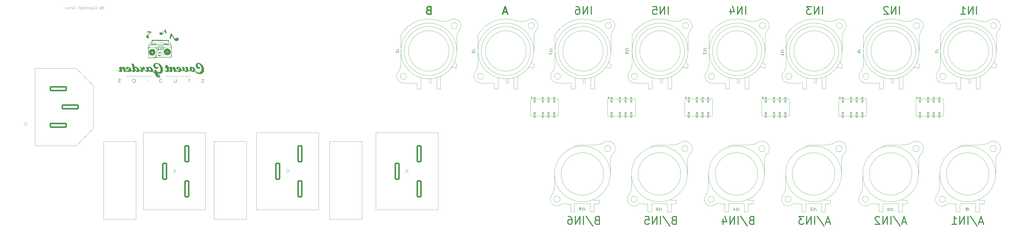
<source format=gbo>
G04 #@! TF.GenerationSoftware,KiCad,Pcbnew,9.0.2-9.0.2-0~ubuntu24.04.1*
G04 #@! TF.CreationDate,2025-06-11T12:06:41+02:00*
G04 #@! TF.ProjectId,PCB_Repetition,5043425f-5265-4706-9574-6974696f6e2e,rev?*
G04 #@! TF.SameCoordinates,Original*
G04 #@! TF.FileFunction,Legend,Bot*
G04 #@! TF.FilePolarity,Positive*
%FSLAX46Y46*%
G04 Gerber Fmt 4.6, Leading zero omitted, Abs format (unit mm)*
G04 Created by KiCad (PCBNEW 9.0.2-9.0.2-0~ubuntu24.04.1) date 2025-06-11 12:06:41*
%MOMM*%
%LPD*%
G01*
G04 APERTURE LIST*
G04 Aperture macros list*
%AMRoundRect*
0 Rectangle with rounded corners*
0 $1 Rounding radius*
0 $2 $3 $4 $5 $6 $7 $8 $9 X,Y pos of 4 corners*
0 Add a 4 corners polygon primitive as box body*
4,1,4,$2,$3,$4,$5,$6,$7,$8,$9,$2,$3,0*
0 Add four circle primitives for the rounded corners*
1,1,$1+$1,$2,$3*
1,1,$1+$1,$4,$5*
1,1,$1+$1,$6,$7*
1,1,$1+$1,$8,$9*
0 Add four rect primitives between the rounded corners*
20,1,$1+$1,$2,$3,$4,$5,0*
20,1,$1+$1,$4,$5,$6,$7,0*
20,1,$1+$1,$6,$7,$8,$9,0*
20,1,$1+$1,$8,$9,$2,$3,0*%
G04 Aperture macros list end*
%ADD10C,0.600000*%
%ADD11C,0.400000*%
%ADD12C,0.100000*%
%ADD13C,0.150000*%
%ADD14C,0.120000*%
%ADD15C,0.300000*%
%ADD16C,0.000000*%
%ADD17R,1.700000X1.700000*%
%ADD18C,1.700000*%
%ADD19C,2.300000*%
%ADD20C,3.600000*%
%ADD21C,5.600000*%
%ADD22C,2.600000*%
%ADD23C,3.800000*%
%ADD24C,3.400000*%
%ADD25C,2.900000*%
%ADD26RoundRect,0.315000X-0.735000X3.085000X-0.735000X-3.085000X0.735000X-3.085000X0.735000X3.085000X0*%
%ADD27C,2.100000*%
%ADD28RoundRect,0.105000X-0.245000X0.895000X-0.245000X-0.895000X0.245000X-0.895000X0.245000X0.895000X0*%
%ADD29RoundRect,0.300000X-3.100000X-0.700000X3.100000X-0.700000X3.100000X0.700000X-3.100000X0.700000X0*%
G04 APERTURE END LIST*
D10*
X218203835Y-152744514D02*
X216775264Y-152744514D01*
X218489549Y-153601657D02*
X217489549Y-150601657D01*
X217489549Y-150601657D02*
X216489549Y-153601657D01*
X187630978Y-152030228D02*
X187202406Y-152173085D01*
X187202406Y-152173085D02*
X187059549Y-152315942D01*
X187059549Y-152315942D02*
X186916692Y-152601657D01*
X186916692Y-152601657D02*
X186916692Y-153030228D01*
X186916692Y-153030228D02*
X187059549Y-153315942D01*
X187059549Y-153315942D02*
X187202406Y-153458800D01*
X187202406Y-153458800D02*
X187488121Y-153601657D01*
X187488121Y-153601657D02*
X188630978Y-153601657D01*
X188630978Y-153601657D02*
X188630978Y-150601657D01*
X188630978Y-150601657D02*
X187630978Y-150601657D01*
X187630978Y-150601657D02*
X187345264Y-150744514D01*
X187345264Y-150744514D02*
X187202406Y-150887371D01*
X187202406Y-150887371D02*
X187059549Y-151173085D01*
X187059549Y-151173085D02*
X187059549Y-151458800D01*
X187059549Y-151458800D02*
X187202406Y-151744514D01*
X187202406Y-151744514D02*
X187345264Y-151887371D01*
X187345264Y-151887371D02*
X187630978Y-152030228D01*
X187630978Y-152030228D02*
X188630978Y-152030228D01*
D11*
X341012557Y-153612057D02*
X341012557Y-150612057D01*
X339583986Y-153612057D02*
X339583986Y-150612057D01*
X339583986Y-150612057D02*
X337869700Y-153612057D01*
X337869700Y-153612057D02*
X337869700Y-150612057D01*
X336726843Y-150612057D02*
X334869700Y-150612057D01*
X334869700Y-150612057D02*
X335869700Y-151754914D01*
X335869700Y-151754914D02*
X335441129Y-151754914D01*
X335441129Y-151754914D02*
X335155415Y-151897771D01*
X335155415Y-151897771D02*
X335012557Y-152040628D01*
X335012557Y-152040628D02*
X334869700Y-152326342D01*
X334869700Y-152326342D02*
X334869700Y-153040628D01*
X334869700Y-153040628D02*
X335012557Y-153326342D01*
X335012557Y-153326342D02*
X335155415Y-153469200D01*
X335155415Y-153469200D02*
X335441129Y-153612057D01*
X335441129Y-153612057D02*
X336298272Y-153612057D01*
X336298272Y-153612057D02*
X336583986Y-153469200D01*
X336583986Y-153469200D02*
X336726843Y-153326342D01*
X313302557Y-234040628D02*
X312873985Y-234183485D01*
X312873985Y-234183485D02*
X312731128Y-234326342D01*
X312731128Y-234326342D02*
X312588271Y-234612057D01*
X312588271Y-234612057D02*
X312588271Y-235040628D01*
X312588271Y-235040628D02*
X312731128Y-235326342D01*
X312731128Y-235326342D02*
X312873985Y-235469200D01*
X312873985Y-235469200D02*
X313159700Y-235612057D01*
X313159700Y-235612057D02*
X314302557Y-235612057D01*
X314302557Y-235612057D02*
X314302557Y-232612057D01*
X314302557Y-232612057D02*
X313302557Y-232612057D01*
X313302557Y-232612057D02*
X313016843Y-232754914D01*
X313016843Y-232754914D02*
X312873985Y-232897771D01*
X312873985Y-232897771D02*
X312731128Y-233183485D01*
X312731128Y-233183485D02*
X312731128Y-233469200D01*
X312731128Y-233469200D02*
X312873985Y-233754914D01*
X312873985Y-233754914D02*
X313016843Y-233897771D01*
X313016843Y-233897771D02*
X313302557Y-234040628D01*
X313302557Y-234040628D02*
X314302557Y-234040628D01*
X309159700Y-232469200D02*
X311731128Y-236326342D01*
X308159700Y-235612057D02*
X308159700Y-232612057D01*
X306731129Y-235612057D02*
X306731129Y-232612057D01*
X306731129Y-232612057D02*
X305016843Y-235612057D01*
X305016843Y-235612057D02*
X305016843Y-232612057D01*
X302302558Y-233612057D02*
X302302558Y-235612057D01*
X303016843Y-232469200D02*
X303731129Y-234612057D01*
X303731129Y-234612057D02*
X301873986Y-234612057D01*
X403475414Y-234754914D02*
X402046843Y-234754914D01*
X403761128Y-235612057D02*
X402761128Y-232612057D01*
X402761128Y-232612057D02*
X401761128Y-235612057D01*
X398618271Y-232469200D02*
X401189699Y-236326342D01*
X397618271Y-235612057D02*
X397618271Y-232612057D01*
X396189700Y-235612057D02*
X396189700Y-232612057D01*
X396189700Y-232612057D02*
X394475414Y-235612057D01*
X394475414Y-235612057D02*
X394475414Y-232612057D01*
X391475414Y-235612057D02*
X393189700Y-235612057D01*
X392332557Y-235612057D02*
X392332557Y-232612057D01*
X392332557Y-232612057D02*
X392618271Y-233040628D01*
X392618271Y-233040628D02*
X392903986Y-233326342D01*
X392903986Y-233326342D02*
X393189700Y-233469200D01*
X373515414Y-234754914D02*
X372086843Y-234754914D01*
X373801128Y-235612057D02*
X372801128Y-232612057D01*
X372801128Y-232612057D02*
X371801128Y-235612057D01*
X368658271Y-232469200D02*
X371229699Y-236326342D01*
X367658271Y-235612057D02*
X367658271Y-232612057D01*
X366229700Y-235612057D02*
X366229700Y-232612057D01*
X366229700Y-232612057D02*
X364515414Y-235612057D01*
X364515414Y-235612057D02*
X364515414Y-232612057D01*
X363229700Y-232897771D02*
X363086843Y-232754914D01*
X363086843Y-232754914D02*
X362801129Y-232612057D01*
X362801129Y-232612057D02*
X362086843Y-232612057D01*
X362086843Y-232612057D02*
X361801129Y-232754914D01*
X361801129Y-232754914D02*
X361658271Y-232897771D01*
X361658271Y-232897771D02*
X361515414Y-233183485D01*
X361515414Y-233183485D02*
X361515414Y-233469200D01*
X361515414Y-233469200D02*
X361658271Y-233897771D01*
X361658271Y-233897771D02*
X363372557Y-235612057D01*
X363372557Y-235612057D02*
X361515414Y-235612057D01*
X343865414Y-234754914D02*
X342436843Y-234754914D01*
X344151128Y-235612057D02*
X343151128Y-232612057D01*
X343151128Y-232612057D02*
X342151128Y-235612057D01*
X339008271Y-232469200D02*
X341579699Y-236326342D01*
X338008271Y-235612057D02*
X338008271Y-232612057D01*
X336579700Y-235612057D02*
X336579700Y-232612057D01*
X336579700Y-232612057D02*
X334865414Y-235612057D01*
X334865414Y-235612057D02*
X334865414Y-232612057D01*
X333722557Y-232612057D02*
X331865414Y-232612057D01*
X331865414Y-232612057D02*
X332865414Y-233754914D01*
X332865414Y-233754914D02*
X332436843Y-233754914D01*
X332436843Y-233754914D02*
X332151129Y-233897771D01*
X332151129Y-233897771D02*
X332008271Y-234040628D01*
X332008271Y-234040628D02*
X331865414Y-234326342D01*
X331865414Y-234326342D02*
X331865414Y-235040628D01*
X331865414Y-235040628D02*
X332008271Y-235326342D01*
X332008271Y-235326342D02*
X332151129Y-235469200D01*
X332151129Y-235469200D02*
X332436843Y-235612057D01*
X332436843Y-235612057D02*
X333293986Y-235612057D01*
X333293986Y-235612057D02*
X333579700Y-235469200D01*
X333579700Y-235469200D02*
X333722557Y-235326342D01*
X283122557Y-234040628D02*
X282693985Y-234183485D01*
X282693985Y-234183485D02*
X282551128Y-234326342D01*
X282551128Y-234326342D02*
X282408271Y-234612057D01*
X282408271Y-234612057D02*
X282408271Y-235040628D01*
X282408271Y-235040628D02*
X282551128Y-235326342D01*
X282551128Y-235326342D02*
X282693985Y-235469200D01*
X282693985Y-235469200D02*
X282979700Y-235612057D01*
X282979700Y-235612057D02*
X284122557Y-235612057D01*
X284122557Y-235612057D02*
X284122557Y-232612057D01*
X284122557Y-232612057D02*
X283122557Y-232612057D01*
X283122557Y-232612057D02*
X282836843Y-232754914D01*
X282836843Y-232754914D02*
X282693985Y-232897771D01*
X282693985Y-232897771D02*
X282551128Y-233183485D01*
X282551128Y-233183485D02*
X282551128Y-233469200D01*
X282551128Y-233469200D02*
X282693985Y-233754914D01*
X282693985Y-233754914D02*
X282836843Y-233897771D01*
X282836843Y-233897771D02*
X283122557Y-234040628D01*
X283122557Y-234040628D02*
X284122557Y-234040628D01*
X278979700Y-232469200D02*
X281551128Y-236326342D01*
X277979700Y-235612057D02*
X277979700Y-232612057D01*
X276551129Y-235612057D02*
X276551129Y-232612057D01*
X276551129Y-232612057D02*
X274836843Y-235612057D01*
X274836843Y-235612057D02*
X274836843Y-232612057D01*
X271979700Y-232612057D02*
X273408272Y-232612057D01*
X273408272Y-232612057D02*
X273551129Y-234040628D01*
X273551129Y-234040628D02*
X273408272Y-233897771D01*
X273408272Y-233897771D02*
X273122558Y-233754914D01*
X273122558Y-233754914D02*
X272408272Y-233754914D01*
X272408272Y-233754914D02*
X272122558Y-233897771D01*
X272122558Y-233897771D02*
X271979700Y-234040628D01*
X271979700Y-234040628D02*
X271836843Y-234326342D01*
X271836843Y-234326342D02*
X271836843Y-235040628D01*
X271836843Y-235040628D02*
X271979700Y-235326342D01*
X271979700Y-235326342D02*
X272122558Y-235469200D01*
X272122558Y-235469200D02*
X272408272Y-235612057D01*
X272408272Y-235612057D02*
X273122558Y-235612057D01*
X273122558Y-235612057D02*
X273408272Y-235469200D01*
X273408272Y-235469200D02*
X273551129Y-235326342D01*
X400992557Y-153612057D02*
X400992557Y-150612057D01*
X399563986Y-153612057D02*
X399563986Y-150612057D01*
X399563986Y-150612057D02*
X397849700Y-153612057D01*
X397849700Y-153612057D02*
X397849700Y-150612057D01*
X394849700Y-153612057D02*
X396563986Y-153612057D01*
X395706843Y-153612057D02*
X395706843Y-150612057D01*
X395706843Y-150612057D02*
X395992557Y-151040628D01*
X395992557Y-151040628D02*
X396278272Y-151326342D01*
X396278272Y-151326342D02*
X396563986Y-151469200D01*
X371002557Y-153612057D02*
X371002557Y-150612057D01*
X369573986Y-153612057D02*
X369573986Y-150612057D01*
X369573986Y-150612057D02*
X367859700Y-153612057D01*
X367859700Y-153612057D02*
X367859700Y-150612057D01*
X366573986Y-150897771D02*
X366431129Y-150754914D01*
X366431129Y-150754914D02*
X366145415Y-150612057D01*
X366145415Y-150612057D02*
X365431129Y-150612057D01*
X365431129Y-150612057D02*
X365145415Y-150754914D01*
X365145415Y-150754914D02*
X365002557Y-150897771D01*
X365002557Y-150897771D02*
X364859700Y-151183485D01*
X364859700Y-151183485D02*
X364859700Y-151469200D01*
X364859700Y-151469200D02*
X365002557Y-151897771D01*
X365002557Y-151897771D02*
X366716843Y-153612057D01*
X366716843Y-153612057D02*
X364859700Y-153612057D01*
X311132557Y-153612057D02*
X311132557Y-150612057D01*
X309703986Y-153612057D02*
X309703986Y-150612057D01*
X309703986Y-150612057D02*
X307989700Y-153612057D01*
X307989700Y-153612057D02*
X307989700Y-150612057D01*
X305275415Y-151612057D02*
X305275415Y-153612057D01*
X305989700Y-150469200D02*
X306703986Y-152612057D01*
X306703986Y-152612057D02*
X304846843Y-152612057D01*
X280992557Y-153612057D02*
X280992557Y-150612057D01*
X279563986Y-153612057D02*
X279563986Y-150612057D01*
X279563986Y-150612057D02*
X277849700Y-153612057D01*
X277849700Y-153612057D02*
X277849700Y-150612057D01*
X274992557Y-150612057D02*
X276421129Y-150612057D01*
X276421129Y-150612057D02*
X276563986Y-152040628D01*
X276563986Y-152040628D02*
X276421129Y-151897771D01*
X276421129Y-151897771D02*
X276135415Y-151754914D01*
X276135415Y-151754914D02*
X275421129Y-151754914D01*
X275421129Y-151754914D02*
X275135415Y-151897771D01*
X275135415Y-151897771D02*
X274992557Y-152040628D01*
X274992557Y-152040628D02*
X274849700Y-152326342D01*
X274849700Y-152326342D02*
X274849700Y-153040628D01*
X274849700Y-153040628D02*
X274992557Y-153326342D01*
X274992557Y-153326342D02*
X275135415Y-153469200D01*
X275135415Y-153469200D02*
X275421129Y-153612057D01*
X275421129Y-153612057D02*
X276135415Y-153612057D01*
X276135415Y-153612057D02*
X276421129Y-153469200D01*
X276421129Y-153469200D02*
X276563986Y-153326342D01*
X253142557Y-234040628D02*
X252713985Y-234183485D01*
X252713985Y-234183485D02*
X252571128Y-234326342D01*
X252571128Y-234326342D02*
X252428271Y-234612057D01*
X252428271Y-234612057D02*
X252428271Y-235040628D01*
X252428271Y-235040628D02*
X252571128Y-235326342D01*
X252571128Y-235326342D02*
X252713985Y-235469200D01*
X252713985Y-235469200D02*
X252999700Y-235612057D01*
X252999700Y-235612057D02*
X254142557Y-235612057D01*
X254142557Y-235612057D02*
X254142557Y-232612057D01*
X254142557Y-232612057D02*
X253142557Y-232612057D01*
X253142557Y-232612057D02*
X252856843Y-232754914D01*
X252856843Y-232754914D02*
X252713985Y-232897771D01*
X252713985Y-232897771D02*
X252571128Y-233183485D01*
X252571128Y-233183485D02*
X252571128Y-233469200D01*
X252571128Y-233469200D02*
X252713985Y-233754914D01*
X252713985Y-233754914D02*
X252856843Y-233897771D01*
X252856843Y-233897771D02*
X253142557Y-234040628D01*
X253142557Y-234040628D02*
X254142557Y-234040628D01*
X248999700Y-232469200D02*
X251571128Y-236326342D01*
X247999700Y-235612057D02*
X247999700Y-232612057D01*
X246571129Y-235612057D02*
X246571129Y-232612057D01*
X246571129Y-232612057D02*
X244856843Y-235612057D01*
X244856843Y-235612057D02*
X244856843Y-232612057D01*
X242142558Y-232612057D02*
X242713986Y-232612057D01*
X242713986Y-232612057D02*
X242999700Y-232754914D01*
X242999700Y-232754914D02*
X243142558Y-232897771D01*
X243142558Y-232897771D02*
X243428272Y-233326342D01*
X243428272Y-233326342D02*
X243571129Y-233897771D01*
X243571129Y-233897771D02*
X243571129Y-235040628D01*
X243571129Y-235040628D02*
X243428272Y-235326342D01*
X243428272Y-235326342D02*
X243285415Y-235469200D01*
X243285415Y-235469200D02*
X242999700Y-235612057D01*
X242999700Y-235612057D02*
X242428272Y-235612057D01*
X242428272Y-235612057D02*
X242142558Y-235469200D01*
X242142558Y-235469200D02*
X241999700Y-235326342D01*
X241999700Y-235326342D02*
X241856843Y-235040628D01*
X241856843Y-235040628D02*
X241856843Y-234326342D01*
X241856843Y-234326342D02*
X241999700Y-234040628D01*
X241999700Y-234040628D02*
X242142558Y-233897771D01*
X242142558Y-233897771D02*
X242428272Y-233754914D01*
X242428272Y-233754914D02*
X242999700Y-233754914D01*
X242999700Y-233754914D02*
X243285415Y-233897771D01*
X243285415Y-233897771D02*
X243428272Y-234040628D01*
X243428272Y-234040628D02*
X243571129Y-234326342D01*
X250982557Y-153612057D02*
X250982557Y-150612057D01*
X249553986Y-153612057D02*
X249553986Y-150612057D01*
X249553986Y-150612057D02*
X247839700Y-153612057D01*
X247839700Y-153612057D02*
X247839700Y-150612057D01*
X245125415Y-150612057D02*
X245696843Y-150612057D01*
X245696843Y-150612057D02*
X245982557Y-150754914D01*
X245982557Y-150754914D02*
X246125415Y-150897771D01*
X246125415Y-150897771D02*
X246411129Y-151326342D01*
X246411129Y-151326342D02*
X246553986Y-151897771D01*
X246553986Y-151897771D02*
X246553986Y-153040628D01*
X246553986Y-153040628D02*
X246411129Y-153326342D01*
X246411129Y-153326342D02*
X246268272Y-153469200D01*
X246268272Y-153469200D02*
X245982557Y-153612057D01*
X245982557Y-153612057D02*
X245411129Y-153612057D01*
X245411129Y-153612057D02*
X245125415Y-153469200D01*
X245125415Y-153469200D02*
X244982557Y-153326342D01*
X244982557Y-153326342D02*
X244839700Y-153040628D01*
X244839700Y-153040628D02*
X244839700Y-152326342D01*
X244839700Y-152326342D02*
X244982557Y-152040628D01*
X244982557Y-152040628D02*
X245125415Y-151897771D01*
X245125415Y-151897771D02*
X245411129Y-151754914D01*
X245411129Y-151754914D02*
X245982557Y-151754914D01*
X245982557Y-151754914D02*
X246268272Y-151897771D01*
X246268272Y-151897771D02*
X246411129Y-152040628D01*
X246411129Y-152040628D02*
X246553986Y-152326342D01*
D12*
X60652782Y-151058609D02*
X60509925Y-151106228D01*
X60509925Y-151106228D02*
X60462306Y-151153847D01*
X60462306Y-151153847D02*
X60414687Y-151249085D01*
X60414687Y-151249085D02*
X60414687Y-151391942D01*
X60414687Y-151391942D02*
X60462306Y-151487180D01*
X60462306Y-151487180D02*
X60509925Y-151534800D01*
X60509925Y-151534800D02*
X60605163Y-151582419D01*
X60605163Y-151582419D02*
X60986115Y-151582419D01*
X60986115Y-151582419D02*
X60986115Y-150582419D01*
X60986115Y-150582419D02*
X60652782Y-150582419D01*
X60652782Y-150582419D02*
X60557544Y-150630038D01*
X60557544Y-150630038D02*
X60509925Y-150677657D01*
X60509925Y-150677657D02*
X60462306Y-150772895D01*
X60462306Y-150772895D02*
X60462306Y-150868133D01*
X60462306Y-150868133D02*
X60509925Y-150963371D01*
X60509925Y-150963371D02*
X60557544Y-151010990D01*
X60557544Y-151010990D02*
X60652782Y-151058609D01*
X60652782Y-151058609D02*
X60986115Y-151058609D01*
X60081353Y-150915752D02*
X59843258Y-151582419D01*
X59605163Y-150915752D02*
X59843258Y-151582419D01*
X59843258Y-151582419D02*
X59938496Y-151820514D01*
X59938496Y-151820514D02*
X59986115Y-151868133D01*
X59986115Y-151868133D02*
X60081353Y-151915752D01*
X57890877Y-151487180D02*
X57938496Y-151534800D01*
X57938496Y-151534800D02*
X58081353Y-151582419D01*
X58081353Y-151582419D02*
X58176591Y-151582419D01*
X58176591Y-151582419D02*
X58319448Y-151534800D01*
X58319448Y-151534800D02*
X58414686Y-151439561D01*
X58414686Y-151439561D02*
X58462305Y-151344323D01*
X58462305Y-151344323D02*
X58509924Y-151153847D01*
X58509924Y-151153847D02*
X58509924Y-151010990D01*
X58509924Y-151010990D02*
X58462305Y-150820514D01*
X58462305Y-150820514D02*
X58414686Y-150725276D01*
X58414686Y-150725276D02*
X58319448Y-150630038D01*
X58319448Y-150630038D02*
X58176591Y-150582419D01*
X58176591Y-150582419D02*
X58081353Y-150582419D01*
X58081353Y-150582419D02*
X57938496Y-150630038D01*
X57938496Y-150630038D02*
X57890877Y-150677657D01*
X57033734Y-151582419D02*
X57033734Y-151058609D01*
X57033734Y-151058609D02*
X57081353Y-150963371D01*
X57081353Y-150963371D02*
X57176591Y-150915752D01*
X57176591Y-150915752D02*
X57367067Y-150915752D01*
X57367067Y-150915752D02*
X57462305Y-150963371D01*
X57033734Y-151534800D02*
X57128972Y-151582419D01*
X57128972Y-151582419D02*
X57367067Y-151582419D01*
X57367067Y-151582419D02*
X57462305Y-151534800D01*
X57462305Y-151534800D02*
X57509924Y-151439561D01*
X57509924Y-151439561D02*
X57509924Y-151344323D01*
X57509924Y-151344323D02*
X57462305Y-151249085D01*
X57462305Y-151249085D02*
X57367067Y-151201466D01*
X57367067Y-151201466D02*
X57128972Y-151201466D01*
X57128972Y-151201466D02*
X57033734Y-151153847D01*
X56557543Y-150915752D02*
X56557543Y-151915752D01*
X56557543Y-150963371D02*
X56462305Y-150915752D01*
X56462305Y-150915752D02*
X56271829Y-150915752D01*
X56271829Y-150915752D02*
X56176591Y-150963371D01*
X56176591Y-150963371D02*
X56128972Y-151010990D01*
X56128972Y-151010990D02*
X56081353Y-151106228D01*
X56081353Y-151106228D02*
X56081353Y-151391942D01*
X56081353Y-151391942D02*
X56128972Y-151487180D01*
X56128972Y-151487180D02*
X56176591Y-151534800D01*
X56176591Y-151534800D02*
X56271829Y-151582419D01*
X56271829Y-151582419D02*
X56462305Y-151582419D01*
X56462305Y-151582419D02*
X56557543Y-151534800D01*
X55509924Y-151582419D02*
X55605162Y-151534800D01*
X55605162Y-151534800D02*
X55652781Y-151487180D01*
X55652781Y-151487180D02*
X55700400Y-151391942D01*
X55700400Y-151391942D02*
X55700400Y-151106228D01*
X55700400Y-151106228D02*
X55652781Y-151010990D01*
X55652781Y-151010990D02*
X55605162Y-150963371D01*
X55605162Y-150963371D02*
X55509924Y-150915752D01*
X55509924Y-150915752D02*
X55367067Y-150915752D01*
X55367067Y-150915752D02*
X55271829Y-150963371D01*
X55271829Y-150963371D02*
X55224210Y-151010990D01*
X55224210Y-151010990D02*
X55176591Y-151106228D01*
X55176591Y-151106228D02*
X55176591Y-151391942D01*
X55176591Y-151391942D02*
X55224210Y-151487180D01*
X55224210Y-151487180D02*
X55271829Y-151534800D01*
X55271829Y-151534800D02*
X55367067Y-151582419D01*
X55367067Y-151582419D02*
X55509924Y-151582419D01*
X54319448Y-151582419D02*
X54319448Y-150582419D01*
X54319448Y-151534800D02*
X54414686Y-151582419D01*
X54414686Y-151582419D02*
X54605162Y-151582419D01*
X54605162Y-151582419D02*
X54700400Y-151534800D01*
X54700400Y-151534800D02*
X54748019Y-151487180D01*
X54748019Y-151487180D02*
X54795638Y-151391942D01*
X54795638Y-151391942D02*
X54795638Y-151106228D01*
X54795638Y-151106228D02*
X54748019Y-151010990D01*
X54748019Y-151010990D02*
X54700400Y-150963371D01*
X54700400Y-150963371D02*
X54605162Y-150915752D01*
X54605162Y-150915752D02*
X54414686Y-150915752D01*
X54414686Y-150915752D02*
X54319448Y-150963371D01*
X53414686Y-151582419D02*
X53414686Y-151058609D01*
X53414686Y-151058609D02*
X53462305Y-150963371D01*
X53462305Y-150963371D02*
X53557543Y-150915752D01*
X53557543Y-150915752D02*
X53748019Y-150915752D01*
X53748019Y-150915752D02*
X53843257Y-150963371D01*
X53414686Y-151534800D02*
X53509924Y-151582419D01*
X53509924Y-151582419D02*
X53748019Y-151582419D01*
X53748019Y-151582419D02*
X53843257Y-151534800D01*
X53843257Y-151534800D02*
X53890876Y-151439561D01*
X53890876Y-151439561D02*
X53890876Y-151344323D01*
X53890876Y-151344323D02*
X53843257Y-151249085D01*
X53843257Y-151249085D02*
X53748019Y-151201466D01*
X53748019Y-151201466D02*
X53509924Y-151201466D01*
X53509924Y-151201466D02*
X53414686Y-151153847D01*
X52509924Y-150915752D02*
X52509924Y-151725276D01*
X52509924Y-151725276D02*
X52557543Y-151820514D01*
X52557543Y-151820514D02*
X52605162Y-151868133D01*
X52605162Y-151868133D02*
X52700400Y-151915752D01*
X52700400Y-151915752D02*
X52843257Y-151915752D01*
X52843257Y-151915752D02*
X52938495Y-151868133D01*
X52509924Y-151534800D02*
X52605162Y-151582419D01*
X52605162Y-151582419D02*
X52795638Y-151582419D01*
X52795638Y-151582419D02*
X52890876Y-151534800D01*
X52890876Y-151534800D02*
X52938495Y-151487180D01*
X52938495Y-151487180D02*
X52986114Y-151391942D01*
X52986114Y-151391942D02*
X52986114Y-151106228D01*
X52986114Y-151106228D02*
X52938495Y-151010990D01*
X52938495Y-151010990D02*
X52890876Y-150963371D01*
X52890876Y-150963371D02*
X52795638Y-150915752D01*
X52795638Y-150915752D02*
X52605162Y-150915752D01*
X52605162Y-150915752D02*
X52509924Y-150963371D01*
X51890876Y-151582419D02*
X51986114Y-151534800D01*
X51986114Y-151534800D02*
X52033733Y-151439561D01*
X52033733Y-151439561D02*
X52033733Y-150582419D01*
X51509923Y-151582419D02*
X51509923Y-150915752D01*
X51509923Y-150582419D02*
X51557542Y-150630038D01*
X51557542Y-150630038D02*
X51509923Y-150677657D01*
X51509923Y-150677657D02*
X51462304Y-150630038D01*
X51462304Y-150630038D02*
X51509923Y-150582419D01*
X51509923Y-150582419D02*
X51509923Y-150677657D01*
X49986114Y-150582419D02*
X49986114Y-151296704D01*
X49986114Y-151296704D02*
X50033733Y-151439561D01*
X50033733Y-151439561D02*
X50128971Y-151534800D01*
X50128971Y-151534800D02*
X50271828Y-151582419D01*
X50271828Y-151582419D02*
X50367066Y-151582419D01*
X49081352Y-151582419D02*
X49081352Y-151058609D01*
X49081352Y-151058609D02*
X49128971Y-150963371D01*
X49128971Y-150963371D02*
X49224209Y-150915752D01*
X49224209Y-150915752D02*
X49414685Y-150915752D01*
X49414685Y-150915752D02*
X49509923Y-150963371D01*
X49081352Y-151534800D02*
X49176590Y-151582419D01*
X49176590Y-151582419D02*
X49414685Y-151582419D01*
X49414685Y-151582419D02*
X49509923Y-151534800D01*
X49509923Y-151534800D02*
X49557542Y-151439561D01*
X49557542Y-151439561D02*
X49557542Y-151344323D01*
X49557542Y-151344323D02*
X49509923Y-151249085D01*
X49509923Y-151249085D02*
X49414685Y-151201466D01*
X49414685Y-151201466D02*
X49176590Y-151201466D01*
X49176590Y-151201466D02*
X49081352Y-151153847D01*
X48605161Y-150915752D02*
X48605161Y-151582419D01*
X48605161Y-151010990D02*
X48557542Y-150963371D01*
X48557542Y-150963371D02*
X48462304Y-150915752D01*
X48462304Y-150915752D02*
X48319447Y-150915752D01*
X48319447Y-150915752D02*
X48224209Y-150963371D01*
X48224209Y-150963371D02*
X48176590Y-151058609D01*
X48176590Y-151058609D02*
X48176590Y-151582419D01*
X47271828Y-150915752D02*
X47271828Y-151582419D01*
X47700399Y-150915752D02*
X47700399Y-151439561D01*
X47700399Y-151439561D02*
X47652780Y-151534800D01*
X47652780Y-151534800D02*
X47557542Y-151582419D01*
X47557542Y-151582419D02*
X47414685Y-151582419D01*
X47414685Y-151582419D02*
X47319447Y-151534800D01*
X47319447Y-151534800D02*
X47271828Y-151487180D01*
X46843256Y-151534800D02*
X46748018Y-151582419D01*
X46748018Y-151582419D02*
X46557542Y-151582419D01*
X46557542Y-151582419D02*
X46462304Y-151534800D01*
X46462304Y-151534800D02*
X46414685Y-151439561D01*
X46414685Y-151439561D02*
X46414685Y-151391942D01*
X46414685Y-151391942D02*
X46462304Y-151296704D01*
X46462304Y-151296704D02*
X46557542Y-151249085D01*
X46557542Y-151249085D02*
X46700399Y-151249085D01*
X46700399Y-151249085D02*
X46795637Y-151201466D01*
X46795637Y-151201466D02*
X46843256Y-151106228D01*
X46843256Y-151106228D02*
X46843256Y-151058609D01*
X46843256Y-151058609D02*
X46795637Y-150963371D01*
X46795637Y-150963371D02*
X46700399Y-150915752D01*
X46700399Y-150915752D02*
X46557542Y-150915752D01*
X46557542Y-150915752D02*
X46462304Y-150963371D01*
D13*
X248399523Y-229104819D02*
X248399523Y-229819104D01*
X248399523Y-229819104D02*
X248447142Y-229961961D01*
X248447142Y-229961961D02*
X248542380Y-230057200D01*
X248542380Y-230057200D02*
X248685237Y-230104819D01*
X248685237Y-230104819D02*
X248780475Y-230104819D01*
X247399523Y-230104819D02*
X247970951Y-230104819D01*
X247685237Y-230104819D02*
X247685237Y-229104819D01*
X247685237Y-229104819D02*
X247780475Y-229247676D01*
X247780475Y-229247676D02*
X247875713Y-229342914D01*
X247875713Y-229342914D02*
X247970951Y-229390533D01*
X246828094Y-229533390D02*
X246923332Y-229485771D01*
X246923332Y-229485771D02*
X246970951Y-229438152D01*
X246970951Y-229438152D02*
X247018570Y-229342914D01*
X247018570Y-229342914D02*
X247018570Y-229295295D01*
X247018570Y-229295295D02*
X246970951Y-229200057D01*
X246970951Y-229200057D02*
X246923332Y-229152438D01*
X246923332Y-229152438D02*
X246828094Y-229104819D01*
X246828094Y-229104819D02*
X246637618Y-229104819D01*
X246637618Y-229104819D02*
X246542380Y-229152438D01*
X246542380Y-229152438D02*
X246494761Y-229200057D01*
X246494761Y-229200057D02*
X246447142Y-229295295D01*
X246447142Y-229295295D02*
X246447142Y-229342914D01*
X246447142Y-229342914D02*
X246494761Y-229438152D01*
X246494761Y-229438152D02*
X246542380Y-229485771D01*
X246542380Y-229485771D02*
X246637618Y-229533390D01*
X246637618Y-229533390D02*
X246828094Y-229533390D01*
X246828094Y-229533390D02*
X246923332Y-229581009D01*
X246923332Y-229581009D02*
X246970951Y-229628628D01*
X246970951Y-229628628D02*
X247018570Y-229723866D01*
X247018570Y-229723866D02*
X247018570Y-229914342D01*
X247018570Y-229914342D02*
X246970951Y-230009580D01*
X246970951Y-230009580D02*
X246923332Y-230057200D01*
X246923332Y-230057200D02*
X246828094Y-230104819D01*
X246828094Y-230104819D02*
X246637618Y-230104819D01*
X246637618Y-230104819D02*
X246542380Y-230057200D01*
X246542380Y-230057200D02*
X246494761Y-230009580D01*
X246494761Y-230009580D02*
X246447142Y-229914342D01*
X246447142Y-229914342D02*
X246447142Y-229723866D01*
X246447142Y-229723866D02*
X246494761Y-229628628D01*
X246494761Y-229628628D02*
X246542380Y-229581009D01*
X246542380Y-229581009D02*
X246637618Y-229533390D01*
X175104819Y-167636666D02*
X175819104Y-167636666D01*
X175819104Y-167636666D02*
X175961961Y-167589047D01*
X175961961Y-167589047D02*
X176057200Y-167493809D01*
X176057200Y-167493809D02*
X176104819Y-167350952D01*
X176104819Y-167350952D02*
X176104819Y-167255714D01*
X175200057Y-168065238D02*
X175152438Y-168112857D01*
X175152438Y-168112857D02*
X175104819Y-168208095D01*
X175104819Y-168208095D02*
X175104819Y-168446190D01*
X175104819Y-168446190D02*
X175152438Y-168541428D01*
X175152438Y-168541428D02*
X175200057Y-168589047D01*
X175200057Y-168589047D02*
X175295295Y-168636666D01*
X175295295Y-168636666D02*
X175390533Y-168636666D01*
X175390533Y-168636666D02*
X175533390Y-168589047D01*
X175533390Y-168589047D02*
X176104819Y-168017619D01*
X176104819Y-168017619D02*
X176104819Y-168636666D01*
D12*
X89357580Y-215268333D02*
X88643295Y-215268333D01*
X88643295Y-215268333D02*
X88500438Y-215315952D01*
X88500438Y-215315952D02*
X88405200Y-215411190D01*
X88405200Y-215411190D02*
X88357580Y-215554047D01*
X88357580Y-215554047D02*
X88357580Y-215649285D01*
X89024247Y-214363571D02*
X88357580Y-214363571D01*
X89405200Y-214601666D02*
X88690914Y-214839761D01*
X88690914Y-214839761D02*
X88690914Y-214220714D01*
D13*
X338399523Y-229179819D02*
X338399523Y-229894104D01*
X338399523Y-229894104D02*
X338447142Y-230036961D01*
X338447142Y-230036961D02*
X338542380Y-230132200D01*
X338542380Y-230132200D02*
X338685237Y-230179819D01*
X338685237Y-230179819D02*
X338780475Y-230179819D01*
X337399523Y-230179819D02*
X337970951Y-230179819D01*
X337685237Y-230179819D02*
X337685237Y-229179819D01*
X337685237Y-229179819D02*
X337780475Y-229322676D01*
X337780475Y-229322676D02*
X337875713Y-229417914D01*
X337875713Y-229417914D02*
X337970951Y-229465533D01*
X337018570Y-229275057D02*
X336970951Y-229227438D01*
X336970951Y-229227438D02*
X336875713Y-229179819D01*
X336875713Y-229179819D02*
X336637618Y-229179819D01*
X336637618Y-229179819D02*
X336542380Y-229227438D01*
X336542380Y-229227438D02*
X336494761Y-229275057D01*
X336494761Y-229275057D02*
X336447142Y-229370295D01*
X336447142Y-229370295D02*
X336447142Y-229465533D01*
X336447142Y-229465533D02*
X336494761Y-229608390D01*
X336494761Y-229608390D02*
X337066189Y-230179819D01*
X337066189Y-230179819D02*
X336447142Y-230179819D01*
X354774819Y-167691666D02*
X355489104Y-167691666D01*
X355489104Y-167691666D02*
X355631961Y-167644047D01*
X355631961Y-167644047D02*
X355727200Y-167548809D01*
X355727200Y-167548809D02*
X355774819Y-167405952D01*
X355774819Y-167405952D02*
X355774819Y-167310714D01*
X355774819Y-168215476D02*
X355774819Y-168405952D01*
X355774819Y-168405952D02*
X355727200Y-168501190D01*
X355727200Y-168501190D02*
X355679580Y-168548809D01*
X355679580Y-168548809D02*
X355536723Y-168644047D01*
X355536723Y-168644047D02*
X355346247Y-168691666D01*
X355346247Y-168691666D02*
X354965295Y-168691666D01*
X354965295Y-168691666D02*
X354870057Y-168644047D01*
X354870057Y-168644047D02*
X354822438Y-168596428D01*
X354822438Y-168596428D02*
X354774819Y-168501190D01*
X354774819Y-168501190D02*
X354774819Y-168310714D01*
X354774819Y-168310714D02*
X354822438Y-168215476D01*
X354822438Y-168215476D02*
X354870057Y-168167857D01*
X354870057Y-168167857D02*
X354965295Y-168120238D01*
X354965295Y-168120238D02*
X355203390Y-168120238D01*
X355203390Y-168120238D02*
X355298628Y-168167857D01*
X355298628Y-168167857D02*
X355346247Y-168215476D01*
X355346247Y-168215476D02*
X355393866Y-168310714D01*
X355393866Y-168310714D02*
X355393866Y-168501190D01*
X355393866Y-168501190D02*
X355346247Y-168596428D01*
X355346247Y-168596428D02*
X355298628Y-168644047D01*
X355298628Y-168644047D02*
X355203390Y-168691666D01*
D12*
X133357580Y-215268333D02*
X132643295Y-215268333D01*
X132643295Y-215268333D02*
X132500438Y-215315952D01*
X132500438Y-215315952D02*
X132405200Y-215411190D01*
X132405200Y-215411190D02*
X132357580Y-215554047D01*
X132357580Y-215554047D02*
X132357580Y-215649285D01*
X133357580Y-214315952D02*
X133357580Y-214792142D01*
X133357580Y-214792142D02*
X132881390Y-214839761D01*
X132881390Y-214839761D02*
X132929009Y-214792142D01*
X132929009Y-214792142D02*
X132976628Y-214696904D01*
X132976628Y-214696904D02*
X132976628Y-214458809D01*
X132976628Y-214458809D02*
X132929009Y-214363571D01*
X132929009Y-214363571D02*
X132881390Y-214315952D01*
X132881390Y-214315952D02*
X132786152Y-214268333D01*
X132786152Y-214268333D02*
X132548057Y-214268333D01*
X132548057Y-214268333D02*
X132452819Y-214315952D01*
X132452819Y-214315952D02*
X132405200Y-214363571D01*
X132405200Y-214363571D02*
X132357580Y-214458809D01*
X132357580Y-214458809D02*
X132357580Y-214696904D01*
X132357580Y-214696904D02*
X132405200Y-214792142D01*
X132405200Y-214792142D02*
X132452819Y-214839761D01*
D13*
X385129819Y-167701666D02*
X385844104Y-167701666D01*
X385844104Y-167701666D02*
X385986961Y-167654047D01*
X385986961Y-167654047D02*
X386082200Y-167558809D01*
X386082200Y-167558809D02*
X386129819Y-167415952D01*
X386129819Y-167415952D02*
X386129819Y-167320714D01*
X385129819Y-168082619D02*
X385129819Y-168749285D01*
X385129819Y-168749285D02*
X386129819Y-168320714D01*
X308399523Y-229254819D02*
X308399523Y-229969104D01*
X308399523Y-229969104D02*
X308447142Y-230111961D01*
X308447142Y-230111961D02*
X308542380Y-230207200D01*
X308542380Y-230207200D02*
X308685237Y-230254819D01*
X308685237Y-230254819D02*
X308780475Y-230254819D01*
X307399523Y-230254819D02*
X307970951Y-230254819D01*
X307685237Y-230254819D02*
X307685237Y-229254819D01*
X307685237Y-229254819D02*
X307780475Y-229397676D01*
X307780475Y-229397676D02*
X307875713Y-229492914D01*
X307875713Y-229492914D02*
X307970951Y-229540533D01*
X306542380Y-229588152D02*
X306542380Y-230254819D01*
X306780475Y-229207200D02*
X307018570Y-229921485D01*
X307018570Y-229921485D02*
X306399523Y-229921485D01*
D12*
X179837580Y-215268333D02*
X179123295Y-215268333D01*
X179123295Y-215268333D02*
X178980438Y-215315952D01*
X178980438Y-215315952D02*
X178885200Y-215411190D01*
X178885200Y-215411190D02*
X178837580Y-215554047D01*
X178837580Y-215554047D02*
X178837580Y-215649285D01*
X179837580Y-214363571D02*
X179837580Y-214554047D01*
X179837580Y-214554047D02*
X179789961Y-214649285D01*
X179789961Y-214649285D02*
X179742342Y-214696904D01*
X179742342Y-214696904D02*
X179599485Y-214792142D01*
X179599485Y-214792142D02*
X179409009Y-214839761D01*
X179409009Y-214839761D02*
X179028057Y-214839761D01*
X179028057Y-214839761D02*
X178932819Y-214792142D01*
X178932819Y-214792142D02*
X178885200Y-214744523D01*
X178885200Y-214744523D02*
X178837580Y-214649285D01*
X178837580Y-214649285D02*
X178837580Y-214458809D01*
X178837580Y-214458809D02*
X178885200Y-214363571D01*
X178885200Y-214363571D02*
X178932819Y-214315952D01*
X178932819Y-214315952D02*
X179028057Y-214268333D01*
X179028057Y-214268333D02*
X179266152Y-214268333D01*
X179266152Y-214268333D02*
X179361390Y-214315952D01*
X179361390Y-214315952D02*
X179409009Y-214363571D01*
X179409009Y-214363571D02*
X179456628Y-214458809D01*
X179456628Y-214458809D02*
X179456628Y-214649285D01*
X179456628Y-214649285D02*
X179409009Y-214744523D01*
X179409009Y-214744523D02*
X179361390Y-214792142D01*
X179361390Y-214792142D02*
X179266152Y-214839761D01*
D13*
X368394523Y-229329819D02*
X368394523Y-230044104D01*
X368394523Y-230044104D02*
X368442142Y-230186961D01*
X368442142Y-230186961D02*
X368537380Y-230282200D01*
X368537380Y-230282200D02*
X368680237Y-230329819D01*
X368680237Y-230329819D02*
X368775475Y-230329819D01*
X367394523Y-230329819D02*
X367965951Y-230329819D01*
X367680237Y-230329819D02*
X367680237Y-229329819D01*
X367680237Y-229329819D02*
X367775475Y-229472676D01*
X367775475Y-229472676D02*
X367870713Y-229567914D01*
X367870713Y-229567914D02*
X367965951Y-229615533D01*
X366775475Y-229329819D02*
X366680237Y-229329819D01*
X366680237Y-229329819D02*
X366584999Y-229377438D01*
X366584999Y-229377438D02*
X366537380Y-229425057D01*
X366537380Y-229425057D02*
X366489761Y-229520295D01*
X366489761Y-229520295D02*
X366442142Y-229710771D01*
X366442142Y-229710771D02*
X366442142Y-229948866D01*
X366442142Y-229948866D02*
X366489761Y-230139342D01*
X366489761Y-230139342D02*
X366537380Y-230234580D01*
X366537380Y-230234580D02*
X366584999Y-230282200D01*
X366584999Y-230282200D02*
X366680237Y-230329819D01*
X366680237Y-230329819D02*
X366775475Y-230329819D01*
X366775475Y-230329819D02*
X366870713Y-230282200D01*
X366870713Y-230282200D02*
X366918332Y-230234580D01*
X366918332Y-230234580D02*
X366965951Y-230139342D01*
X366965951Y-230139342D02*
X367013570Y-229948866D01*
X367013570Y-229948866D02*
X367013570Y-229710771D01*
X367013570Y-229710771D02*
X366965951Y-229520295D01*
X366965951Y-229520295D02*
X366918332Y-229425057D01*
X366918332Y-229425057D02*
X366870713Y-229377438D01*
X366870713Y-229377438D02*
X366775475Y-229329819D01*
X294739819Y-167215476D02*
X295454104Y-167215476D01*
X295454104Y-167215476D02*
X295596961Y-167167857D01*
X295596961Y-167167857D02*
X295692200Y-167072619D01*
X295692200Y-167072619D02*
X295739819Y-166929762D01*
X295739819Y-166929762D02*
X295739819Y-166834524D01*
X295739819Y-168215476D02*
X295739819Y-167644048D01*
X295739819Y-167929762D02*
X294739819Y-167929762D01*
X294739819Y-167929762D02*
X294882676Y-167834524D01*
X294882676Y-167834524D02*
X294977914Y-167739286D01*
X294977914Y-167739286D02*
X295025533Y-167644048D01*
X294739819Y-168548810D02*
X294739819Y-169167857D01*
X294739819Y-169167857D02*
X295120771Y-168834524D01*
X295120771Y-168834524D02*
X295120771Y-168977381D01*
X295120771Y-168977381D02*
X295168390Y-169072619D01*
X295168390Y-169072619D02*
X295216009Y-169120238D01*
X295216009Y-169120238D02*
X295311247Y-169167857D01*
X295311247Y-169167857D02*
X295549342Y-169167857D01*
X295549342Y-169167857D02*
X295644580Y-169120238D01*
X295644580Y-169120238D02*
X295692200Y-169072619D01*
X295692200Y-169072619D02*
X295739819Y-168977381D01*
X295739819Y-168977381D02*
X295739819Y-168691667D01*
X295739819Y-168691667D02*
X295692200Y-168596429D01*
X295692200Y-168596429D02*
X295644580Y-168548810D01*
X264389819Y-167130476D02*
X265104104Y-167130476D01*
X265104104Y-167130476D02*
X265246961Y-167082857D01*
X265246961Y-167082857D02*
X265342200Y-166987619D01*
X265342200Y-166987619D02*
X265389819Y-166844762D01*
X265389819Y-166844762D02*
X265389819Y-166749524D01*
X265389819Y-168130476D02*
X265389819Y-167559048D01*
X265389819Y-167844762D02*
X264389819Y-167844762D01*
X264389819Y-167844762D02*
X264532676Y-167749524D01*
X264532676Y-167749524D02*
X264627914Y-167654286D01*
X264627914Y-167654286D02*
X264675533Y-167559048D01*
X264389819Y-169035238D02*
X264389819Y-168559048D01*
X264389819Y-168559048D02*
X264866009Y-168511429D01*
X264866009Y-168511429D02*
X264818390Y-168559048D01*
X264818390Y-168559048D02*
X264770771Y-168654286D01*
X264770771Y-168654286D02*
X264770771Y-168892381D01*
X264770771Y-168892381D02*
X264818390Y-168987619D01*
X264818390Y-168987619D02*
X264866009Y-169035238D01*
X264866009Y-169035238D02*
X264961247Y-169082857D01*
X264961247Y-169082857D02*
X265199342Y-169082857D01*
X265199342Y-169082857D02*
X265294580Y-169035238D01*
X265294580Y-169035238D02*
X265342200Y-168987619D01*
X265342200Y-168987619D02*
X265389819Y-168892381D01*
X265389819Y-168892381D02*
X265389819Y-168654286D01*
X265389819Y-168654286D02*
X265342200Y-168559048D01*
X265342200Y-168559048D02*
X265294580Y-168511429D01*
X204729819Y-167686666D02*
X205444104Y-167686666D01*
X205444104Y-167686666D02*
X205586961Y-167639047D01*
X205586961Y-167639047D02*
X205682200Y-167543809D01*
X205682200Y-167543809D02*
X205729819Y-167400952D01*
X205729819Y-167400952D02*
X205729819Y-167305714D01*
X204729819Y-168067619D02*
X204729819Y-168686666D01*
X204729819Y-168686666D02*
X205110771Y-168353333D01*
X205110771Y-168353333D02*
X205110771Y-168496190D01*
X205110771Y-168496190D02*
X205158390Y-168591428D01*
X205158390Y-168591428D02*
X205206009Y-168639047D01*
X205206009Y-168639047D02*
X205301247Y-168686666D01*
X205301247Y-168686666D02*
X205539342Y-168686666D01*
X205539342Y-168686666D02*
X205634580Y-168639047D01*
X205634580Y-168639047D02*
X205682200Y-168591428D01*
X205682200Y-168591428D02*
X205729819Y-168496190D01*
X205729819Y-168496190D02*
X205729819Y-168210476D01*
X205729819Y-168210476D02*
X205682200Y-168115238D01*
X205682200Y-168115238D02*
X205634580Y-168067619D01*
X278299523Y-229179819D02*
X278299523Y-229894104D01*
X278299523Y-229894104D02*
X278347142Y-230036961D01*
X278347142Y-230036961D02*
X278442380Y-230132200D01*
X278442380Y-230132200D02*
X278585237Y-230179819D01*
X278585237Y-230179819D02*
X278680475Y-230179819D01*
X277299523Y-230179819D02*
X277870951Y-230179819D01*
X277585237Y-230179819D02*
X277585237Y-229179819D01*
X277585237Y-229179819D02*
X277680475Y-229322676D01*
X277680475Y-229322676D02*
X277775713Y-229417914D01*
X277775713Y-229417914D02*
X277870951Y-229465533D01*
X276442380Y-229179819D02*
X276632856Y-229179819D01*
X276632856Y-229179819D02*
X276728094Y-229227438D01*
X276728094Y-229227438D02*
X276775713Y-229275057D01*
X276775713Y-229275057D02*
X276870951Y-229417914D01*
X276870951Y-229417914D02*
X276918570Y-229608390D01*
X276918570Y-229608390D02*
X276918570Y-229989342D01*
X276918570Y-229989342D02*
X276870951Y-230084580D01*
X276870951Y-230084580D02*
X276823332Y-230132200D01*
X276823332Y-230132200D02*
X276728094Y-230179819D01*
X276728094Y-230179819D02*
X276537618Y-230179819D01*
X276537618Y-230179819D02*
X276442380Y-230132200D01*
X276442380Y-230132200D02*
X276394761Y-230084580D01*
X276394761Y-230084580D02*
X276347142Y-229989342D01*
X276347142Y-229989342D02*
X276347142Y-229751247D01*
X276347142Y-229751247D02*
X276394761Y-229656009D01*
X276394761Y-229656009D02*
X276442380Y-229608390D01*
X276442380Y-229608390D02*
X276537618Y-229560771D01*
X276537618Y-229560771D02*
X276728094Y-229560771D01*
X276728094Y-229560771D02*
X276823332Y-229608390D01*
X276823332Y-229608390D02*
X276870951Y-229656009D01*
X276870951Y-229656009D02*
X276918570Y-229751247D01*
X234814819Y-167345476D02*
X235529104Y-167345476D01*
X235529104Y-167345476D02*
X235671961Y-167297857D01*
X235671961Y-167297857D02*
X235767200Y-167202619D01*
X235767200Y-167202619D02*
X235814819Y-167059762D01*
X235814819Y-167059762D02*
X235814819Y-166964524D01*
X235814819Y-168345476D02*
X235814819Y-167774048D01*
X235814819Y-168059762D02*
X234814819Y-168059762D01*
X234814819Y-168059762D02*
X234957676Y-167964524D01*
X234957676Y-167964524D02*
X235052914Y-167869286D01*
X235052914Y-167869286D02*
X235100533Y-167774048D01*
X234814819Y-168678810D02*
X234814819Y-169345476D01*
X234814819Y-169345476D02*
X235814819Y-168916905D01*
X324824819Y-167755476D02*
X325539104Y-167755476D01*
X325539104Y-167755476D02*
X325681961Y-167707857D01*
X325681961Y-167707857D02*
X325777200Y-167612619D01*
X325777200Y-167612619D02*
X325824819Y-167469762D01*
X325824819Y-167469762D02*
X325824819Y-167374524D01*
X325824819Y-168755476D02*
X325824819Y-168184048D01*
X325824819Y-168469762D02*
X324824819Y-168469762D01*
X324824819Y-168469762D02*
X324967676Y-168374524D01*
X324967676Y-168374524D02*
X325062914Y-168279286D01*
X325062914Y-168279286D02*
X325110533Y-168184048D01*
X325824819Y-169707857D02*
X325824819Y-169136429D01*
X325824819Y-169422143D02*
X324824819Y-169422143D01*
X324824819Y-169422143D02*
X324967676Y-169326905D01*
X324967676Y-169326905D02*
X325062914Y-169231667D01*
X325062914Y-169231667D02*
X325110533Y-169136429D01*
D12*
X31432580Y-196783333D02*
X30718295Y-196783333D01*
X30718295Y-196783333D02*
X30575438Y-196830952D01*
X30575438Y-196830952D02*
X30480200Y-196926190D01*
X30480200Y-196926190D02*
X30432580Y-197069047D01*
X30432580Y-197069047D02*
X30432580Y-197164285D01*
X30432580Y-195783333D02*
X30432580Y-196354761D01*
X30432580Y-196069047D02*
X31432580Y-196069047D01*
X31432580Y-196069047D02*
X31289723Y-196164285D01*
X31289723Y-196164285D02*
X31194485Y-196259523D01*
X31194485Y-196259523D02*
X31146866Y-196354761D01*
D13*
X397923333Y-229229819D02*
X397923333Y-229944104D01*
X397923333Y-229944104D02*
X397970952Y-230086961D01*
X397970952Y-230086961D02*
X398066190Y-230182200D01*
X398066190Y-230182200D02*
X398209047Y-230229819D01*
X398209047Y-230229819D02*
X398304285Y-230229819D01*
X397304285Y-229658390D02*
X397399523Y-229610771D01*
X397399523Y-229610771D02*
X397447142Y-229563152D01*
X397447142Y-229563152D02*
X397494761Y-229467914D01*
X397494761Y-229467914D02*
X397494761Y-229420295D01*
X397494761Y-229420295D02*
X397447142Y-229325057D01*
X397447142Y-229325057D02*
X397399523Y-229277438D01*
X397399523Y-229277438D02*
X397304285Y-229229819D01*
X397304285Y-229229819D02*
X397113809Y-229229819D01*
X397113809Y-229229819D02*
X397018571Y-229277438D01*
X397018571Y-229277438D02*
X396970952Y-229325057D01*
X396970952Y-229325057D02*
X396923333Y-229420295D01*
X396923333Y-229420295D02*
X396923333Y-229467914D01*
X396923333Y-229467914D02*
X396970952Y-229563152D01*
X396970952Y-229563152D02*
X397018571Y-229610771D01*
X397018571Y-229610771D02*
X397113809Y-229658390D01*
X397113809Y-229658390D02*
X397304285Y-229658390D01*
X397304285Y-229658390D02*
X397399523Y-229706009D01*
X397399523Y-229706009D02*
X397447142Y-229753628D01*
X397447142Y-229753628D02*
X397494761Y-229848866D01*
X397494761Y-229848866D02*
X397494761Y-230039342D01*
X397494761Y-230039342D02*
X397447142Y-230134580D01*
X397447142Y-230134580D02*
X397399523Y-230182200D01*
X397399523Y-230182200D02*
X397304285Y-230229819D01*
X397304285Y-230229819D02*
X397113809Y-230229819D01*
X397113809Y-230229819D02*
X397018571Y-230182200D01*
X397018571Y-230182200D02*
X396970952Y-230134580D01*
X396970952Y-230134580D02*
X396923333Y-230039342D01*
X396923333Y-230039342D02*
X396923333Y-229848866D01*
X396923333Y-229848866D02*
X396970952Y-229753628D01*
X396970952Y-229753628D02*
X397018571Y-229706009D01*
X397018571Y-229706009D02*
X397113809Y-229658390D01*
D14*
X236690000Y-220950000D02*
X236690000Y-216000000D01*
X241720000Y-227600000D02*
X239660000Y-227600000D01*
X243030000Y-227600000D02*
X242960000Y-227600000D01*
X243030000Y-227600000D02*
X243030000Y-230800000D01*
X243030000Y-230800000D02*
X244530000Y-230800000D01*
X244190000Y-205640000D02*
X244190000Y-205450000D01*
X244530000Y-227600000D02*
X244530000Y-230800000D01*
X247590000Y-204700000D02*
X251930000Y-204700000D01*
X250650000Y-227600000D02*
X244530000Y-227600000D01*
X250650000Y-227600000D02*
X250650000Y-230800000D01*
X250650000Y-230800000D02*
X252150000Y-230800000D01*
X251830000Y-226250000D02*
X251830000Y-226050000D01*
X251830000Y-226250000D02*
X254140000Y-226250000D01*
X252150000Y-227600000D02*
X252150000Y-230800000D01*
X252150000Y-227600000D02*
X252220000Y-227600000D01*
X253640000Y-227600000D02*
X253460000Y-227600000D01*
X254140000Y-227530000D02*
X253640000Y-227600000D01*
X254140000Y-227530000D02*
X254140000Y-226250000D01*
X258490000Y-210760000D02*
X258490000Y-216000000D01*
X236690000Y-220950000D02*
G75*
G02*
X235584723Y-224372002I-5850000J0D01*
G01*
X239660000Y-227600000D02*
G75*
G02*
X235584657Y-224370807I-1970000J1700000D01*
G01*
X242960000Y-227600000D02*
G75*
G02*
X241720521Y-227600769I-620000J420000D01*
G01*
X244190000Y-205450000D02*
G75*
G02*
X244395768Y-205162322I290000J10000D01*
G01*
X244399542Y-205159752D02*
G75*
G02*
X247590000Y-204700000I3190458J-10840248D01*
G01*
X253460000Y-227600000D02*
G75*
G02*
X252220521Y-227600769I-620000J420000D01*
G01*
X255334451Y-204154695D02*
G75*
G02*
X251930000Y-204700000I-3404456J10354724D01*
G01*
X255340000Y-204150000D02*
G75*
G02*
X258988965Y-208585579I2150000J-1950000D01*
G01*
X258490000Y-210760000D02*
G75*
G02*
X258984615Y-208591705I5000003J-1D01*
G01*
X238890000Y-225900000D02*
G75*
G02*
X236490000Y-225900000I-1200000J0D01*
G01*
X236490000Y-225900000D02*
G75*
G02*
X238890000Y-225900000I1200000J0D01*
G01*
X258490000Y-216000000D02*
G75*
G02*
X236690000Y-216000000I-10900000J0D01*
G01*
X236690000Y-216000000D02*
G75*
G02*
X258490000Y-216000000I10900000J0D01*
G01*
X255890000Y-216000000D02*
G75*
G02*
X239290000Y-216000000I-8300000J0D01*
G01*
X239290000Y-216000000D02*
G75*
G02*
X255890000Y-216000000I8300000J0D01*
G01*
X258690000Y-206100000D02*
G75*
G02*
X256290000Y-206100000I-1200000J0D01*
G01*
X256290000Y-206100000D02*
G75*
G02*
X258690000Y-206100000I1200000J0D01*
G01*
X176910000Y-173240000D02*
X176910000Y-161880000D01*
X183250000Y-180500000D02*
X177910000Y-180500000D01*
X183250000Y-182800000D02*
X183250000Y-180500000D01*
X183250000Y-182800000D02*
X184750000Y-182800000D01*
X184750000Y-178730000D02*
X184750000Y-178730000D01*
X184750000Y-182800000D02*
X184750000Y-178730000D01*
X187870000Y-178900000D02*
X187870000Y-180300000D01*
X188070000Y-180500000D02*
X188550000Y-180500000D01*
X188750000Y-179040000D02*
X188750000Y-180300000D01*
X190870000Y-182800000D02*
X190870000Y-178730000D01*
X190870000Y-182800000D02*
X192370000Y-182800000D01*
X192370000Y-178030000D02*
X192370000Y-182800000D01*
X197710000Y-174420000D02*
X198320000Y-174760000D01*
X198320000Y-174760000D02*
X198710000Y-174120000D01*
X198710000Y-168000000D02*
X198710000Y-162760000D01*
X198710000Y-173260000D02*
X198440000Y-173110000D01*
X198710000Y-174120000D02*
X198710000Y-173260000D01*
X176910000Y-161880000D02*
G75*
G02*
X192129050Y-156269263I10899999J-6119998D01*
G01*
X176910000Y-173240000D02*
G75*
G02*
X175857530Y-176305283I-4990000J0D01*
G01*
X177910000Y-180500000D02*
G75*
G02*
X175858381Y-176302858I0J2600000D01*
G01*
X184750000Y-178730000D02*
G75*
G02*
X184949009Y-178520288I210000J0D01*
G01*
X188070000Y-180500000D02*
G75*
G02*
X187870000Y-180300000I1J200001D01*
G01*
X188750000Y-179040000D02*
G75*
G02*
X188908418Y-178844370I200002J-1D01*
G01*
X188750000Y-180300000D02*
G75*
G02*
X188550000Y-180500000I-200001J1D01*
G01*
X190678303Y-178520799D02*
G75*
G02*
X190869999Y-178730000I-18304J-209201D01*
G01*
X192370000Y-178030000D02*
G75*
G02*
X192436364Y-177870864I199996J10002D01*
G01*
X196380000Y-155870000D02*
G75*
G02*
X192118081Y-156266159I-2550000J4310003D01*
G01*
X196380000Y-155870000D02*
G75*
G02*
X199761978Y-159690967I1330000J-2229999D01*
G01*
X196412202Y-174693832D02*
G75*
G02*
X197710000Y-174420000I807798J-616169D01*
G01*
X198440000Y-173110000D02*
G75*
G02*
X197969214Y-171951372I480000J870000D01*
G01*
X198710000Y-162760000D02*
G75*
G02*
X199766689Y-159682431I5009993J2D01*
G01*
X179110000Y-177900000D02*
G75*
G02*
X176710000Y-177900000I-1200000J0D01*
G01*
X176710000Y-177900000D02*
G75*
G02*
X179110000Y-177900000I1200000J0D01*
G01*
X198710000Y-168000000D02*
G75*
G02*
X176910000Y-168000000I-10900000J0D01*
G01*
X176910000Y-168000000D02*
G75*
G02*
X198710000Y-168000000I10900000J0D01*
G01*
X197410000Y-168000000D02*
G75*
G02*
X178210000Y-168000000I-9600000J0D01*
G01*
X178210000Y-168000000D02*
G75*
G02*
X197410000Y-168000000I9600000J0D01*
G01*
X195710000Y-168000000D02*
G75*
G02*
X179910000Y-168000000I-7900000J0D01*
G01*
X179910000Y-168000000D02*
G75*
G02*
X195710000Y-168000000I7900000J0D01*
G01*
X198910000Y-158100000D02*
G75*
G02*
X196510000Y-158100000I-1200000J0D01*
G01*
X196510000Y-158100000D02*
G75*
G02*
X198910000Y-158100000I1200000J0D01*
G01*
D12*
X100940000Y-229990000D02*
X76690000Y-229990000D01*
X76690000Y-199880000D01*
X100940000Y-199880000D01*
X100940000Y-229990000D01*
X149200000Y-203310000D02*
X161800000Y-203310000D01*
X161800000Y-233690000D01*
X149200000Y-233690000D01*
X149200000Y-203310000D01*
D14*
X326690000Y-220950000D02*
X326690000Y-216000000D01*
X331720000Y-227600000D02*
X329660000Y-227600000D01*
X333030000Y-227600000D02*
X332960000Y-227600000D01*
X333030000Y-227600000D02*
X333030000Y-230800000D01*
X333030000Y-230800000D02*
X334530000Y-230800000D01*
X334190000Y-205640000D02*
X334190000Y-205450000D01*
X334530000Y-227600000D02*
X334530000Y-230800000D01*
X337590000Y-204700000D02*
X341930000Y-204700000D01*
X340650000Y-227600000D02*
X334530000Y-227600000D01*
X340650000Y-227600000D02*
X340650000Y-230800000D01*
X340650000Y-230800000D02*
X342150000Y-230800000D01*
X341830000Y-226250000D02*
X341830000Y-226050000D01*
X341830000Y-226250000D02*
X344140000Y-226250000D01*
X342150000Y-227600000D02*
X342150000Y-230800000D01*
X342150000Y-227600000D02*
X342220000Y-227600000D01*
X343640000Y-227600000D02*
X343460000Y-227600000D01*
X344140000Y-227530000D02*
X343640000Y-227600000D01*
X344140000Y-227530000D02*
X344140000Y-226250000D01*
X348490000Y-210760000D02*
X348490000Y-216000000D01*
X326690000Y-220950000D02*
G75*
G02*
X325584723Y-224372002I-5850000J0D01*
G01*
X329660000Y-227600000D02*
G75*
G02*
X325584657Y-224370807I-1970000J1700000D01*
G01*
X332960000Y-227600000D02*
G75*
G02*
X331720521Y-227600769I-620000J420000D01*
G01*
X334190000Y-205450000D02*
G75*
G02*
X334395768Y-205162322I290000J10000D01*
G01*
X334399542Y-205159752D02*
G75*
G02*
X337590000Y-204700000I3190458J-10840248D01*
G01*
X343460000Y-227600000D02*
G75*
G02*
X342220521Y-227600769I-620000J420000D01*
G01*
X345334451Y-204154695D02*
G75*
G02*
X341930000Y-204700000I-3404456J10354724D01*
G01*
X345340000Y-204150000D02*
G75*
G02*
X348988965Y-208585579I2150000J-1950000D01*
G01*
X348490000Y-210760000D02*
G75*
G02*
X348984615Y-208591705I5000003J-1D01*
G01*
X328890000Y-225900000D02*
G75*
G02*
X326490000Y-225900000I-1200000J0D01*
G01*
X326490000Y-225900000D02*
G75*
G02*
X328890000Y-225900000I1200000J0D01*
G01*
X348490000Y-216000000D02*
G75*
G02*
X326690000Y-216000000I-10900000J0D01*
G01*
X326690000Y-216000000D02*
G75*
G02*
X348490000Y-216000000I10900000J0D01*
G01*
X345890000Y-216000000D02*
G75*
G02*
X329290000Y-216000000I-8300000J0D01*
G01*
X329290000Y-216000000D02*
G75*
G02*
X345890000Y-216000000I8300000J0D01*
G01*
X348690000Y-206100000D02*
G75*
G02*
X346290000Y-206100000I-1200000J0D01*
G01*
X346290000Y-206100000D02*
G75*
G02*
X348690000Y-206100000I1200000J0D01*
G01*
X356910000Y-173240000D02*
X356910000Y-161880000D01*
X363250000Y-180500000D02*
X357910000Y-180500000D01*
X363250000Y-182800000D02*
X363250000Y-180500000D01*
X363250000Y-182800000D02*
X364750000Y-182800000D01*
X364750000Y-178730000D02*
X364750000Y-178730000D01*
X364750000Y-182800000D02*
X364750000Y-178730000D01*
X367870000Y-178900000D02*
X367870000Y-180300000D01*
X368070000Y-180500000D02*
X368550000Y-180500000D01*
X368750000Y-179040000D02*
X368750000Y-180300000D01*
X370870000Y-182800000D02*
X370870000Y-178730000D01*
X370870000Y-182800000D02*
X372370000Y-182800000D01*
X372370000Y-178030000D02*
X372370000Y-182800000D01*
X377710000Y-174420000D02*
X378320000Y-174760000D01*
X378320000Y-174760000D02*
X378710000Y-174120000D01*
X378710000Y-168000000D02*
X378710000Y-162760000D01*
X378710000Y-173260000D02*
X378440000Y-173110000D01*
X378710000Y-174120000D02*
X378710000Y-173260000D01*
X356910000Y-161880000D02*
G75*
G02*
X372129050Y-156269263I10899999J-6119998D01*
G01*
X356910000Y-173240000D02*
G75*
G02*
X355857530Y-176305283I-4990000J0D01*
G01*
X357910000Y-180500000D02*
G75*
G02*
X355858381Y-176302858I0J2600000D01*
G01*
X364750000Y-178730000D02*
G75*
G02*
X364949009Y-178520288I210000J0D01*
G01*
X368070000Y-180500000D02*
G75*
G02*
X367870000Y-180300000I1J200001D01*
G01*
X368750000Y-179040000D02*
G75*
G02*
X368908418Y-178844370I200002J-1D01*
G01*
X368750000Y-180300000D02*
G75*
G02*
X368550000Y-180500000I-200001J1D01*
G01*
X370678303Y-178520799D02*
G75*
G02*
X370869999Y-178730000I-18304J-209201D01*
G01*
X372370000Y-178030000D02*
G75*
G02*
X372436364Y-177870864I199996J10002D01*
G01*
X376380000Y-155870000D02*
G75*
G02*
X372118081Y-156266159I-2550000J4310003D01*
G01*
X376380000Y-155870000D02*
G75*
G02*
X379761978Y-159690967I1330000J-2229999D01*
G01*
X376412202Y-174693832D02*
G75*
G02*
X377710000Y-174420000I807798J-616169D01*
G01*
X378440000Y-173110000D02*
G75*
G02*
X377969214Y-171951372I480000J870000D01*
G01*
X378710000Y-162760000D02*
G75*
G02*
X379766689Y-159682431I5009993J2D01*
G01*
X359110000Y-177900000D02*
G75*
G02*
X356710000Y-177900000I-1200000J0D01*
G01*
X356710000Y-177900000D02*
G75*
G02*
X359110000Y-177900000I1200000J0D01*
G01*
X378710000Y-168000000D02*
G75*
G02*
X356910000Y-168000000I-10900000J0D01*
G01*
X356910000Y-168000000D02*
G75*
G02*
X378710000Y-168000000I10900000J0D01*
G01*
X377410000Y-168000000D02*
G75*
G02*
X358210000Y-168000000I-9600000J0D01*
G01*
X358210000Y-168000000D02*
G75*
G02*
X377410000Y-168000000I9600000J0D01*
G01*
X375710000Y-168000000D02*
G75*
G02*
X359910000Y-168000000I-7900000J0D01*
G01*
X359910000Y-168000000D02*
G75*
G02*
X375710000Y-168000000I7900000J0D01*
G01*
X378910000Y-158100000D02*
G75*
G02*
X376510000Y-158100000I-1200000J0D01*
G01*
X376510000Y-158100000D02*
G75*
G02*
X378910000Y-158100000I1200000J0D01*
G01*
D12*
X144940000Y-229990000D02*
X120690000Y-229990000D01*
X120690000Y-199880000D01*
X144940000Y-199880000D01*
X144940000Y-229990000D01*
D14*
X386910000Y-173240000D02*
X386910000Y-161880000D01*
X393250000Y-180500000D02*
X387910000Y-180500000D01*
X393250000Y-182800000D02*
X393250000Y-180500000D01*
X393250000Y-182800000D02*
X394750000Y-182800000D01*
X394750000Y-178730000D02*
X394750000Y-178730000D01*
X394750000Y-182800000D02*
X394750000Y-178730000D01*
X397870000Y-178900000D02*
X397870000Y-180300000D01*
X398070000Y-180500000D02*
X398550000Y-180500000D01*
X398750000Y-179040000D02*
X398750000Y-180300000D01*
X400870000Y-182800000D02*
X400870000Y-178730000D01*
X400870000Y-182800000D02*
X402370000Y-182800000D01*
X402370000Y-178030000D02*
X402370000Y-182800000D01*
X407710000Y-174420000D02*
X408320000Y-174760000D01*
X408320000Y-174760000D02*
X408710000Y-174120000D01*
X408710000Y-168000000D02*
X408710000Y-162760000D01*
X408710000Y-173260000D02*
X408440000Y-173110000D01*
X408710000Y-174120000D02*
X408710000Y-173260000D01*
X386910000Y-161880000D02*
G75*
G02*
X402129050Y-156269263I10899999J-6119998D01*
G01*
X386910000Y-173240000D02*
G75*
G02*
X385857530Y-176305283I-4990000J0D01*
G01*
X387910000Y-180500000D02*
G75*
G02*
X385858381Y-176302858I0J2600000D01*
G01*
X394750000Y-178730000D02*
G75*
G02*
X394949009Y-178520288I210000J0D01*
G01*
X398070000Y-180500000D02*
G75*
G02*
X397870000Y-180300000I1J200001D01*
G01*
X398750000Y-179040000D02*
G75*
G02*
X398908418Y-178844370I200002J-1D01*
G01*
X398750000Y-180300000D02*
G75*
G02*
X398550000Y-180500000I-200001J1D01*
G01*
X400678303Y-178520799D02*
G75*
G02*
X400869999Y-178730000I-18304J-209201D01*
G01*
X402370000Y-178030000D02*
G75*
G02*
X402436364Y-177870864I199996J10002D01*
G01*
X406380000Y-155870000D02*
G75*
G02*
X402118081Y-156266159I-2550000J4310003D01*
G01*
X406380000Y-155870000D02*
G75*
G02*
X409761978Y-159690967I1330000J-2229999D01*
G01*
X406412202Y-174693832D02*
G75*
G02*
X407710000Y-174420000I807798J-616169D01*
G01*
X408440000Y-173110000D02*
G75*
G02*
X407969214Y-171951372I480000J870000D01*
G01*
X408710000Y-162760000D02*
G75*
G02*
X409766689Y-159682431I5009993J2D01*
G01*
X389110000Y-177900000D02*
G75*
G02*
X386710000Y-177900000I-1200000J0D01*
G01*
X386710000Y-177900000D02*
G75*
G02*
X389110000Y-177900000I1200000J0D01*
G01*
X408710000Y-168000000D02*
G75*
G02*
X386910000Y-168000000I-10900000J0D01*
G01*
X386910000Y-168000000D02*
G75*
G02*
X408710000Y-168000000I10900000J0D01*
G01*
X407410000Y-168000000D02*
G75*
G02*
X388210000Y-168000000I-9600000J0D01*
G01*
X388210000Y-168000000D02*
G75*
G02*
X407410000Y-168000000I9600000J0D01*
G01*
X405710000Y-168000000D02*
G75*
G02*
X389910000Y-168000000I-7900000J0D01*
G01*
X389910000Y-168000000D02*
G75*
G02*
X405710000Y-168000000I7900000J0D01*
G01*
X408910000Y-158100000D02*
G75*
G02*
X406510000Y-158100000I-1200000J0D01*
G01*
X406510000Y-158100000D02*
G75*
G02*
X408910000Y-158100000I1200000J0D01*
G01*
X296690000Y-220950000D02*
X296690000Y-216000000D01*
X301720000Y-227600000D02*
X299660000Y-227600000D01*
X303030000Y-227600000D02*
X302960000Y-227600000D01*
X303030000Y-227600000D02*
X303030000Y-230800000D01*
X303030000Y-230800000D02*
X304530000Y-230800000D01*
X304190000Y-205640000D02*
X304190000Y-205450000D01*
X304530000Y-227600000D02*
X304530000Y-230800000D01*
X307590000Y-204700000D02*
X311930000Y-204700000D01*
X310650000Y-227600000D02*
X304530000Y-227600000D01*
X310650000Y-227600000D02*
X310650000Y-230800000D01*
X310650000Y-230800000D02*
X312150000Y-230800000D01*
X311830000Y-226250000D02*
X311830000Y-226050000D01*
X311830000Y-226250000D02*
X314140000Y-226250000D01*
X312150000Y-227600000D02*
X312150000Y-230800000D01*
X312150000Y-227600000D02*
X312220000Y-227600000D01*
X313640000Y-227600000D02*
X313460000Y-227600000D01*
X314140000Y-227530000D02*
X313640000Y-227600000D01*
X314140000Y-227530000D02*
X314140000Y-226250000D01*
X318490000Y-210760000D02*
X318490000Y-216000000D01*
X296690000Y-220950000D02*
G75*
G02*
X295584723Y-224372002I-5850000J0D01*
G01*
X299660000Y-227600000D02*
G75*
G02*
X295584657Y-224370807I-1970000J1700000D01*
G01*
X302960000Y-227600000D02*
G75*
G02*
X301720521Y-227600769I-620000J420000D01*
G01*
X304190000Y-205450000D02*
G75*
G02*
X304395768Y-205162322I290000J10000D01*
G01*
X304399542Y-205159752D02*
G75*
G02*
X307590000Y-204700000I3190458J-10840248D01*
G01*
X313460000Y-227600000D02*
G75*
G02*
X312220521Y-227600769I-620000J420000D01*
G01*
X315334451Y-204154695D02*
G75*
G02*
X311930000Y-204700000I-3404456J10354724D01*
G01*
X315340000Y-204150000D02*
G75*
G02*
X318988965Y-208585579I2150000J-1950000D01*
G01*
X318490000Y-210760000D02*
G75*
G02*
X318984615Y-208591705I5000003J-1D01*
G01*
X298890000Y-225900000D02*
G75*
G02*
X296490000Y-225900000I-1200000J0D01*
G01*
X296490000Y-225900000D02*
G75*
G02*
X298890000Y-225900000I1200000J0D01*
G01*
X318490000Y-216000000D02*
G75*
G02*
X296690000Y-216000000I-10900000J0D01*
G01*
X296690000Y-216000000D02*
G75*
G02*
X318490000Y-216000000I10900000J0D01*
G01*
X315890000Y-216000000D02*
G75*
G02*
X299290000Y-216000000I-8300000J0D01*
G01*
X299290000Y-216000000D02*
G75*
G02*
X315890000Y-216000000I8300000J0D01*
G01*
X318690000Y-206100000D02*
G75*
G02*
X316290000Y-206100000I-1200000J0D01*
G01*
X316290000Y-206100000D02*
G75*
G02*
X318690000Y-206100000I1200000J0D01*
G01*
D12*
X191420000Y-229990000D02*
X167170000Y-229990000D01*
X167170000Y-199880000D01*
X191420000Y-199880000D01*
X191420000Y-229990000D01*
X317400000Y-186700000D02*
X318400000Y-186700000D01*
X317400000Y-193400000D02*
X317400000Y-186700000D01*
X318500000Y-193400000D02*
X317400000Y-193400000D01*
X319500000Y-186700000D02*
X321700000Y-186700000D01*
X321700000Y-193400000D02*
X319500000Y-193400000D01*
X322800000Y-186700000D02*
X323800000Y-186700000D01*
X323900000Y-193400000D02*
X322700000Y-193400000D01*
X324900000Y-186700000D02*
X326100000Y-186700000D01*
X326100000Y-193400000D02*
X324900000Y-193400000D01*
X327100000Y-186700000D02*
X328200000Y-186700000D01*
X328200000Y-186700000D02*
X328200000Y-193400000D01*
X328200000Y-193400000D02*
X327100000Y-193400000D01*
D15*
X317982842Y-186200000D02*
G75*
G02*
X317700000Y-186200000I-141421J0D01*
G01*
X317700000Y-186200000D02*
G75*
G02*
X317982842Y-186200000I141421J0D01*
G01*
D14*
X356690000Y-220950000D02*
X356690000Y-216000000D01*
X361720000Y-227600000D02*
X359660000Y-227600000D01*
X363030000Y-227600000D02*
X362960000Y-227600000D01*
X363030000Y-227600000D02*
X363030000Y-230800000D01*
X363030000Y-230800000D02*
X364530000Y-230800000D01*
X364190000Y-205640000D02*
X364190000Y-205450000D01*
X364530000Y-227600000D02*
X364530000Y-230800000D01*
X367590000Y-204700000D02*
X371930000Y-204700000D01*
X370650000Y-227600000D02*
X364530000Y-227600000D01*
X370650000Y-227600000D02*
X370650000Y-230800000D01*
X370650000Y-230800000D02*
X372150000Y-230800000D01*
X371830000Y-226250000D02*
X371830000Y-226050000D01*
X371830000Y-226250000D02*
X374140000Y-226250000D01*
X372150000Y-227600000D02*
X372150000Y-230800000D01*
X372150000Y-227600000D02*
X372220000Y-227600000D01*
X373640000Y-227600000D02*
X373460000Y-227600000D01*
X374140000Y-227530000D02*
X373640000Y-227600000D01*
X374140000Y-227530000D02*
X374140000Y-226250000D01*
X378490000Y-210760000D02*
X378490000Y-216000000D01*
X356690000Y-220950000D02*
G75*
G02*
X355584723Y-224372002I-5850000J0D01*
G01*
X359660000Y-227600000D02*
G75*
G02*
X355584657Y-224370807I-1970000J1700000D01*
G01*
X362960000Y-227600000D02*
G75*
G02*
X361720521Y-227600769I-620000J420000D01*
G01*
X364190000Y-205450000D02*
G75*
G02*
X364395768Y-205162322I290000J10000D01*
G01*
X364399542Y-205159752D02*
G75*
G02*
X367590000Y-204700000I3190458J-10840248D01*
G01*
X373460000Y-227600000D02*
G75*
G02*
X372220521Y-227600769I-620000J420000D01*
G01*
X375334451Y-204154695D02*
G75*
G02*
X371930000Y-204700000I-3404456J10354724D01*
G01*
X375340000Y-204150000D02*
G75*
G02*
X378988965Y-208585579I2150000J-1950000D01*
G01*
X378490000Y-210760000D02*
G75*
G02*
X378984615Y-208591705I5000003J-1D01*
G01*
X358890000Y-225900000D02*
G75*
G02*
X356490000Y-225900000I-1200000J0D01*
G01*
X356490000Y-225900000D02*
G75*
G02*
X358890000Y-225900000I1200000J0D01*
G01*
X378490000Y-216000000D02*
G75*
G02*
X356690000Y-216000000I-10900000J0D01*
G01*
X356690000Y-216000000D02*
G75*
G02*
X378490000Y-216000000I10900000J0D01*
G01*
X375890000Y-216000000D02*
G75*
G02*
X359290000Y-216000000I-8300000J0D01*
G01*
X359290000Y-216000000D02*
G75*
G02*
X375890000Y-216000000I8300000J0D01*
G01*
X378690000Y-206100000D02*
G75*
G02*
X376290000Y-206100000I-1200000J0D01*
G01*
X376290000Y-206100000D02*
G75*
G02*
X378690000Y-206100000I1200000J0D01*
G01*
X296910000Y-173240000D02*
X296910000Y-161880000D01*
X303250000Y-180500000D02*
X297910000Y-180500000D01*
X303250000Y-182800000D02*
X303250000Y-180500000D01*
X303250000Y-182800000D02*
X304750000Y-182800000D01*
X304750000Y-178730000D02*
X304750000Y-178730000D01*
X304750000Y-182800000D02*
X304750000Y-178730000D01*
X307870000Y-178900000D02*
X307870000Y-180300000D01*
X308070000Y-180500000D02*
X308550000Y-180500000D01*
X308750000Y-179040000D02*
X308750000Y-180300000D01*
X310870000Y-182800000D02*
X310870000Y-178730000D01*
X310870000Y-182800000D02*
X312370000Y-182800000D01*
X312370000Y-178030000D02*
X312370000Y-182800000D01*
X317710000Y-174420000D02*
X318320000Y-174760000D01*
X318320000Y-174760000D02*
X318710000Y-174120000D01*
X318710000Y-168000000D02*
X318710000Y-162760000D01*
X318710000Y-173260000D02*
X318440000Y-173110000D01*
X318710000Y-174120000D02*
X318710000Y-173260000D01*
X296910000Y-161880000D02*
G75*
G02*
X312129050Y-156269263I10899999J-6119998D01*
G01*
X296910000Y-173240000D02*
G75*
G02*
X295857530Y-176305283I-4990000J0D01*
G01*
X297910000Y-180500000D02*
G75*
G02*
X295858381Y-176302858I0J2600000D01*
G01*
X304750000Y-178730000D02*
G75*
G02*
X304949009Y-178520288I210000J0D01*
G01*
X308070000Y-180500000D02*
G75*
G02*
X307870000Y-180300000I1J200001D01*
G01*
X308750000Y-179040000D02*
G75*
G02*
X308908418Y-178844370I200002J-1D01*
G01*
X308750000Y-180300000D02*
G75*
G02*
X308550000Y-180500000I-200001J1D01*
G01*
X310678303Y-178520799D02*
G75*
G02*
X310869999Y-178730000I-18304J-209201D01*
G01*
X312370000Y-178030000D02*
G75*
G02*
X312436364Y-177870864I199996J10002D01*
G01*
X316380000Y-155870000D02*
G75*
G02*
X312118081Y-156266159I-2550000J4310003D01*
G01*
X316380000Y-155870000D02*
G75*
G02*
X319761978Y-159690967I1330000J-2229999D01*
G01*
X316412202Y-174693832D02*
G75*
G02*
X317710000Y-174420000I807798J-616169D01*
G01*
X318440000Y-173110000D02*
G75*
G02*
X317969214Y-171951372I480000J870000D01*
G01*
X318710000Y-162760000D02*
G75*
G02*
X319766689Y-159682431I5009993J2D01*
G01*
X299110000Y-177900000D02*
G75*
G02*
X296710000Y-177900000I-1200000J0D01*
G01*
X296710000Y-177900000D02*
G75*
G02*
X299110000Y-177900000I1200000J0D01*
G01*
X318710000Y-168000000D02*
G75*
G02*
X296910000Y-168000000I-10900000J0D01*
G01*
X296910000Y-168000000D02*
G75*
G02*
X318710000Y-168000000I10900000J0D01*
G01*
X317410000Y-168000000D02*
G75*
G02*
X298210000Y-168000000I-9600000J0D01*
G01*
X298210000Y-168000000D02*
G75*
G02*
X317410000Y-168000000I9600000J0D01*
G01*
X315710000Y-168000000D02*
G75*
G02*
X299910000Y-168000000I-7900000J0D01*
G01*
X299910000Y-168000000D02*
G75*
G02*
X315710000Y-168000000I7900000J0D01*
G01*
X318910000Y-158100000D02*
G75*
G02*
X316510000Y-158100000I-1200000J0D01*
G01*
X316510000Y-158100000D02*
G75*
G02*
X318910000Y-158100000I1200000J0D01*
G01*
D12*
X257400000Y-186700000D02*
X258400000Y-186700000D01*
X257400000Y-193400000D02*
X257400000Y-186700000D01*
X258500000Y-193400000D02*
X257400000Y-193400000D01*
X259500000Y-186700000D02*
X261700000Y-186700000D01*
X261700000Y-193400000D02*
X259500000Y-193400000D01*
X262800000Y-186700000D02*
X263800000Y-186700000D01*
X263900000Y-193400000D02*
X262700000Y-193400000D01*
X264900000Y-186700000D02*
X266100000Y-186700000D01*
X266100000Y-193400000D02*
X264900000Y-193400000D01*
X267100000Y-186700000D02*
X268200000Y-186700000D01*
X268200000Y-186700000D02*
X268200000Y-193400000D01*
X268200000Y-193400000D02*
X267100000Y-193400000D01*
D15*
X257982842Y-186200000D02*
G75*
G02*
X257700000Y-186200000I-141421J0D01*
G01*
X257700000Y-186200000D02*
G75*
G02*
X257982842Y-186200000I141421J0D01*
G01*
D14*
X266910000Y-173240000D02*
X266910000Y-161880000D01*
X273250000Y-180500000D02*
X267910000Y-180500000D01*
X273250000Y-182800000D02*
X273250000Y-180500000D01*
X273250000Y-182800000D02*
X274750000Y-182800000D01*
X274750000Y-178730000D02*
X274750000Y-178730000D01*
X274750000Y-182800000D02*
X274750000Y-178730000D01*
X277870000Y-178900000D02*
X277870000Y-180300000D01*
X278070000Y-180500000D02*
X278550000Y-180500000D01*
X278750000Y-179040000D02*
X278750000Y-180300000D01*
X280870000Y-182800000D02*
X280870000Y-178730000D01*
X280870000Y-182800000D02*
X282370000Y-182800000D01*
X282370000Y-178030000D02*
X282370000Y-182800000D01*
X287710000Y-174420000D02*
X288320000Y-174760000D01*
X288320000Y-174760000D02*
X288710000Y-174120000D01*
X288710000Y-168000000D02*
X288710000Y-162760000D01*
X288710000Y-173260000D02*
X288440000Y-173110000D01*
X288710000Y-174120000D02*
X288710000Y-173260000D01*
X266910000Y-161880000D02*
G75*
G02*
X282129050Y-156269263I10899999J-6119998D01*
G01*
X266910000Y-173240000D02*
G75*
G02*
X265857530Y-176305283I-4990000J0D01*
G01*
X267910000Y-180500000D02*
G75*
G02*
X265858381Y-176302858I0J2600000D01*
G01*
X274750000Y-178730000D02*
G75*
G02*
X274949009Y-178520288I210000J0D01*
G01*
X278070000Y-180500000D02*
G75*
G02*
X277870000Y-180300000I1J200001D01*
G01*
X278750000Y-179040000D02*
G75*
G02*
X278908418Y-178844370I200002J-1D01*
G01*
X278750000Y-180300000D02*
G75*
G02*
X278550000Y-180500000I-200001J1D01*
G01*
X280678303Y-178520799D02*
G75*
G02*
X280869999Y-178730000I-18304J-209201D01*
G01*
X282370000Y-178030000D02*
G75*
G02*
X282436364Y-177870864I199996J10002D01*
G01*
X286380000Y-155870000D02*
G75*
G02*
X282118081Y-156266159I-2550000J4310003D01*
G01*
X286380000Y-155870000D02*
G75*
G02*
X289761978Y-159690967I1330000J-2229999D01*
G01*
X286412202Y-174693832D02*
G75*
G02*
X287710000Y-174420000I807798J-616169D01*
G01*
X288440000Y-173110000D02*
G75*
G02*
X287969214Y-171951372I480000J870000D01*
G01*
X288710000Y-162760000D02*
G75*
G02*
X289766689Y-159682431I5009993J2D01*
G01*
X269110000Y-177900000D02*
G75*
G02*
X266710000Y-177900000I-1200000J0D01*
G01*
X266710000Y-177900000D02*
G75*
G02*
X269110000Y-177900000I1200000J0D01*
G01*
X288710000Y-168000000D02*
G75*
G02*
X266910000Y-168000000I-10900000J0D01*
G01*
X266910000Y-168000000D02*
G75*
G02*
X288710000Y-168000000I10900000J0D01*
G01*
X287410000Y-168000000D02*
G75*
G02*
X268210000Y-168000000I-9600000J0D01*
G01*
X268210000Y-168000000D02*
G75*
G02*
X287410000Y-168000000I9600000J0D01*
G01*
X285710000Y-168000000D02*
G75*
G02*
X269910000Y-168000000I-7900000J0D01*
G01*
X269910000Y-168000000D02*
G75*
G02*
X285710000Y-168000000I7900000J0D01*
G01*
X288910000Y-158100000D02*
G75*
G02*
X286510000Y-158100000I-1200000J0D01*
G01*
X286510000Y-158100000D02*
G75*
G02*
X288910000Y-158100000I1200000J0D01*
G01*
D12*
X104200000Y-203310000D02*
X116800000Y-203310000D01*
X116800000Y-233690000D01*
X104200000Y-233690000D01*
X104200000Y-203310000D01*
D16*
G36*
X79760000Y-166780000D02*
G01*
X79740000Y-166800000D01*
X79720000Y-166780000D01*
X79740000Y-166760000D01*
X79760000Y-166780000D01*
G37*
G36*
X83520000Y-169780000D02*
G01*
X83500000Y-169800000D01*
X83480000Y-169780000D01*
X83500000Y-169760000D01*
X83520000Y-169780000D01*
G37*
G36*
X86800000Y-170140000D02*
G01*
X86780000Y-170160000D01*
X86760000Y-170140000D01*
X86780000Y-170120000D01*
X86800000Y-170140000D01*
G37*
G36*
X87280000Y-166180000D02*
G01*
X87260000Y-166200000D01*
X87240000Y-166180000D01*
X87260000Y-166160000D01*
X87280000Y-166180000D01*
G37*
G36*
X87400000Y-169660000D02*
G01*
X87380000Y-169680000D01*
X87360000Y-169660000D01*
X87380000Y-169640000D01*
X87400000Y-169660000D01*
G37*
G36*
X87480000Y-169980000D02*
G01*
X87460000Y-170000000D01*
X87440000Y-169980000D01*
X87460000Y-169960000D01*
X87480000Y-169980000D01*
G37*
G36*
X87520000Y-170060000D02*
G01*
X87500000Y-170080000D01*
X87480000Y-170060000D01*
X87500000Y-170040000D01*
X87520000Y-170060000D01*
G37*
G36*
X87600000Y-166000000D02*
G01*
X87597114Y-166021175D01*
X87573334Y-166026666D01*
X87568547Y-166020803D01*
X87573334Y-165973333D01*
X87585365Y-165967075D01*
X87600000Y-166000000D01*
G37*
G36*
X79222312Y-166361799D02*
G01*
X79260000Y-166400000D01*
X79267451Y-166414162D01*
X79264722Y-166440000D01*
X79257689Y-166438200D01*
X79220000Y-166400000D01*
X79212550Y-166385837D01*
X79215279Y-166360000D01*
X79222312Y-166361799D01*
G37*
G36*
X79422312Y-166681799D02*
G01*
X79460000Y-166720000D01*
X79467451Y-166734162D01*
X79464722Y-166760000D01*
X79457689Y-166758200D01*
X79420000Y-166720000D01*
X79412550Y-166705837D01*
X79415279Y-166680000D01*
X79422312Y-166681799D01*
G37*
G36*
X80251716Y-168493147D02*
G01*
X80280000Y-168560000D01*
X80266853Y-168611715D01*
X80200000Y-168640000D01*
X80148285Y-168626852D01*
X80120000Y-168560000D01*
X80133148Y-168508284D01*
X80200000Y-168480000D01*
X80251716Y-168493147D01*
G37*
G36*
X85342312Y-166641799D02*
G01*
X85380000Y-166680000D01*
X85387451Y-166694162D01*
X85384722Y-166720000D01*
X85377689Y-166718200D01*
X85340000Y-166680000D01*
X85332550Y-166665837D01*
X85335279Y-166640000D01*
X85342312Y-166641799D01*
G37*
G36*
X86143960Y-168256609D02*
G01*
X86142155Y-168316514D01*
X86089091Y-168355686D01*
X86028627Y-168350321D01*
X86000000Y-168302360D01*
X86003411Y-168277938D01*
X86043486Y-168217845D01*
X86098964Y-168214098D01*
X86143960Y-168256609D01*
G37*
G36*
X85117814Y-166845228D02*
G01*
X85150380Y-166870219D01*
X85231307Y-166942189D01*
X85271147Y-166993440D01*
X85278764Y-167023630D01*
X85265324Y-167033866D01*
X85213884Y-166991377D01*
X85117847Y-166891788D01*
X84980000Y-166743577D01*
X85117814Y-166845228D01*
G37*
G36*
X84868746Y-166760000D02*
G01*
X84891948Y-166778971D01*
X84972355Y-166853639D01*
X85015227Y-166907962D01*
X85019957Y-166920414D01*
X85013514Y-166946414D01*
X84970894Y-166926221D01*
X84907207Y-166870035D01*
X84837567Y-166788055D01*
X84742965Y-166660000D01*
X84868746Y-166760000D01*
G37*
G36*
X86230226Y-165283559D02*
G01*
X86276950Y-165360000D01*
X86291097Y-165385802D01*
X86337828Y-165488257D01*
X86356722Y-165560000D01*
X86353819Y-165575064D01*
X86331195Y-165562172D01*
X86294901Y-165502650D01*
X86255514Y-165415568D01*
X86223612Y-165320000D01*
X86215047Y-165276241D01*
X86230226Y-165283559D01*
G37*
G36*
X83532219Y-165924072D02*
G01*
X83552059Y-165979794D01*
X83560000Y-166080000D01*
X83559878Y-166094362D01*
X83545550Y-166202434D01*
X83508943Y-166240000D01*
X83499091Y-166238534D01*
X83472208Y-166193443D01*
X83473145Y-166080000D01*
X83477470Y-166044187D01*
X83498394Y-165955502D01*
X83524202Y-165920000D01*
X83532219Y-165924072D01*
G37*
G36*
X87260050Y-170040507D02*
G01*
X87292843Y-170079008D01*
X87340000Y-170160000D01*
X87346992Y-170173774D01*
X87379480Y-170249228D01*
X87382055Y-170280000D01*
X87379951Y-170279492D01*
X87347158Y-170240991D01*
X87300000Y-170160000D01*
X87293009Y-170146225D01*
X87260521Y-170070771D01*
X87257946Y-170040000D01*
X87260050Y-170040507D01*
G37*
G36*
X83936925Y-165904003D02*
G01*
X83962452Y-165981772D01*
X83981439Y-166084320D01*
X83988563Y-166181316D01*
X83978501Y-166242426D01*
X83978235Y-166242847D01*
X83927675Y-166269790D01*
X83840634Y-166280884D01*
X83746024Y-166277221D01*
X83672758Y-166259895D01*
X83649752Y-166230000D01*
X83688072Y-166193434D01*
X83773085Y-166167343D01*
X83832259Y-166154713D01*
X83871186Y-166112484D01*
X83880000Y-166017343D01*
X83880239Y-166001303D01*
X83891647Y-165915131D01*
X83914888Y-165880000D01*
X83936925Y-165904003D01*
G37*
G36*
X83652898Y-166956972D02*
G01*
X83695492Y-166991109D01*
X83750732Y-167015515D01*
X83760731Y-166992275D01*
X83712000Y-166928000D01*
X83689954Y-166902338D01*
X83687182Y-166880000D01*
X83714494Y-166900949D01*
X83778703Y-166969796D01*
X83862390Y-167070000D01*
X84014416Y-167260000D01*
X83881037Y-167140000D01*
X83824641Y-167091846D01*
X83775387Y-167063049D01*
X83773371Y-167092077D01*
X83783049Y-167134362D01*
X83762744Y-167139671D01*
X83710692Y-167089194D01*
X83634760Y-166988790D01*
X83545795Y-166860000D01*
X83652898Y-166956972D01*
G37*
G36*
X83310858Y-168443318D02*
G01*
X83483786Y-168452223D01*
X83613906Y-168465369D01*
X83682630Y-168481407D01*
X83719309Y-168506934D01*
X83757749Y-168585231D01*
X83727036Y-168674733D01*
X83630000Y-168760438D01*
X83582094Y-168786375D01*
X83504058Y-168813375D01*
X83400259Y-168829658D01*
X83252641Y-168837669D01*
X83043150Y-168839850D01*
X82980865Y-168839622D01*
X82759060Y-168832104D01*
X82604231Y-168811423D01*
X82506219Y-168774145D01*
X82454862Y-168716837D01*
X82440000Y-168636068D01*
X82441613Y-168610076D01*
X82470716Y-168541834D01*
X82543251Y-168493336D01*
X82668226Y-168461951D01*
X82854649Y-168445049D01*
X83111530Y-168440000D01*
X83113713Y-168440000D01*
X83310858Y-168443318D01*
G37*
G36*
X82975379Y-165928915D02*
G01*
X83020750Y-166002181D01*
X83040000Y-166087645D01*
X83042650Y-166120275D01*
X83070661Y-166157345D01*
X83120367Y-166128864D01*
X83180677Y-166038692D01*
X83207954Y-165991444D01*
X83260471Y-165942348D01*
X83300749Y-165972297D01*
X83328719Y-166081271D01*
X83333379Y-166150044D01*
X83317905Y-166215157D01*
X83284318Y-166219122D01*
X83243781Y-166152569D01*
X83208239Y-166060000D01*
X83165110Y-166170000D01*
X83118274Y-166246503D01*
X83062504Y-166280000D01*
X83061440Y-166279979D01*
X83009048Y-166244563D01*
X82952580Y-166160678D01*
X82904969Y-166056502D01*
X82879153Y-165960216D01*
X82888067Y-165900000D01*
X82922460Y-165890784D01*
X82975379Y-165928915D01*
G37*
G36*
X82528437Y-165868195D02*
G01*
X82649748Y-165944729D01*
X82737194Y-166059735D01*
X82770235Y-166132744D01*
X82794838Y-166219553D01*
X82775620Y-166277960D01*
X82710000Y-166333998D01*
X82672002Y-166355793D01*
X82555171Y-166378850D01*
X82441040Y-166353870D01*
X82354390Y-166289679D01*
X82320000Y-166195102D01*
X82341900Y-166138665D01*
X82422696Y-166120000D01*
X82454219Y-166120943D01*
X82504894Y-166140780D01*
X82500000Y-166200000D01*
X82498709Y-166204156D01*
X82497785Y-166264303D01*
X82558560Y-166280000D01*
X82606334Y-166273234D01*
X82658051Y-166227454D01*
X82660028Y-166152442D01*
X82618249Y-166064738D01*
X82538699Y-165980880D01*
X82427361Y-165917406D01*
X82371611Y-165894297D01*
X82338846Y-165868501D01*
X82373164Y-165850871D01*
X82401341Y-165846244D01*
X82528437Y-165868195D01*
G37*
G36*
X84782346Y-167318777D02*
G01*
X84781730Y-167371403D01*
X84751429Y-167374702D01*
X84750077Y-167373883D01*
X84721736Y-167375123D01*
X84729866Y-167418968D01*
X84770000Y-167480070D01*
X84786204Y-167498554D01*
X84795871Y-167515634D01*
X84748668Y-167482067D01*
X84708498Y-167439908D01*
X84693263Y-167383996D01*
X84694396Y-167341893D01*
X84667051Y-167260000D01*
X84642683Y-167202798D01*
X84632999Y-167162620D01*
X84640304Y-167162620D01*
X84674898Y-167210000D01*
X84687368Y-167225486D01*
X84740543Y-167276870D01*
X84760000Y-167264897D01*
X84745399Y-167244241D01*
X84690000Y-167194897D01*
X84661018Y-167172552D01*
X84640304Y-167162620D01*
X84632999Y-167162620D01*
X84618624Y-167102979D01*
X84619353Y-167065084D01*
X84641373Y-167068289D01*
X84697597Y-167132886D01*
X84714765Y-167156475D01*
X84758337Y-167239557D01*
X84766017Y-167264897D01*
X84782346Y-167318777D01*
G37*
G36*
X84398418Y-166137583D02*
G01*
X84389214Y-166240396D01*
X84373334Y-166293333D01*
X84324404Y-166311495D01*
X84232476Y-166320000D01*
X84175131Y-166311387D01*
X84087175Y-166249745D01*
X84047748Y-166148133D01*
X84055572Y-166106091D01*
X84148869Y-166106091D01*
X84154000Y-166200000D01*
X84158057Y-166214013D01*
X84202701Y-166241267D01*
X84270665Y-166228393D01*
X84332810Y-166186029D01*
X84360000Y-166124808D01*
X84335768Y-166073749D01*
X84250000Y-166058141D01*
X84182154Y-166066255D01*
X84148869Y-166106091D01*
X84055572Y-166106091D01*
X84069797Y-166029658D01*
X84099708Y-165962633D01*
X84135118Y-165870000D01*
X84147478Y-165849656D01*
X84210333Y-165813561D01*
X84294538Y-165797954D01*
X84368343Y-165806223D01*
X84400000Y-165841753D01*
X84396109Y-165857354D01*
X84350000Y-165877014D01*
X84249851Y-165872457D01*
X84216540Y-165894025D01*
X84257642Y-165941269D01*
X84264921Y-165946693D01*
X84327860Y-165977754D01*
X84367029Y-165949997D01*
X84377852Y-165942712D01*
X84393263Y-165983126D01*
X84399388Y-166083333D01*
X84398646Y-166124808D01*
X84398418Y-166137583D01*
G37*
G36*
X78686958Y-160240972D02*
G01*
X78799926Y-160258649D01*
X78953858Y-160294661D01*
X79121188Y-160342767D01*
X79249920Y-160381556D01*
X79465163Y-160433554D01*
X79616666Y-160448444D01*
X79708890Y-160426866D01*
X79755653Y-160431356D01*
X79822132Y-160482355D01*
X79844722Y-160505079D01*
X79864065Y-160526256D01*
X79871059Y-160548785D01*
X79859677Y-160579033D01*
X79823897Y-160623366D01*
X79757692Y-160688152D01*
X79655038Y-160779758D01*
X79509911Y-160904550D01*
X79316285Y-161068894D01*
X79068135Y-161279159D01*
X78396270Y-161849132D01*
X78552951Y-161983245D01*
X78700025Y-162139829D01*
X78811968Y-162356899D01*
X78849231Y-162602420D01*
X78834496Y-162750093D01*
X78763001Y-162912902D01*
X78630345Y-163026990D01*
X78514738Y-163067307D01*
X78355112Y-163059462D01*
X78198301Y-162991247D01*
X78055730Y-162872770D01*
X77938822Y-162714139D01*
X77859002Y-162525459D01*
X77827692Y-162316839D01*
X77827615Y-162304371D01*
X77845297Y-162147202D01*
X77891515Y-162027336D01*
X77896296Y-162020718D01*
X77956429Y-161956140D01*
X78065696Y-161851645D01*
X78213632Y-161716801D01*
X78389775Y-161561176D01*
X78583662Y-161394339D01*
X79209153Y-160863071D01*
X79034577Y-160785924D01*
X78919362Y-160742193D01*
X78676130Y-160691820D01*
X78444769Y-160696162D01*
X78247703Y-160756070D01*
X78081690Y-160840763D01*
X78119958Y-160740110D01*
X78195471Y-160572661D01*
X78327614Y-160387363D01*
X78484706Y-160276887D01*
X78667936Y-160240149D01*
X78686958Y-160240972D01*
G37*
G36*
X85334117Y-159538194D02*
G01*
X85397446Y-159618573D01*
X85422404Y-159749540D01*
X85426797Y-159793601D01*
X85456315Y-159924664D01*
X85507310Y-160090802D01*
X85572404Y-160266576D01*
X85609466Y-160360869D01*
X85666298Y-160518195D01*
X85705431Y-160643835D01*
X85720000Y-160716849D01*
X85686074Y-160887818D01*
X85581137Y-161057403D01*
X85414445Y-161199437D01*
X85350925Y-161239076D01*
X85243587Y-161298985D01*
X85191354Y-161310993D01*
X85187677Y-161274774D01*
X85226007Y-161190000D01*
X85242464Y-161155729D01*
X85290392Y-160948047D01*
X85266234Y-160711354D01*
X85170302Y-160449800D01*
X85049411Y-160199601D01*
X84554706Y-160889800D01*
X84513660Y-160946916D01*
X84332829Y-161193711D01*
X84188493Y-161380890D01*
X84075206Y-161514973D01*
X83987523Y-161602482D01*
X83920000Y-161649937D01*
X83868446Y-161672756D01*
X83658616Y-161714102D01*
X83442506Y-161684063D01*
X83234668Y-161586404D01*
X83049657Y-161424887D01*
X82969813Y-161312623D01*
X82915773Y-161145407D01*
X82938082Y-160984032D01*
X83036924Y-160836923D01*
X83095631Y-160783149D01*
X83167729Y-160742103D01*
X83262726Y-160724035D01*
X83409092Y-160720000D01*
X83465245Y-160720538D01*
X83610443Y-160732768D01*
X83726912Y-160769068D01*
X83853382Y-160839887D01*
X83929532Y-160891860D01*
X84020533Y-160966085D01*
X84065492Y-161019887D01*
X84079972Y-161048313D01*
X84118409Y-161080000D01*
X84134111Y-161065820D01*
X84191501Y-160995763D01*
X84283550Y-160875157D01*
X84403543Y-160712998D01*
X84544767Y-160518280D01*
X84700510Y-160300000D01*
X84806081Y-160151514D01*
X84952206Y-159948182D01*
X85078931Y-159774450D01*
X85179623Y-159639294D01*
X85247651Y-159551689D01*
X85276382Y-159520612D01*
X85334117Y-159538194D01*
G37*
G36*
X82492260Y-167950530D02*
G01*
X82732925Y-167955381D01*
X83000000Y-167963789D01*
X83145532Y-167968798D01*
X83415155Y-167976228D01*
X83660266Y-167980665D01*
X83867012Y-167981975D01*
X84021541Y-167980021D01*
X84110000Y-167974667D01*
X84133515Y-167971619D01*
X84243024Y-167968970D01*
X84280000Y-167995308D01*
X84254583Y-168008984D01*
X84172112Y-168019405D01*
X84027990Y-168026203D01*
X83817646Y-168029506D01*
X83536507Y-168029444D01*
X83180000Y-168026144D01*
X83152432Y-168025811D01*
X82867254Y-168023272D01*
X82610949Y-168022572D01*
X82393740Y-168023619D01*
X82225849Y-168026318D01*
X82117499Y-168030574D01*
X82078915Y-168036294D01*
X82078417Y-168051201D01*
X82075967Y-168133230D01*
X82071903Y-168273322D01*
X82066643Y-168457053D01*
X82060604Y-168670000D01*
X82043378Y-169280000D01*
X83081689Y-169280000D01*
X84120000Y-169280000D01*
X84123439Y-169070000D01*
X84124379Y-169038264D01*
X84134883Y-168882974D01*
X84153992Y-168692174D01*
X84178413Y-168500000D01*
X84229948Y-168140000D01*
X84234974Y-168743333D01*
X84235604Y-168851473D01*
X84235223Y-169049379D01*
X84232872Y-169210190D01*
X84228820Y-169319608D01*
X84223335Y-169363333D01*
X84223315Y-169363352D01*
X84180185Y-169367506D01*
X84067663Y-169370752D01*
X83896309Y-169373000D01*
X83676685Y-169374156D01*
X83419350Y-169374128D01*
X83134865Y-169372825D01*
X83103085Y-169372610D01*
X82786791Y-169370022D01*
X82540408Y-169366682D01*
X82354667Y-169361947D01*
X82220303Y-169355173D01*
X82128048Y-169345717D01*
X82068635Y-169332935D01*
X82032798Y-169316185D01*
X82011269Y-169294823D01*
X82006877Y-169286586D01*
X81990900Y-169207947D01*
X81979761Y-169072241D01*
X81973300Y-168896593D01*
X81971356Y-168698125D01*
X81973769Y-168493961D01*
X81980377Y-168301224D01*
X81991020Y-168137038D01*
X82005537Y-168018526D01*
X82023768Y-167962812D01*
X82044765Y-167957438D01*
X82136575Y-167951547D01*
X82289609Y-167949248D01*
X82492260Y-167950530D01*
G37*
G36*
X87612916Y-161074328D02*
G01*
X87657606Y-161145381D01*
X87734443Y-161272929D01*
X87838465Y-161448573D01*
X87964712Y-161663913D01*
X88108224Y-161910552D01*
X88264039Y-162180090D01*
X88899257Y-163282369D01*
X88973307Y-163180715D01*
X89033640Y-163110887D01*
X89211343Y-162981197D01*
X89431237Y-162891595D01*
X89672128Y-162846988D01*
X89912820Y-162852284D01*
X90132117Y-162912391D01*
X90202544Y-162947507D01*
X90362400Y-163074940D01*
X90451208Y-163236630D01*
X90467135Y-163429744D01*
X90423691Y-163600778D01*
X90305881Y-163789528D01*
X90124996Y-163946773D01*
X89889637Y-164063082D01*
X89782156Y-164092616D01*
X89556890Y-164115729D01*
X89328449Y-164098754D01*
X89133590Y-164042684D01*
X89107404Y-164030340D01*
X89061604Y-164004409D01*
X89016378Y-163969204D01*
X88967271Y-163918028D01*
X88909826Y-163844184D01*
X88839588Y-163740972D01*
X88752101Y-163601697D01*
X88642909Y-163419660D01*
X88507557Y-163188163D01*
X88341588Y-162900508D01*
X88140548Y-162550000D01*
X88072556Y-162432237D01*
X87971428Y-162260811D01*
X87887943Y-162123891D01*
X87829313Y-162033208D01*
X87802747Y-162000490D01*
X87794251Y-162007166D01*
X87751383Y-162065388D01*
X87684119Y-162170564D01*
X87602759Y-162306910D01*
X87493017Y-162522042D01*
X87416436Y-162763598D01*
X87403860Y-162990379D01*
X87452853Y-163217183D01*
X87472258Y-163280780D01*
X87488403Y-163366430D01*
X87479071Y-163400000D01*
X87427359Y-163378710D01*
X87334317Y-163312351D01*
X87222177Y-163216889D01*
X87108976Y-163108735D01*
X87012751Y-163004302D01*
X86951538Y-162920000D01*
X86931792Y-162880503D01*
X86894573Y-162753605D01*
X86894725Y-162609406D01*
X86934606Y-162436010D01*
X87016574Y-162221523D01*
X87142985Y-161954049D01*
X87223271Y-161789174D01*
X87308899Y-161592144D01*
X87358119Y-161441997D01*
X87375369Y-161326750D01*
X87382780Y-161232020D01*
X87413254Y-161152049D01*
X87479519Y-161100257D01*
X87554405Y-161068012D01*
X87603909Y-161062415D01*
X87612916Y-161074328D01*
G37*
G36*
X83671263Y-169787153D02*
G01*
X83646825Y-169900995D01*
X83624546Y-169940540D01*
X83577511Y-169977935D01*
X83493798Y-169998526D01*
X83351748Y-170010338D01*
X83108158Y-170022367D01*
X82856048Y-170030131D01*
X82657417Y-170030550D01*
X82520995Y-170023632D01*
X82455508Y-170009387D01*
X82449742Y-170004460D01*
X82428490Y-169932485D01*
X82435508Y-169800000D01*
X82446116Y-169722039D01*
X82509447Y-169722039D01*
X82584298Y-169811019D01*
X82639959Y-169877655D01*
X82674543Y-169920000D01*
X82677449Y-169909450D01*
X82661184Y-169846566D01*
X82649008Y-169802534D01*
X82656922Y-169772917D01*
X82716215Y-169797974D01*
X82768713Y-169834641D01*
X82800000Y-169881407D01*
X82800932Y-169889813D01*
X82838745Y-169920000D01*
X82856121Y-169907426D01*
X82851256Y-169850000D01*
X82842969Y-169826604D01*
X82844375Y-169801388D01*
X82892511Y-169834897D01*
X82945060Y-169867384D01*
X82955936Y-169842616D01*
X82917994Y-169756250D01*
X82883715Y-169715278D01*
X82960000Y-169715278D01*
X82961494Y-169727011D01*
X83000000Y-169780000D01*
X83015355Y-169786407D01*
X83040000Y-169764721D01*
X83038507Y-169752988D01*
X83032313Y-169744465D01*
X83113682Y-169744465D01*
X83130663Y-169764721D01*
X83161459Y-169801458D01*
X83209532Y-169842616D01*
X83237937Y-169866935D01*
X83273084Y-169870897D01*
X83262559Y-169812242D01*
X83252667Y-169781398D01*
X83265969Y-169774669D01*
X83325062Y-169822242D01*
X83384890Y-169872802D01*
X83402096Y-169873386D01*
X83386685Y-169820000D01*
X83375426Y-169785246D01*
X83375360Y-169763920D01*
X83414312Y-169810000D01*
X83450588Y-169853848D01*
X83490994Y-169875899D01*
X83540000Y-169849387D01*
X83567550Y-169814782D01*
X83590145Y-169741042D01*
X83588804Y-169671100D01*
X83560154Y-169640000D01*
X83545497Y-169641946D01*
X83533839Y-169670000D01*
X83524783Y-169681244D01*
X83458110Y-169692613D01*
X83346199Y-169694920D01*
X83314026Y-169694219D01*
X83181059Y-169695982D01*
X83117246Y-169711018D01*
X83113682Y-169744465D01*
X83032313Y-169744465D01*
X83000000Y-169700000D01*
X82984646Y-169693592D01*
X82960000Y-169715278D01*
X82883715Y-169715278D01*
X82882077Y-169713320D01*
X82831709Y-169705124D01*
X82828173Y-169707075D01*
X82755199Y-169723431D01*
X82648439Y-169727264D01*
X82509447Y-169722039D01*
X82446116Y-169722039D01*
X82460000Y-169620000D01*
X83049917Y-169612705D01*
X83639834Y-169605411D01*
X83664994Y-169705655D01*
X83667716Y-169741042D01*
X83671263Y-169787153D01*
G37*
G36*
X84283074Y-166992920D02*
G01*
X84287488Y-167138329D01*
X84291625Y-167276389D01*
X84293380Y-167375359D01*
X84294800Y-167455395D01*
X84289426Y-167573080D01*
X84271273Y-167641209D01*
X84236115Y-167671547D01*
X84179721Y-167675858D01*
X84097863Y-167665909D01*
X84060400Y-167661617D01*
X83952468Y-167661508D01*
X83898180Y-167682946D01*
X83881442Y-167699509D01*
X83826439Y-167685953D01*
X83797683Y-167673538D01*
X83701962Y-167659835D01*
X83575482Y-167659419D01*
X83370963Y-167670816D01*
X83345482Y-167369373D01*
X83332739Y-167195456D01*
X83329325Y-167132184D01*
X83402588Y-167132184D01*
X83420954Y-167200313D01*
X83440968Y-167303526D01*
X83445470Y-167430000D01*
X83444480Y-167451499D01*
X83455707Y-167535234D01*
X83500155Y-167560000D01*
X83519774Y-167558912D01*
X83542556Y-167536784D01*
X83515979Y-167470000D01*
X83506781Y-167452255D01*
X83486999Y-167407915D01*
X83506283Y-167415724D01*
X83574414Y-167476824D01*
X83657135Y-167542338D01*
X83695964Y-167549696D01*
X83684380Y-167500405D01*
X83619532Y-167399364D01*
X83595781Y-167366461D01*
X83542234Y-167285310D01*
X83521641Y-167242228D01*
X83539751Y-167251344D01*
X83597787Y-167306050D01*
X83681641Y-167395144D01*
X83754195Y-167471611D01*
X83815558Y-167527305D01*
X83838613Y-167535144D01*
X83837507Y-167528297D01*
X83807148Y-167466736D01*
X83744948Y-167373085D01*
X83663835Y-167263632D01*
X83576736Y-167154667D01*
X83496579Y-167062478D01*
X83436293Y-167003356D01*
X83408804Y-166993588D01*
X83417205Y-167051846D01*
X83465896Y-167131625D01*
X83512081Y-167186850D01*
X83514581Y-167197453D01*
X83464231Y-167159624D01*
X83422468Y-167129067D01*
X83402588Y-167132184D01*
X83329325Y-167132184D01*
X83323520Y-167024621D01*
X83320000Y-166896156D01*
X83320000Y-166830984D01*
X83403654Y-166830984D01*
X83432391Y-166885397D01*
X83493832Y-166969130D01*
X83563587Y-167057772D01*
X83665546Y-167190611D01*
X83769629Y-167328834D01*
X83848963Y-167431215D01*
X83925580Y-167511118D01*
X83968484Y-167535144D01*
X83993036Y-167548893D01*
X84070000Y-167558834D01*
X84128030Y-167558025D01*
X84178098Y-167541549D01*
X84197046Y-167487777D01*
X84200000Y-167375359D01*
X84199998Y-167372723D01*
X84188213Y-167244303D01*
X84144780Y-167130091D01*
X84056594Y-166995359D01*
X84012404Y-166938499D01*
X83909094Y-166834693D01*
X83826594Y-166796124D01*
X83796246Y-166795134D01*
X83675084Y-166795920D01*
X83550909Y-166801950D01*
X83451392Y-166811479D01*
X83404203Y-166822761D01*
X83403654Y-166830984D01*
X83320000Y-166830984D01*
X83320000Y-166775633D01*
X84002919Y-166775633D01*
X84022672Y-166832653D01*
X84083749Y-166918489D01*
X84120782Y-166960494D01*
X84179805Y-167010251D01*
X84200000Y-166992920D01*
X84182099Y-166926656D01*
X84129965Y-166844235D01*
X84082301Y-166797639D01*
X84160000Y-166797639D01*
X84161526Y-166808861D01*
X84200000Y-166860000D01*
X84220609Y-166863762D01*
X84240000Y-166822360D01*
X84235105Y-166792558D01*
X84200000Y-166760000D01*
X84190510Y-166761077D01*
X84160000Y-166797639D01*
X84082301Y-166797639D01*
X84065424Y-166781140D01*
X84010783Y-166764322D01*
X84002919Y-166775633D01*
X83320000Y-166775633D01*
X83320000Y-166724383D01*
X83510000Y-166712191D01*
X83631946Y-166708025D01*
X83809256Y-166708053D01*
X83987488Y-166713072D01*
X84274975Y-166726144D01*
X84277896Y-166822360D01*
X84283074Y-166992920D01*
G37*
G36*
X82946367Y-167126789D02*
G01*
X82960000Y-167302089D01*
X82962830Y-167353333D01*
X82963119Y-167358557D01*
X82969229Y-167510162D01*
X82970348Y-167608003D01*
X82970537Y-167624558D01*
X82966667Y-167680444D01*
X82932380Y-167699069D01*
X82837899Y-167715507D01*
X82706667Y-167722964D01*
X82600025Y-167726473D01*
X82424333Y-167739418D01*
X82280000Y-167757958D01*
X82227097Y-167767389D01*
X82126097Y-167785514D01*
X82074280Y-167794993D01*
X82059662Y-167790550D01*
X82026237Y-167741827D01*
X82017865Y-167704907D01*
X82009315Y-167617639D01*
X82120000Y-167617639D01*
X82120783Y-167637834D01*
X82139678Y-167678232D01*
X82178292Y-167642763D01*
X82183728Y-167628341D01*
X82160653Y-167580403D01*
X82139681Y-167576441D01*
X82120000Y-167617639D01*
X82009315Y-167617639D01*
X82007371Y-167597796D01*
X82000685Y-167449742D01*
X81997829Y-167280887D01*
X81998187Y-167220000D01*
X82080619Y-167220000D01*
X82105800Y-167360000D01*
X82106941Y-167366096D01*
X82142648Y-167482423D01*
X82191691Y-167570000D01*
X82239560Y-167612106D01*
X82279662Y-167628341D01*
X82308461Y-167640000D01*
X82328537Y-167630945D01*
X82321743Y-167573141D01*
X82263358Y-167466743D01*
X82156032Y-167317357D01*
X82080619Y-167220000D01*
X81998187Y-167220000D01*
X81998800Y-167115942D01*
X82089184Y-167115942D01*
X82112744Y-167177657D01*
X82174364Y-167278423D01*
X82262770Y-167399392D01*
X82319630Y-167471398D01*
X82403139Y-167573660D01*
X82451772Y-167624819D01*
X82467911Y-167630945D01*
X82474426Y-167633418D01*
X82480000Y-167608003D01*
X82462379Y-167562986D01*
X82409908Y-167479036D01*
X82335748Y-167375735D01*
X82253282Y-167270153D01*
X82175892Y-167179357D01*
X82116959Y-167120416D01*
X82089867Y-167110400D01*
X82089184Y-167115942D01*
X81998800Y-167115942D01*
X81998827Y-167111372D01*
X82003700Y-166961337D01*
X82006463Y-166926561D01*
X82090432Y-166926561D01*
X82114702Y-167007398D01*
X82166670Y-167083992D01*
X82250289Y-167188211D01*
X82351466Y-167304512D01*
X82456530Y-167418118D01*
X82551811Y-167514252D01*
X82623637Y-167578138D01*
X82658336Y-167594997D01*
X82649531Y-167563991D01*
X82601159Y-167480897D01*
X82520276Y-167360240D01*
X82415686Y-167215782D01*
X82412362Y-167211335D01*
X82305392Y-167064884D01*
X82249118Y-166979629D01*
X82243279Y-166955114D01*
X82287615Y-166990880D01*
X82376468Y-167083842D01*
X82492001Y-167218478D01*
X82602813Y-167359271D01*
X82634855Y-167401633D01*
X82738294Y-167527643D01*
X82802085Y-167588084D01*
X82825042Y-167586749D01*
X82805978Y-167527429D01*
X82743704Y-167413915D01*
X82637034Y-167250000D01*
X82633626Y-167245041D01*
X82546636Y-167112596D01*
X82507501Y-167040224D01*
X82513236Y-167026352D01*
X82560855Y-167069406D01*
X82647376Y-167167813D01*
X82769812Y-167320000D01*
X82879113Y-167460000D01*
X82879557Y-167353333D01*
X82871514Y-167278580D01*
X82847672Y-167233333D01*
X82822097Y-167210122D01*
X82761497Y-167135534D01*
X82685750Y-167030000D01*
X82613019Y-166928507D01*
X82550340Y-166868487D01*
X82499868Y-166851884D01*
X82613975Y-166851884D01*
X82632626Y-166889702D01*
X82702207Y-166970000D01*
X82731259Y-167002360D01*
X82805506Y-167086268D01*
X82849691Y-167138000D01*
X82875950Y-167156188D01*
X82878642Y-167121066D01*
X82858560Y-167048621D01*
X82818973Y-166958013D01*
X82760184Y-166878262D01*
X82671490Y-166840000D01*
X82642494Y-166840634D01*
X82613975Y-166851884D01*
X82499868Y-166851884D01*
X82477828Y-166844634D01*
X82368079Y-166840612D01*
X82232607Y-166847133D01*
X82127785Y-166874422D01*
X82090432Y-166926561D01*
X82006463Y-166926561D01*
X82012473Y-166850924D01*
X82025168Y-166800272D01*
X82050031Y-166783576D01*
X82109130Y-166766976D01*
X82208309Y-166757580D01*
X82360842Y-166754334D01*
X82580000Y-166756184D01*
X82655193Y-166757878D01*
X82786809Y-166765853D01*
X82846526Y-166780023D01*
X82840000Y-166801372D01*
X82818704Y-166817239D01*
X82807370Y-166852575D01*
X82860000Y-166902404D01*
X82898862Y-166943576D01*
X82927501Y-167013335D01*
X82945415Y-167121066D01*
X82946367Y-167126789D01*
G37*
G36*
X80897038Y-167422367D02*
G01*
X81023910Y-167531465D01*
X81104790Y-167601014D01*
X81253244Y-167832666D01*
X81259170Y-167851465D01*
X81288500Y-167944505D01*
X81343375Y-168118577D01*
X81349273Y-168180000D01*
X81356955Y-168260000D01*
X81364637Y-168340000D01*
X81376160Y-168460000D01*
X81376415Y-168539347D01*
X81376508Y-168568483D01*
X81369186Y-168702033D01*
X81345630Y-168814177D01*
X81312156Y-168900000D01*
X81298352Y-168935391D01*
X81266808Y-169000000D01*
X81219865Y-169096148D01*
X81217838Y-169100000D01*
X81179243Y-169173333D01*
X81162633Y-169204892D01*
X81103380Y-169300000D01*
X81072133Y-169350156D01*
X81045967Y-169380000D01*
X80979184Y-169456172D01*
X80974347Y-169460000D01*
X80923807Y-169500000D01*
X80873268Y-169540000D01*
X80865525Y-169546128D01*
X80781842Y-169600171D01*
X80727619Y-169630436D01*
X80686596Y-169653333D01*
X80649834Y-169673852D01*
X80545661Y-169718908D01*
X80519195Y-169725313D01*
X80400313Y-169739474D01*
X80238217Y-169746474D01*
X80060000Y-169744866D01*
X79863429Y-169729199D01*
X79578569Y-169663470D01*
X79571803Y-169660000D01*
X79960000Y-169660000D01*
X79980000Y-169680000D01*
X79994636Y-169665364D01*
X80287076Y-169665364D01*
X80320000Y-169680000D01*
X80341176Y-169677113D01*
X80346667Y-169653333D01*
X80340804Y-169648546D01*
X80293334Y-169653333D01*
X80289866Y-169660000D01*
X80287076Y-169665364D01*
X79994636Y-169665364D01*
X80000000Y-169660000D01*
X79980000Y-169640000D01*
X79960000Y-169660000D01*
X79571803Y-169660000D01*
X79485687Y-169615833D01*
X80090834Y-169615833D01*
X80091453Y-169629487D01*
X80143334Y-169636842D01*
X80182652Y-169630436D01*
X80167500Y-169612675D01*
X80144369Y-169606284D01*
X80090834Y-169615833D01*
X79485687Y-169615833D01*
X79345869Y-169544123D01*
X79341489Y-169540000D01*
X79640000Y-169540000D01*
X79660000Y-169560000D01*
X79680000Y-169540000D01*
X79660000Y-169520000D01*
X79640000Y-169540000D01*
X79341489Y-169540000D01*
X79298999Y-169500000D01*
X80680000Y-169500000D01*
X80700000Y-169520000D01*
X80720000Y-169500000D01*
X80700000Y-169480000D01*
X80680000Y-169500000D01*
X79298999Y-169500000D01*
X79213165Y-169419196D01*
X79448547Y-169419196D01*
X79453334Y-169466666D01*
X79465365Y-169472924D01*
X79468725Y-169465364D01*
X79527076Y-169465364D01*
X79560000Y-169480000D01*
X79581176Y-169477113D01*
X79583889Y-169465364D01*
X79847076Y-169465364D01*
X79880000Y-169480000D01*
X79901176Y-169477113D01*
X79905128Y-169460000D01*
X80800000Y-169460000D01*
X80820000Y-169480000D01*
X80840000Y-169460000D01*
X80820000Y-169440000D01*
X80806667Y-169453333D01*
X80800000Y-169460000D01*
X79905128Y-169460000D01*
X79906667Y-169453333D01*
X79900804Y-169448546D01*
X79853334Y-169453333D01*
X79847076Y-169465364D01*
X79583889Y-169465364D01*
X79586667Y-169453333D01*
X79580804Y-169448546D01*
X79533334Y-169453333D01*
X79527076Y-169465364D01*
X79468725Y-169465364D01*
X79480000Y-169440000D01*
X79477114Y-169418824D01*
X79453334Y-169413333D01*
X79448547Y-169419196D01*
X79213165Y-169419196D01*
X79171529Y-169380000D01*
X80520000Y-169380000D01*
X80540000Y-169400000D01*
X80560000Y-169380000D01*
X80540000Y-169360000D01*
X80520000Y-169380000D01*
X79171529Y-169380000D01*
X79156847Y-169366178D01*
X79114697Y-169300000D01*
X79240000Y-169300000D01*
X79260000Y-169320000D01*
X79280000Y-169300000D01*
X79260000Y-169280000D01*
X79240000Y-169300000D01*
X79114697Y-169300000D01*
X79041682Y-169185364D01*
X80807076Y-169185364D01*
X80840000Y-169200000D01*
X80861176Y-169197113D01*
X80866667Y-169173333D01*
X80860804Y-169168546D01*
X80813334Y-169173333D01*
X80807076Y-169185364D01*
X79041682Y-169185364D01*
X79003017Y-169124658D01*
X78992979Y-169100000D01*
X80520000Y-169100000D01*
X80540000Y-169120000D01*
X80560000Y-169100000D01*
X80540000Y-169080000D01*
X80520000Y-169100000D01*
X78992979Y-169100000D01*
X78943801Y-168979196D01*
X79368547Y-168979196D01*
X79373334Y-169026666D01*
X79385365Y-169032924D01*
X79400000Y-169000000D01*
X79397114Y-168978824D01*
X79373334Y-168973333D01*
X79368547Y-168979196D01*
X78943801Y-168979196D01*
X78940507Y-168971105D01*
X78921686Y-168900000D01*
X80680000Y-168900000D01*
X80700000Y-168920000D01*
X80720000Y-168900000D01*
X80700000Y-168880000D01*
X80680000Y-168900000D01*
X78921686Y-168900000D01*
X78886653Y-168767647D01*
X78882761Y-168740000D01*
X79400000Y-168740000D01*
X79420000Y-168760000D01*
X79440000Y-168740000D01*
X79420000Y-168720000D01*
X79400000Y-168740000D01*
X78882761Y-168740000D01*
X78877017Y-168699196D01*
X79768547Y-168699196D01*
X79772662Y-168740000D01*
X79773334Y-168746666D01*
X79785365Y-168752924D01*
X79800000Y-168720000D01*
X79797114Y-168698824D01*
X79773334Y-168693333D01*
X79768547Y-168699196D01*
X78877017Y-168699196D01*
X78858500Y-168567668D01*
X78858596Y-168563792D01*
X79941049Y-168563792D01*
X79996775Y-168686813D01*
X80030839Y-168720000D01*
X80077721Y-168765675D01*
X80160089Y-168811613D01*
X80172248Y-168813925D01*
X80268041Y-168793630D01*
X80368530Y-168726408D01*
X80447816Y-168634300D01*
X80480000Y-168539347D01*
X80465463Y-168479188D01*
X80395618Y-168384283D01*
X80333941Y-168340000D01*
X80960000Y-168340000D01*
X80980000Y-168360000D01*
X81000000Y-168340000D01*
X80980000Y-168320000D01*
X80960000Y-168340000D01*
X80333941Y-168340000D01*
X80292170Y-168310009D01*
X80182251Y-168280000D01*
X80127040Y-168285630D01*
X80111843Y-168293333D01*
X80015853Y-168341989D01*
X79950633Y-168441780D01*
X79949202Y-168460000D01*
X79941049Y-168563792D01*
X78858596Y-168563792D01*
X78861164Y-168460000D01*
X79560000Y-168460000D01*
X79580000Y-168480000D01*
X79600000Y-168460000D01*
X79580000Y-168440000D01*
X79560000Y-168460000D01*
X78861164Y-168460000D01*
X78862538Y-168404441D01*
X78880937Y-168305364D01*
X79247076Y-168305364D01*
X79280000Y-168320000D01*
X79301176Y-168317113D01*
X79306667Y-168293333D01*
X79300804Y-168288546D01*
X79253334Y-168293333D01*
X79247076Y-168305364D01*
X78880937Y-168305364D01*
X78882438Y-168297282D01*
X78893003Y-168260000D01*
X80760000Y-168260000D01*
X80780000Y-168280000D01*
X80800000Y-168260000D01*
X80780000Y-168240000D01*
X80760000Y-168260000D01*
X78893003Y-168260000D01*
X78915674Y-168180000D01*
X80440000Y-168180000D01*
X80460000Y-168200000D01*
X80480000Y-168180000D01*
X80460000Y-168160000D01*
X80440000Y-168180000D01*
X78915674Y-168180000D01*
X78965470Y-168004282D01*
X78987809Y-167960000D01*
X81000000Y-167960000D01*
X81000459Y-167969052D01*
X81017640Y-168000000D01*
X81024056Y-167998159D01*
X81060000Y-167960000D01*
X81066251Y-167944505D01*
X81042361Y-167920000D01*
X81030751Y-167921537D01*
X81000000Y-167960000D01*
X78987809Y-167960000D01*
X79016887Y-167902360D01*
X79160000Y-167902360D01*
X79160390Y-167907952D01*
X79183544Y-167916761D01*
X79223820Y-167873819D01*
X79233553Y-167851465D01*
X79206181Y-167856180D01*
X79188412Y-167868528D01*
X79160000Y-167902360D01*
X79016887Y-167902360D01*
X79083835Y-167769650D01*
X79241991Y-167582360D01*
X79400000Y-167582360D01*
X79400390Y-167587952D01*
X79423544Y-167596761D01*
X79463820Y-167553819D01*
X79473553Y-167531465D01*
X79446181Y-167536180D01*
X79428412Y-167548528D01*
X79400000Y-167582360D01*
X79241991Y-167582360D01*
X79243402Y-167580689D01*
X79502350Y-167385364D01*
X80567076Y-167385364D01*
X80600000Y-167400000D01*
X80621176Y-167397113D01*
X80626667Y-167373333D01*
X80620804Y-167368546D01*
X80573334Y-167373333D01*
X80567076Y-167385364D01*
X79502350Y-167385364D01*
X79504161Y-167383998D01*
X79792408Y-167259035D01*
X80100852Y-167211244D01*
X80427342Y-167241241D01*
X80629011Y-167295472D01*
X80793469Y-167373333D01*
X80897038Y-167422367D01*
G37*
G36*
X86769786Y-167260000D02*
G01*
X86883149Y-167340000D01*
X86896899Y-167349703D01*
X87028628Y-167460000D01*
X87071367Y-167495785D01*
X87115053Y-167540000D01*
X87212396Y-167638523D01*
X87285284Y-167740000D01*
X87300904Y-167761746D01*
X87365724Y-167918405D01*
X87366012Y-167920000D01*
X87376861Y-167980000D01*
X87384094Y-168020000D01*
X87418187Y-168208551D01*
X87416092Y-168247888D01*
X87412251Y-168320000D01*
X87406925Y-168420000D01*
X87401014Y-168530988D01*
X87398823Y-168540000D01*
X87389099Y-168580000D01*
X87369650Y-168660000D01*
X87360499Y-168697639D01*
X87342097Y-168773333D01*
X87329657Y-168824505D01*
X87328162Y-168830654D01*
X87246181Y-169000000D01*
X87194067Y-169107652D01*
X87166116Y-169140000D01*
X87114273Y-169200000D01*
X87047399Y-169277395D01*
X87010586Y-169320000D01*
X87002195Y-169329711D01*
X86927381Y-169380000D01*
X86808368Y-169460000D01*
X86751024Y-169498546D01*
X86640793Y-169540000D01*
X86439031Y-169615876D01*
X86117512Y-169674468D01*
X85792251Y-169668856D01*
X85500446Y-169591845D01*
X85410159Y-169540000D01*
X86280000Y-169540000D01*
X86300000Y-169560000D01*
X86320000Y-169540000D01*
X86300000Y-169520000D01*
X86280000Y-169540000D01*
X85410159Y-169540000D01*
X85344610Y-169502360D01*
X86080000Y-169502360D01*
X86081040Y-169506352D01*
X86120000Y-169520000D01*
X86130964Y-169518372D01*
X86160000Y-169477639D01*
X86156860Y-169463171D01*
X86120000Y-169460000D01*
X86360000Y-169460000D01*
X86377639Y-169477639D01*
X86380000Y-169480000D01*
X86400000Y-169460000D01*
X86380000Y-169440000D01*
X86360000Y-169460000D01*
X86120000Y-169460000D01*
X86108030Y-169468209D01*
X86080000Y-169502360D01*
X85344610Y-169502360D01*
X85245691Y-169445558D01*
X85240116Y-169440000D01*
X85440000Y-169440000D01*
X85441628Y-169450963D01*
X85482361Y-169480000D01*
X85496829Y-169476859D01*
X85500000Y-169440000D01*
X85491791Y-169428029D01*
X85457640Y-169400000D01*
X85453648Y-169401039D01*
X85440000Y-169440000D01*
X85240116Y-169440000D01*
X85179928Y-169380000D01*
X86440000Y-169380000D01*
X86460000Y-169400000D01*
X86480000Y-169380000D01*
X86460000Y-169360000D01*
X86440000Y-169380000D01*
X85179928Y-169380000D01*
X85139802Y-169340000D01*
X85720000Y-169340000D01*
X85740000Y-169360000D01*
X85760000Y-169340000D01*
X85880000Y-169340000D01*
X85900000Y-169360000D01*
X85920000Y-169340000D01*
X85900000Y-169320000D01*
X86620000Y-169320000D01*
X86628210Y-169331970D01*
X86637994Y-169340000D01*
X86662361Y-169360000D01*
X86666353Y-169358960D01*
X86680000Y-169320000D01*
X86678373Y-169309036D01*
X86637640Y-169280000D01*
X86623172Y-169283140D01*
X86620000Y-169320000D01*
X85900000Y-169320000D01*
X85880000Y-169340000D01*
X85760000Y-169340000D01*
X85740000Y-169320000D01*
X85720000Y-169340000D01*
X85139802Y-169340000D01*
X85031580Y-169232117D01*
X85013577Y-169202604D01*
X85169808Y-169202604D01*
X85180000Y-169240000D01*
X85188218Y-169251840D01*
X85224722Y-169280000D01*
X85230193Y-169277395D01*
X85220000Y-169240000D01*
X85211783Y-169228159D01*
X85175279Y-169200000D01*
X85169808Y-169202604D01*
X85013577Y-169202604D01*
X84999788Y-169180000D01*
X85520000Y-169180000D01*
X85540000Y-169200000D01*
X86220000Y-169200000D01*
X86228188Y-169210924D01*
X86282361Y-169240000D01*
X86291291Y-169238855D01*
X86320000Y-169200000D01*
X86312368Y-169180883D01*
X86257640Y-169160000D01*
X86229068Y-169165755D01*
X86225296Y-169180000D01*
X86220000Y-169200000D01*
X85540000Y-169200000D01*
X85560000Y-169180000D01*
X85540000Y-169160000D01*
X85520000Y-169180000D01*
X84999788Y-169180000D01*
X84940375Y-169082604D01*
X85609808Y-169082604D01*
X85620000Y-169120000D01*
X85628218Y-169131840D01*
X85664722Y-169160000D01*
X85670193Y-169157395D01*
X85665232Y-169139196D01*
X86808547Y-169139196D01*
X86810382Y-169157395D01*
X86813334Y-169186666D01*
X86825365Y-169192924D01*
X86840000Y-169160000D01*
X86837274Y-169140000D01*
X86920000Y-169140000D01*
X86940000Y-169160000D01*
X86960000Y-169140000D01*
X86940000Y-169120000D01*
X86920000Y-169140000D01*
X86837274Y-169140000D01*
X86837114Y-169138824D01*
X86813334Y-169133333D01*
X86808547Y-169139196D01*
X85665232Y-169139196D01*
X85660000Y-169120000D01*
X85651783Y-169108159D01*
X85615279Y-169080000D01*
X85609808Y-169082604D01*
X84940375Y-169082604D01*
X84902185Y-169020000D01*
X85120000Y-169020000D01*
X85140000Y-169040000D01*
X85160000Y-169020000D01*
X85140000Y-169000000D01*
X86480000Y-169000000D01*
X86481163Y-169009561D01*
X86494482Y-169020000D01*
X86520000Y-169040000D01*
X86529562Y-169038837D01*
X86560000Y-169000000D01*
X86558838Y-168990438D01*
X86520000Y-168960000D01*
X86510439Y-168961162D01*
X86480000Y-169000000D01*
X85140000Y-169000000D01*
X85120000Y-169020000D01*
X84902185Y-169020000D01*
X84861708Y-168953647D01*
X84813930Y-168820000D01*
X85200000Y-168820000D01*
X85220000Y-168840000D01*
X85240000Y-168820000D01*
X85920000Y-168820000D01*
X85940000Y-168840000D01*
X87080000Y-168840000D01*
X87080459Y-168849052D01*
X87097640Y-168880000D01*
X87104056Y-168878159D01*
X87140000Y-168840000D01*
X87146251Y-168824505D01*
X87122361Y-168800000D01*
X87110751Y-168801537D01*
X87095990Y-168820000D01*
X87080000Y-168840000D01*
X85940000Y-168840000D01*
X85960000Y-168820000D01*
X85940000Y-168800000D01*
X85920000Y-168820000D01*
X85240000Y-168820000D01*
X85220000Y-168800000D01*
X85200000Y-168820000D01*
X84813930Y-168820000D01*
X84801548Y-168785364D01*
X86807076Y-168785364D01*
X86840000Y-168800000D01*
X86861176Y-168797113D01*
X86866667Y-168773333D01*
X86860804Y-168768546D01*
X86813334Y-168773333D01*
X86807076Y-168785364D01*
X84801548Y-168785364D01*
X84779168Y-168722763D01*
X86621709Y-168722763D01*
X86632183Y-168738107D01*
X86666818Y-168755432D01*
X86680000Y-168697639D01*
X86674134Y-168669093D01*
X86639348Y-168660403D01*
X86626725Y-168671390D01*
X86621709Y-168722763D01*
X84779168Y-168722763D01*
X84756731Y-168660000D01*
X85440000Y-168660000D01*
X85460000Y-168680000D01*
X85480000Y-168660000D01*
X85460000Y-168640000D01*
X87040000Y-168640000D01*
X87041163Y-168649561D01*
X87054482Y-168660000D01*
X87080000Y-168680000D01*
X87089562Y-168678837D01*
X87104325Y-168660000D01*
X87240000Y-168660000D01*
X87260000Y-168680000D01*
X87280000Y-168660000D01*
X87260000Y-168640000D01*
X87240000Y-168660000D01*
X87104325Y-168660000D01*
X87120000Y-168640000D01*
X87118838Y-168630438D01*
X87080000Y-168600000D01*
X87070439Y-168601162D01*
X87040000Y-168640000D01*
X85460000Y-168640000D01*
X85440000Y-168660000D01*
X84756731Y-168660000D01*
X84739667Y-168612268D01*
X84731972Y-168580000D01*
X86560000Y-168580000D01*
X86580000Y-168600000D01*
X86600000Y-168580000D01*
X86580000Y-168560000D01*
X86560000Y-168580000D01*
X84731972Y-168580000D01*
X84719115Y-168526088D01*
X84713983Y-168482604D01*
X85609808Y-168482604D01*
X85620000Y-168520000D01*
X85628218Y-168531840D01*
X85664722Y-168560000D01*
X85670193Y-168557395D01*
X85665452Y-168540000D01*
X86720000Y-168540000D01*
X86737395Y-168557395D01*
X86740000Y-168560000D01*
X86760000Y-168540000D01*
X87120000Y-168540000D01*
X87140000Y-168560000D01*
X87160000Y-168540000D01*
X87140000Y-168520000D01*
X87120000Y-168540000D01*
X86760000Y-168540000D01*
X86740000Y-168520000D01*
X86720000Y-168540000D01*
X85665452Y-168540000D01*
X85660000Y-168520000D01*
X85651783Y-168508159D01*
X85615279Y-168480000D01*
X85609808Y-168482604D01*
X84713983Y-168482604D01*
X84686574Y-168250373D01*
X85843092Y-168250373D01*
X85850536Y-168362249D01*
X85902858Y-168457142D01*
X85963567Y-168502839D01*
X86057768Y-168510217D01*
X86160000Y-168440000D01*
X86174585Y-168420000D01*
X86360000Y-168420000D01*
X86380000Y-168440000D01*
X86400000Y-168420000D01*
X86380000Y-168400000D01*
X86360000Y-168420000D01*
X86174585Y-168420000D01*
X86216526Y-168362485D01*
X86226305Y-168300000D01*
X86520000Y-168300000D01*
X86540000Y-168320000D01*
X86560000Y-168300000D01*
X86548106Y-168288106D01*
X87288226Y-168288106D01*
X87288993Y-168300000D01*
X87293509Y-168370000D01*
X87307399Y-168376785D01*
X87313685Y-168320000D01*
X87308109Y-168264975D01*
X87293509Y-168270000D01*
X87288226Y-168288106D01*
X86548106Y-168288106D01*
X86540000Y-168280000D01*
X86520000Y-168300000D01*
X86226305Y-168300000D01*
X86234460Y-168247888D01*
X86177143Y-168142857D01*
X86147164Y-168116867D01*
X86043166Y-168082433D01*
X85917371Y-168121407D01*
X85879080Y-168154987D01*
X85854551Y-168220000D01*
X85843092Y-168250373D01*
X84686574Y-168250373D01*
X84682989Y-168220000D01*
X85400000Y-168220000D01*
X85420000Y-168240000D01*
X85440000Y-168220000D01*
X85420000Y-168200000D01*
X85400000Y-168220000D01*
X84682989Y-168220000D01*
X84681757Y-168209559D01*
X84704062Y-168020000D01*
X85800000Y-168020000D01*
X85820000Y-168040000D01*
X85840000Y-168020000D01*
X85820000Y-168000000D01*
X85800000Y-168020000D01*
X84704062Y-168020000D01*
X84708769Y-167980000D01*
X87240000Y-167980000D01*
X87260000Y-168000000D01*
X87280000Y-167980000D01*
X87260000Y-167960000D01*
X87240000Y-167980000D01*
X84708769Y-167980000D01*
X84712844Y-167945364D01*
X85167076Y-167945364D01*
X85200000Y-167960000D01*
X85221176Y-167957113D01*
X85226667Y-167933333D01*
X85220804Y-167928546D01*
X85173334Y-167933333D01*
X85167076Y-167945364D01*
X84712844Y-167945364D01*
X84715033Y-167926765D01*
X84717829Y-167920000D01*
X85820000Y-167920000D01*
X85828175Y-167930809D01*
X85833064Y-167933333D01*
X85884722Y-167960000D01*
X85898172Y-167956918D01*
X85900000Y-167920000D01*
X85891826Y-167909190D01*
X85874023Y-167900000D01*
X86040000Y-167900000D01*
X86060000Y-167920000D01*
X86080000Y-167900000D01*
X86079196Y-167899196D01*
X86328547Y-167899196D01*
X86328628Y-167900000D01*
X86333334Y-167946666D01*
X86345365Y-167952924D01*
X86360000Y-167920000D01*
X86357114Y-167898824D01*
X86333334Y-167893333D01*
X86328547Y-167899196D01*
X86079196Y-167899196D01*
X86060000Y-167880000D01*
X86040000Y-167900000D01*
X85874023Y-167900000D01*
X85835279Y-167880000D01*
X85821829Y-167883081D01*
X85820000Y-167920000D01*
X84717829Y-167920000D01*
X84792220Y-167740000D01*
X86440000Y-167740000D01*
X86460000Y-167760000D01*
X86480000Y-167740000D01*
X86460000Y-167720000D01*
X86440000Y-167740000D01*
X84792220Y-167740000D01*
X84820062Y-167672632D01*
X84923030Y-167539196D01*
X85848547Y-167539196D01*
X85853334Y-167586666D01*
X85865365Y-167592924D01*
X85880000Y-167560000D01*
X85877274Y-167540000D01*
X86760000Y-167540000D01*
X86780000Y-167560000D01*
X86800000Y-167540000D01*
X86780000Y-167520000D01*
X86760000Y-167540000D01*
X85877274Y-167540000D01*
X85877114Y-167538824D01*
X85853334Y-167533333D01*
X85848547Y-167539196D01*
X84923030Y-167539196D01*
X84984143Y-167460000D01*
X85440000Y-167460000D01*
X85460000Y-167480000D01*
X85480000Y-167460000D01*
X85460000Y-167440000D01*
X85440000Y-167460000D01*
X84984143Y-167460000D01*
X84997962Y-167442092D01*
X85106750Y-167340000D01*
X85400000Y-167340000D01*
X85420000Y-167360000D01*
X85440000Y-167340000D01*
X85420000Y-167320000D01*
X85400000Y-167340000D01*
X85106750Y-167340000D01*
X85131176Y-167317078D01*
X85214928Y-167260000D01*
X85440000Y-167260000D01*
X85460000Y-167280000D01*
X85480000Y-167260000D01*
X85460000Y-167240000D01*
X85440000Y-167260000D01*
X85214928Y-167260000D01*
X85273621Y-167220000D01*
X86160000Y-167220000D01*
X86180000Y-167240000D01*
X86200000Y-167220000D01*
X86320000Y-167220000D01*
X86340000Y-167240000D01*
X86360000Y-167220000D01*
X86340000Y-167200000D01*
X86320000Y-167220000D01*
X86200000Y-167220000D01*
X86180000Y-167200000D01*
X86160000Y-167220000D01*
X85273621Y-167220000D01*
X85373717Y-167151784D01*
X85640517Y-167051837D01*
X85951730Y-167008064D01*
X86065616Y-167002526D01*
X86200537Y-167002692D01*
X86305669Y-167019115D01*
X86411672Y-167057781D01*
X86549207Y-167124672D01*
X86708070Y-167216447D01*
X86713105Y-167220000D01*
X86769786Y-167260000D01*
G37*
G36*
X86660000Y-164820000D02*
G01*
X87028183Y-164840000D01*
X87111131Y-164845458D01*
X87265433Y-164861146D01*
X87380179Y-164880319D01*
X87435166Y-164900000D01*
X87440219Y-164906572D01*
X87454287Y-164985987D01*
X87438726Y-165120000D01*
X87432814Y-165152392D01*
X87427992Y-165188889D01*
X87411321Y-165315062D01*
X87401743Y-165465334D01*
X87405575Y-165541427D01*
X87439489Y-165625582D01*
X87521005Y-165667468D01*
X87665349Y-165679453D01*
X87671148Y-165679518D01*
X87692673Y-165682366D01*
X87710139Y-165695179D01*
X87724175Y-165725736D01*
X87735408Y-165781817D01*
X87744465Y-165871204D01*
X87751974Y-166001674D01*
X87758560Y-166181009D01*
X87760285Y-166245714D01*
X87764852Y-166416988D01*
X87771477Y-166717392D01*
X87779062Y-167090000D01*
X87782251Y-167255200D01*
X87790480Y-167774694D01*
X87795463Y-168256742D01*
X87795556Y-168265766D01*
X87797558Y-168722688D01*
X87796565Y-169139735D01*
X87792657Y-169511178D01*
X87785912Y-169831293D01*
X87776410Y-170094351D01*
X87764230Y-170294627D01*
X87749450Y-170426393D01*
X87732152Y-170483923D01*
X87712579Y-170493352D01*
X87640224Y-170506324D01*
X87512749Y-170517137D01*
X87325178Y-170526006D01*
X87072538Y-170533142D01*
X86749854Y-170538759D01*
X86352152Y-170543071D01*
X85779956Y-170549017D01*
X85268410Y-170556826D01*
X84802055Y-170567001D01*
X84363463Y-170580062D01*
X83935209Y-170596526D01*
X83499863Y-170616915D01*
X83040000Y-170641745D01*
X82935270Y-170647700D01*
X82236434Y-170686813D01*
X81608922Y-170720747D01*
X81045300Y-170749889D01*
X80538137Y-170774624D01*
X80080000Y-170795338D01*
X79935517Y-170801528D01*
X79599495Y-170815314D01*
X79332527Y-170824998D01*
X79126716Y-170830594D01*
X78974165Y-170832117D01*
X78866976Y-170829581D01*
X78797253Y-170822999D01*
X78757098Y-170812387D01*
X78738615Y-170797759D01*
X78736968Y-170793709D01*
X78726975Y-170728511D01*
X78715238Y-170598567D01*
X78702659Y-170416627D01*
X78690139Y-170195440D01*
X78678576Y-169947759D01*
X78664308Y-169619791D01*
X78645425Y-169211045D01*
X78624858Y-168787834D01*
X78603424Y-168365893D01*
X78581943Y-167960954D01*
X78561235Y-167588751D01*
X78542118Y-167265016D01*
X78525411Y-167005482D01*
X78523520Y-166977424D01*
X78513597Y-166789670D01*
X78513832Y-166721441D01*
X78680000Y-166721441D01*
X78681272Y-166726421D01*
X78716241Y-166780218D01*
X78789387Y-166872573D01*
X78887634Y-166986776D01*
X79095268Y-167220000D01*
X78887634Y-167021503D01*
X78825732Y-166962597D01*
X78743541Y-166888493D01*
X78700048Y-166861851D01*
X78682964Y-166877200D01*
X78680000Y-166929070D01*
X78683979Y-166961633D01*
X78735716Y-167078959D01*
X78840000Y-167220000D01*
X78912628Y-167307166D01*
X78974989Y-167389904D01*
X78998335Y-167432432D01*
X78986359Y-167430505D01*
X78935403Y-167385627D01*
X78858335Y-167303335D01*
X78720000Y-167146671D01*
X78720000Y-167260757D01*
X78746184Y-167371273D01*
X78809401Y-167477421D01*
X78825510Y-167496201D01*
X78857323Y-167538141D01*
X78841401Y-167530000D01*
X78828904Y-167519560D01*
X78757069Y-167482483D01*
X78722495Y-167502462D01*
X78731400Y-167564531D01*
X78790000Y-167653726D01*
X78791861Y-167655861D01*
X78825121Y-167702778D01*
X78803682Y-167700610D01*
X78795145Y-167696600D01*
X78775645Y-167703432D01*
X78764376Y-167746726D01*
X78760688Y-167837318D01*
X78763930Y-167986042D01*
X78773451Y-168203734D01*
X78774034Y-168215816D01*
X78783502Y-168431202D01*
X78794101Y-168702160D01*
X78805008Y-169005843D01*
X78815400Y-169319405D01*
X78824455Y-169620000D01*
X78829286Y-169779399D01*
X78840251Y-170062858D01*
X78852711Y-170277825D01*
X78867321Y-170432122D01*
X78884735Y-170533573D01*
X78905609Y-170590000D01*
X78955754Y-170643976D01*
X79050923Y-170673226D01*
X79132928Y-170667843D01*
X79277616Y-170659266D01*
X79463206Y-170648724D01*
X79669816Y-170637305D01*
X79877559Y-170626094D01*
X80066551Y-170616175D01*
X80216908Y-170608635D01*
X80308745Y-170604560D01*
X80364589Y-170600475D01*
X80415153Y-170579228D01*
X80411962Y-170530000D01*
X80400740Y-170493619D01*
X80414375Y-170488170D01*
X80473463Y-170536421D01*
X80508658Y-170563806D01*
X80571949Y-170588750D01*
X80592877Y-170561832D01*
X80556911Y-170490966D01*
X80547457Y-170477757D01*
X80551118Y-170468241D01*
X80603789Y-170510000D01*
X80651112Y-170546500D01*
X80741084Y-170590921D01*
X80811530Y-170597867D01*
X80840000Y-170562360D01*
X80838524Y-170551305D01*
X80800216Y-170500132D01*
X80765658Y-170465719D01*
X80715320Y-170387772D01*
X80708357Y-170358903D01*
X80747365Y-170379703D01*
X80835105Y-170458117D01*
X80862326Y-170483526D01*
X80951987Y-170552857D01*
X80995708Y-170561299D01*
X80988797Y-170511516D01*
X80926559Y-170406174D01*
X80894893Y-170359803D01*
X80837058Y-170268110D01*
X80828622Y-170239007D01*
X80869267Y-170272851D01*
X80958677Y-170370000D01*
X81043150Y-170458346D01*
X81128505Y-170531792D01*
X81183113Y-170560000D01*
X81193637Y-170559798D01*
X81233541Y-170545776D01*
X81225032Y-170499372D01*
X81166559Y-170406174D01*
X81127168Y-170348510D01*
X81072936Y-170262781D01*
X81068112Y-170239673D01*
X81113228Y-170278855D01*
X81208818Y-170380000D01*
X81309091Y-170480200D01*
X81386539Y-170538156D01*
X81425306Y-170543184D01*
X81418777Y-170494745D01*
X81360336Y-170392303D01*
X81271945Y-170260000D01*
X81415973Y-170409412D01*
X81423822Y-170417523D01*
X81511462Y-170501204D01*
X81551218Y-170524053D01*
X81543575Y-170488749D01*
X81489016Y-170397971D01*
X81388023Y-170254400D01*
X81333654Y-170179799D01*
X81239872Y-170046622D01*
X81195780Y-169974840D01*
X81201213Y-169963666D01*
X81256008Y-170012315D01*
X81360000Y-170120000D01*
X81456813Y-170221379D01*
X81515194Y-170275256D01*
X81525686Y-170267685D01*
X81489987Y-170196615D01*
X81409798Y-170060000D01*
X81313964Y-169900000D01*
X81461196Y-170060000D01*
X81472693Y-170072454D01*
X81535628Y-170137482D01*
X81561739Y-170154703D01*
X81549545Y-170119165D01*
X81497562Y-170025914D01*
X81404307Y-169870000D01*
X81366996Y-169806173D01*
X81332901Y-169736470D01*
X81340277Y-169728136D01*
X81384645Y-169779647D01*
X81461525Y-169889478D01*
X81506294Y-169951344D01*
X81561639Y-170008288D01*
X81589980Y-170010061D01*
X81590840Y-170006838D01*
X81577735Y-169939764D01*
X81529698Y-169850583D01*
X81523177Y-169841140D01*
X81452335Y-169733372D01*
X81422913Y-169677563D01*
X81436372Y-169678258D01*
X81494172Y-169740000D01*
X81597123Y-169860000D01*
X81598562Y-169752360D01*
X81589341Y-169674527D01*
X81560000Y-169620000D01*
X81549107Y-169611437D01*
X81520613Y-169547639D01*
X81527889Y-169529248D01*
X81560000Y-169560000D01*
X81561605Y-169561830D01*
X81572851Y-169530963D01*
X81582161Y-169421362D01*
X81589502Y-169234129D01*
X81594842Y-168970365D01*
X81598148Y-168631170D01*
X81599388Y-168217645D01*
X81599389Y-168105887D01*
X81598540Y-167770537D01*
X81712565Y-167770537D01*
X81713977Y-168105887D01*
X81714087Y-168131967D01*
X81716525Y-168566534D01*
X81717652Y-168744789D01*
X81721126Y-169097753D01*
X81725961Y-169424190D01*
X81731926Y-169715189D01*
X81738792Y-169961836D01*
X81746328Y-170155221D01*
X81754305Y-170286430D01*
X81762491Y-170346551D01*
X81767668Y-170360518D01*
X81780501Y-170418162D01*
X81753082Y-170415724D01*
X81725879Y-170408922D01*
X81733203Y-170456709D01*
X81747486Y-170496521D01*
X81760000Y-170543271D01*
X81766112Y-170548783D01*
X81830191Y-170555417D01*
X81951191Y-170552292D01*
X82113124Y-170540109D01*
X82300000Y-170519570D01*
X82342721Y-170515060D01*
X82485007Y-170504396D01*
X82685008Y-170492868D01*
X82927594Y-170481231D01*
X83197635Y-170470242D01*
X83480000Y-170460654D01*
X83647405Y-170455030D01*
X83897823Y-170444511D01*
X84113750Y-170432856D01*
X84283812Y-170420802D01*
X84396639Y-170409086D01*
X84440858Y-170398444D01*
X84444549Y-170363183D01*
X84448512Y-170254705D01*
X84452075Y-170081322D01*
X84455150Y-169851120D01*
X84457653Y-169572187D01*
X84459495Y-169252608D01*
X84460592Y-168900470D01*
X84460858Y-168523861D01*
X84460722Y-168319591D01*
X84460067Y-167917742D01*
X84458729Y-167585855D01*
X84456466Y-167316997D01*
X84453038Y-167104234D01*
X84448203Y-166940630D01*
X84441718Y-166819253D01*
X84433344Y-166733167D01*
X84430921Y-166719855D01*
X84519916Y-166719855D01*
X84542825Y-166788308D01*
X84604407Y-166863800D01*
X84632833Y-166891566D01*
X84718751Y-166987775D01*
X84807998Y-167100000D01*
X84854824Y-167165545D01*
X84858586Y-167180175D01*
X84814254Y-167138931D01*
X84719139Y-167040000D01*
X84690044Y-167009744D01*
X84603774Y-166927519D01*
X84549634Y-166888176D01*
X84538323Y-166900000D01*
X84541570Y-166922047D01*
X84546933Y-167019029D01*
X84551639Y-167182432D01*
X84555575Y-167403549D01*
X84558630Y-167673675D01*
X84560691Y-167984102D01*
X84561646Y-168326126D01*
X84561503Y-168523861D01*
X84561383Y-168691040D01*
X84557216Y-170402081D01*
X85168608Y-170383756D01*
X85184439Y-170383286D01*
X85463699Y-170376101D01*
X85772215Y-170369839D01*
X86073584Y-170365157D01*
X86331408Y-170362715D01*
X86882815Y-170360000D01*
X86840252Y-170270000D01*
X86797690Y-170180000D01*
X86863724Y-170270000D01*
X86917389Y-170326043D01*
X86981853Y-170358623D01*
X87024342Y-170347467D01*
X87024182Y-170290000D01*
X87016934Y-170268609D01*
X87013992Y-170242450D01*
X87049902Y-170283058D01*
X87103265Y-170332347D01*
X87183970Y-170369143D01*
X87251967Y-170368733D01*
X87281217Y-170326255D01*
X87281856Y-170306436D01*
X87291372Y-170283308D01*
X87323204Y-170330000D01*
X87375279Y-170375810D01*
X87481988Y-170400000D01*
X87489034Y-170399912D01*
X87577607Y-170372608D01*
X87601827Y-170302889D01*
X87558173Y-170200000D01*
X87546934Y-170184562D01*
X87531604Y-170182000D01*
X87543122Y-170250000D01*
X87553614Y-170305038D01*
X87551292Y-170355191D01*
X87526540Y-170334576D01*
X87487407Y-170244052D01*
X87486143Y-170240390D01*
X87470731Y-170156086D01*
X87504793Y-170134167D01*
X87590000Y-170173485D01*
X87605294Y-170182476D01*
X87632890Y-170188663D01*
X87629247Y-170155090D01*
X87591404Y-170071940D01*
X87516401Y-169929394D01*
X87492222Y-169883725D01*
X87451490Y-169797399D01*
X87453035Y-169778096D01*
X87496029Y-169825675D01*
X87579644Y-169940000D01*
X87615591Y-169987059D01*
X87633449Y-169981931D01*
X87637902Y-169904721D01*
X87637156Y-169884408D01*
X87610148Y-169766753D01*
X87556050Y-169644721D01*
X87534176Y-169606868D01*
X87499982Y-169544485D01*
X87505952Y-169543120D01*
X87551548Y-169597060D01*
X87630997Y-169694121D01*
X87640438Y-169397060D01*
X87640612Y-169391366D01*
X87642978Y-169267912D01*
X87644944Y-169079057D01*
X87646444Y-168838466D01*
X87647410Y-168559806D01*
X87647778Y-168256742D01*
X87647480Y-167942941D01*
X87647266Y-167650244D01*
X87646406Y-167341605D01*
X87641603Y-167098775D01*
X87629316Y-166913812D01*
X87606004Y-166778776D01*
X87568127Y-166685727D01*
X87512144Y-166626724D01*
X87434514Y-166593826D01*
X87331697Y-166579094D01*
X87200152Y-166574587D01*
X87036339Y-166572363D01*
X86818267Y-166567219D01*
X86549655Y-166559852D01*
X86268823Y-166551336D01*
X86010000Y-166542662D01*
X85928211Y-166540066D01*
X85735862Y-166536718D01*
X85580936Y-166537961D01*
X85477595Y-166543534D01*
X85440000Y-166553176D01*
X85447640Y-166578201D01*
X85490000Y-166640938D01*
X85495452Y-166647360D01*
X85495847Y-166657074D01*
X85446391Y-166619472D01*
X85419461Y-166600217D01*
X85328725Y-166558972D01*
X85230668Y-166535378D01*
X85152143Y-166534284D01*
X85120000Y-166560536D01*
X85127727Y-166577367D01*
X85179605Y-166638077D01*
X85264201Y-166718322D01*
X85311576Y-166762452D01*
X85371895Y-166830888D01*
X85385567Y-166867767D01*
X85385550Y-166867783D01*
X85347969Y-166853560D01*
X85271506Y-166794456D01*
X85172695Y-166703250D01*
X85151024Y-166681949D01*
X85052655Y-166590765D01*
X84981052Y-166544459D01*
X84912012Y-166531927D01*
X84821330Y-166542065D01*
X84741658Y-166556870D01*
X84649079Y-166589494D01*
X84624517Y-166638673D01*
X84666049Y-166715638D01*
X84771750Y-166831624D01*
X84865655Y-166930803D01*
X84933934Y-167010420D01*
X84960000Y-167051373D01*
X84957019Y-167071110D01*
X84922522Y-167074303D01*
X84850869Y-167010109D01*
X84743917Y-166880000D01*
X84668332Y-166786368D01*
X84596801Y-166709504D01*
X84555698Y-166680000D01*
X84541910Y-166681950D01*
X84519916Y-166719855D01*
X84430921Y-166719855D01*
X84422837Y-166675439D01*
X84409958Y-166639135D01*
X84394463Y-166617319D01*
X84374237Y-166600833D01*
X84338062Y-166585104D01*
X84280754Y-166574723D01*
X84192520Y-166569496D01*
X84063567Y-166569227D01*
X83884102Y-166573723D01*
X83644331Y-166582787D01*
X83334463Y-166596225D01*
X83150901Y-166604647D01*
X82866424Y-166618533D01*
X82603196Y-166632348D01*
X82375887Y-166645279D01*
X82199167Y-166656513D01*
X82087709Y-166665239D01*
X82042345Y-166669297D01*
X81961046Y-166676728D01*
X81894057Y-166688682D01*
X81840039Y-166712022D01*
X81797652Y-166753608D01*
X81765556Y-166820302D01*
X81742412Y-166918965D01*
X81726880Y-167056458D01*
X81717621Y-167239644D01*
X81713296Y-167475383D01*
X81712565Y-167770537D01*
X81598540Y-167770537D01*
X81598429Y-167726492D01*
X81595784Y-167419274D01*
X81591246Y-167178039D01*
X81584607Y-166996594D01*
X81575659Y-166868744D01*
X81564193Y-166788298D01*
X81550000Y-166749062D01*
X81524650Y-166727509D01*
X81477625Y-166709971D01*
X81399457Y-166695907D01*
X81280375Y-166684376D01*
X81110611Y-166674436D01*
X80880395Y-166665146D01*
X80579958Y-166655564D01*
X80464487Y-166652423D01*
X80188072Y-166647110D01*
X79930158Y-166645059D01*
X79706103Y-166646237D01*
X79531269Y-166650610D01*
X79421013Y-166658142D01*
X79293037Y-166675842D01*
X79230491Y-166692256D01*
X79223812Y-166713712D01*
X79261055Y-166746832D01*
X79325079Y-166795056D01*
X79438421Y-166884621D01*
X79487619Y-166930592D01*
X79472917Y-166931594D01*
X79394560Y-166886253D01*
X79252793Y-166793192D01*
X79200951Y-166759274D01*
X79093221Y-166699658D01*
X79033649Y-166684381D01*
X79028248Y-166713640D01*
X79083028Y-166787630D01*
X79131240Y-166842240D01*
X79143505Y-166863382D01*
X79104685Y-166840417D01*
X79007944Y-166771913D01*
X78896750Y-166706779D01*
X78788388Y-166671459D01*
X78710111Y-166675419D01*
X78680000Y-166721441D01*
X78513832Y-166721441D01*
X78514017Y-166667564D01*
X78525435Y-166598833D01*
X78548501Y-166571203D01*
X78569316Y-166546729D01*
X78587071Y-166468966D01*
X78596945Y-166329997D01*
X78599424Y-166160000D01*
X78765962Y-166160000D01*
X78770052Y-166228181D01*
X78801271Y-166380739D01*
X78856932Y-166482794D01*
X78930480Y-166520000D01*
X78947661Y-166507594D01*
X78943754Y-166450000D01*
X78940586Y-166439852D01*
X78950072Y-166428582D01*
X78996738Y-166479402D01*
X79063333Y-166543423D01*
X79104426Y-166543856D01*
X79108929Y-166488225D01*
X79068365Y-166387417D01*
X78998232Y-166260000D01*
X79109116Y-166386318D01*
X79112884Y-166390606D01*
X79168365Y-166449134D01*
X79222474Y-166485366D01*
X79295555Y-166504926D01*
X79407949Y-166513439D01*
X79580000Y-166516532D01*
X79670551Y-166517598D01*
X79858288Y-166520034D01*
X80099040Y-166523330D01*
X80376868Y-166527262D01*
X80675835Y-166531607D01*
X80980000Y-166536142D01*
X81205155Y-166539094D01*
X81497869Y-166541032D01*
X81773333Y-166539958D01*
X82045405Y-166535435D01*
X82327947Y-166527024D01*
X82634817Y-166514287D01*
X82979876Y-166496787D01*
X83376984Y-166474085D01*
X83840000Y-166445744D01*
X83893922Y-166442764D01*
X84096102Y-166435321D01*
X84357734Y-166429581D01*
X84663608Y-166425701D01*
X84998513Y-166423835D01*
X85347241Y-166424140D01*
X85694581Y-166426770D01*
X85841770Y-166428404D01*
X86171960Y-166431706D01*
X86433029Y-166433377D01*
X86632827Y-166433077D01*
X86779203Y-166430463D01*
X86880007Y-166425197D01*
X86943087Y-166416936D01*
X86976294Y-166405341D01*
X86987476Y-166390071D01*
X86984483Y-166370785D01*
X86973591Y-166338434D01*
X86974694Y-166322180D01*
X87014312Y-166370000D01*
X87027144Y-166385594D01*
X87079509Y-166431696D01*
X87108891Y-166434689D01*
X87096493Y-166390000D01*
X87095391Y-166388040D01*
X87084882Y-166360008D01*
X87122132Y-166390000D01*
X87183276Y-166432626D01*
X87226456Y-166429098D01*
X87224201Y-166370000D01*
X87220051Y-166356478D01*
X87229203Y-166342692D01*
X87280922Y-166395666D01*
X87312732Y-166430049D01*
X87370865Y-166468124D01*
X87390121Y-166440918D01*
X87361033Y-166353425D01*
X87339682Y-166305605D01*
X87349427Y-166306446D01*
X87401129Y-166370000D01*
X87417083Y-166390313D01*
X87481290Y-166459600D01*
X87532239Y-166473991D01*
X87596028Y-166443301D01*
X87613114Y-166427580D01*
X87619110Y-166383159D01*
X87590092Y-166303955D01*
X87521626Y-166173914D01*
X87484889Y-166107265D01*
X87436952Y-166013848D01*
X87431643Y-165987495D01*
X87469525Y-166027425D01*
X87551158Y-166132857D01*
X87636009Y-166245714D01*
X87625189Y-166062041D01*
X87620373Y-166010088D01*
X87597320Y-165897005D01*
X87565290Y-165829184D01*
X87561637Y-165826707D01*
X87495398Y-165812421D01*
X87357467Y-165798381D01*
X87154932Y-165784709D01*
X86894880Y-165771526D01*
X86584401Y-165758955D01*
X86230580Y-165747116D01*
X85840506Y-165736130D01*
X85421267Y-165726121D01*
X84979950Y-165717208D01*
X84523643Y-165709514D01*
X84059434Y-165703159D01*
X83594410Y-165698266D01*
X83135658Y-165694956D01*
X82690268Y-165693350D01*
X82265325Y-165693570D01*
X81867919Y-165695738D01*
X81505136Y-165699974D01*
X81184064Y-165706400D01*
X80911792Y-165715139D01*
X80903308Y-165715482D01*
X80578437Y-165728622D01*
X80256433Y-165741636D01*
X79952709Y-165753902D01*
X79682679Y-165764797D01*
X79461757Y-165773699D01*
X79305355Y-165779986D01*
X79301890Y-165780125D01*
X79083981Y-165792121D01*
X78933736Y-165813210D01*
X78838982Y-165851968D01*
X78787550Y-165916969D01*
X78767267Y-166016788D01*
X78765962Y-166160000D01*
X78599424Y-166160000D01*
X78600000Y-166120528D01*
X78600000Y-165689615D01*
X78836635Y-165672498D01*
X78843699Y-165671982D01*
X79012623Y-165652498D01*
X79119067Y-165614227D01*
X79174896Y-165542222D01*
X79191976Y-165421535D01*
X79191658Y-165415560D01*
X79309314Y-165415560D01*
X79312569Y-165528112D01*
X79328107Y-165589767D01*
X79362688Y-165610262D01*
X79473295Y-165632204D01*
X79641072Y-165640000D01*
X79912348Y-165640000D01*
X79907263Y-165417639D01*
X79960000Y-165417639D01*
X79960001Y-165418521D01*
X79965342Y-165551622D01*
X79983985Y-165620420D01*
X80020000Y-165640000D01*
X80060116Y-165630428D01*
X80076469Y-165575572D01*
X80037886Y-165467370D01*
X80021353Y-165428292D01*
X80033579Y-165428385D01*
X80089389Y-165490000D01*
X80102094Y-165504775D01*
X80176272Y-165581067D01*
X80207035Y-165591302D01*
X80193298Y-165537174D01*
X80133976Y-165420377D01*
X80085517Y-165336533D01*
X80022998Y-165247163D01*
X79984619Y-165230944D01*
X79965310Y-165287796D01*
X79960000Y-165417639D01*
X79907263Y-165417639D01*
X79906174Y-165370000D01*
X79902287Y-165200000D01*
X80038784Y-165200000D01*
X80189392Y-165397722D01*
X80260878Y-165488174D01*
X80334602Y-165569503D01*
X80370331Y-165591195D01*
X80364681Y-165551833D01*
X80314266Y-165450000D01*
X80231229Y-165300000D01*
X80375615Y-165449412D01*
X80379579Y-165453508D01*
X80471152Y-165542641D01*
X80513531Y-165571098D01*
X80505678Y-165538927D01*
X80446559Y-165446174D01*
X80387026Y-165355167D01*
X80343638Y-165280000D01*
X80342079Y-165276402D01*
X80358002Y-165279473D01*
X80415712Y-165330537D01*
X80504203Y-165420000D01*
X80589507Y-165505923D01*
X80649876Y-165554099D01*
X80661616Y-165539150D01*
X80624792Y-165460895D01*
X80539466Y-165319152D01*
X80469106Y-165219865D01*
X80426754Y-165187562D01*
X80520000Y-165187562D01*
X80539789Y-165222493D01*
X80597555Y-165302930D01*
X80680000Y-165409498D01*
X80704129Y-165439294D01*
X80787535Y-165530859D01*
X80800616Y-165539150D01*
X80833081Y-165559727D01*
X80837476Y-165525397D01*
X80797428Y-165427370D01*
X80785414Y-165394793D01*
X80807766Y-165401768D01*
X80877428Y-165470631D01*
X80947375Y-165538270D01*
X80994032Y-165566572D01*
X80994268Y-165539235D01*
X80941273Y-165457645D01*
X80922338Y-165431243D01*
X80907245Y-165402604D01*
X81009808Y-165402604D01*
X81020000Y-165440000D01*
X81028218Y-165451840D01*
X81064722Y-165480000D01*
X81070193Y-165477395D01*
X81060000Y-165440000D01*
X81051783Y-165428159D01*
X81015279Y-165400000D01*
X81009808Y-165402604D01*
X80907245Y-165402604D01*
X80885967Y-165362230D01*
X80891797Y-165333986D01*
X80940000Y-165360000D01*
X80975391Y-165383597D01*
X81000000Y-165380000D01*
X81012459Y-165372454D01*
X81061821Y-165401510D01*
X81093132Y-165439943D01*
X81098735Y-165477395D01*
X81103076Y-165506408D01*
X81104026Y-165540114D01*
X81162283Y-165560000D01*
X81173650Y-165559937D01*
X81216552Y-165552062D01*
X81217348Y-165515880D01*
X81178747Y-165430000D01*
X81115439Y-165300000D01*
X81234642Y-165439744D01*
X81268448Y-165477898D01*
X81342892Y-165545970D01*
X81374640Y-165549043D01*
X81359539Y-165491501D01*
X81293433Y-165377726D01*
X81188984Y-165220000D01*
X81380808Y-165400000D01*
X81572632Y-165580000D01*
X81549371Y-165540000D01*
X81640000Y-165540000D01*
X81660000Y-165560000D01*
X81680000Y-165540000D01*
X81660000Y-165520000D01*
X81640000Y-165540000D01*
X81549371Y-165540000D01*
X81479587Y-165420000D01*
X81386542Y-165260000D01*
X81518456Y-165380000D01*
X81528104Y-165388750D01*
X81599512Y-165449544D01*
X81622763Y-165456650D01*
X81605328Y-165412897D01*
X81582321Y-165346240D01*
X81582871Y-165266943D01*
X81587636Y-165235663D01*
X81555930Y-165177484D01*
X81525077Y-165169658D01*
X81534119Y-165219095D01*
X81534606Y-165220369D01*
X81544824Y-165267201D01*
X81510916Y-165250963D01*
X81497007Y-165244747D01*
X81418194Y-165229109D01*
X81290229Y-165213544D01*
X81131500Y-165199227D01*
X80960396Y-165187337D01*
X80795306Y-165179049D01*
X80654617Y-165175539D01*
X80556719Y-165177985D01*
X80520000Y-165187562D01*
X80426754Y-165187562D01*
X80410008Y-165174789D01*
X80347042Y-165175562D01*
X80267881Y-165190318D01*
X80149392Y-165199453D01*
X80038784Y-165200000D01*
X79902287Y-165200000D01*
X79900000Y-165100000D01*
X80790000Y-165089234D01*
X81680000Y-165078469D01*
X81680547Y-165229234D01*
X81680665Y-165241418D01*
X81688676Y-165368443D01*
X81703038Y-165456650D01*
X81705212Y-165470000D01*
X81723971Y-165540000D01*
X81729331Y-165560000D01*
X83162853Y-165560000D01*
X84596375Y-165560000D01*
X84616290Y-165453842D01*
X84699989Y-165453842D01*
X84705093Y-165520225D01*
X84720852Y-165518622D01*
X84745041Y-165493589D01*
X84774789Y-165525473D01*
X84780565Y-165536524D01*
X84781985Y-165518865D01*
X84764906Y-165442322D01*
X84732055Y-165320000D01*
X84731628Y-165308635D01*
X84756746Y-165333582D01*
X84807544Y-165409608D01*
X84808440Y-165411056D01*
X84878356Y-165511445D01*
X84924826Y-165554662D01*
X84940745Y-165537660D01*
X84919010Y-165457396D01*
X84888805Y-165365353D01*
X84883523Y-165310545D01*
X84909051Y-165322994D01*
X84961394Y-165407408D01*
X84973580Y-165429992D01*
X85038475Y-165533082D01*
X85087670Y-165584611D01*
X85112926Y-165578753D01*
X85106005Y-165509682D01*
X85103459Y-165500000D01*
X85160000Y-165500000D01*
X85180000Y-165520000D01*
X85200000Y-165500000D01*
X85180000Y-165480000D01*
X85160000Y-165500000D01*
X85103459Y-165500000D01*
X85085339Y-165431102D01*
X85057408Y-165333716D01*
X85054696Y-165324203D01*
X85060391Y-165308825D01*
X85099520Y-165360000D01*
X85164565Y-165460000D01*
X85141521Y-165350000D01*
X85130807Y-165285459D01*
X85138094Y-165245871D01*
X85174606Y-165280721D01*
X85240318Y-165390000D01*
X85272984Y-165446755D01*
X85300400Y-165480005D01*
X85295933Y-165440000D01*
X85285182Y-165400102D01*
X85245335Y-165275110D01*
X85201616Y-165206349D01*
X85144383Y-165179512D01*
X85273953Y-165179512D01*
X85290789Y-165249428D01*
X85349955Y-165377887D01*
X85404519Y-165480005D01*
X85415203Y-165500000D01*
X85416371Y-165502186D01*
X85466619Y-165578240D01*
X85487082Y-165583267D01*
X85475530Y-165517206D01*
X85429738Y-165380000D01*
X85389033Y-165284296D01*
X85336256Y-165194621D01*
X85330656Y-165190000D01*
X85401677Y-165190000D01*
X85403668Y-165198973D01*
X85432095Y-165264302D01*
X85483051Y-165360000D01*
X85524293Y-165426411D01*
X85541695Y-165434840D01*
X85530134Y-165373526D01*
X85489750Y-165240000D01*
X85489551Y-165228428D01*
X85518318Y-165253587D01*
X85575239Y-165327877D01*
X85618908Y-165393121D01*
X85670373Y-165493589D01*
X85671153Y-165546414D01*
X85620000Y-165545534D01*
X85589429Y-165538867D01*
X85560000Y-165558559D01*
X85566727Y-165574444D01*
X85579739Y-165583267D01*
X85591589Y-165591302D01*
X85620675Y-165611023D01*
X85694206Y-165634105D01*
X85745358Y-165627975D01*
X85748100Y-165619667D01*
X85736853Y-165556526D01*
X85701819Y-165458181D01*
X85688137Y-165423622D01*
X85660575Y-165333275D01*
X85659562Y-165287105D01*
X85669326Y-165288880D01*
X85704623Y-165338303D01*
X85750087Y-165432840D01*
X85762234Y-165460939D01*
X85813174Y-165559293D01*
X85847161Y-165595570D01*
X85857427Y-165566862D01*
X85837208Y-165470264D01*
X85834802Y-165461850D01*
X85808192Y-165359884D01*
X85808387Y-165328641D01*
X85838089Y-165368540D01*
X85900000Y-165480000D01*
X85910360Y-165498898D01*
X85965953Y-165580416D01*
X85995808Y-165590489D01*
X85995069Y-165534306D01*
X85958881Y-165417056D01*
X85934370Y-165337778D01*
X85932176Y-165294490D01*
X85947313Y-165305239D01*
X85991865Y-165368088D01*
X86052322Y-165470038D01*
X86110718Y-165563659D01*
X86147768Y-165597934D01*
X86156188Y-165568485D01*
X86134550Y-165481537D01*
X86081422Y-165343316D01*
X86002843Y-165160000D01*
X85701422Y-165160000D01*
X85671883Y-165160144D01*
X85534096Y-165165100D01*
X85437575Y-165175698D01*
X85401677Y-165190000D01*
X85330656Y-165190000D01*
X85294302Y-165160000D01*
X85273953Y-165179512D01*
X85144383Y-165179512D01*
X85137106Y-165176100D01*
X85034882Y-165166644D01*
X84997574Y-165164749D01*
X84875560Y-165153108D01*
X84791346Y-165137253D01*
X84741577Y-165134351D01*
X84714405Y-165187304D01*
X84705457Y-165315176D01*
X84699989Y-165453842D01*
X84616290Y-165453842D01*
X84621039Y-165428530D01*
X84634383Y-165306891D01*
X84632852Y-165178530D01*
X84620000Y-165060000D01*
X85594842Y-165068174D01*
X85793173Y-165070236D01*
X86045515Y-165074109D01*
X86262399Y-165078891D01*
X86432689Y-165084274D01*
X86545250Y-165089951D01*
X86588948Y-165095614D01*
X86596475Y-165116870D01*
X86596326Y-165192861D01*
X86592936Y-165220000D01*
X86583495Y-165295583D01*
X86562760Y-165398419D01*
X86538902Y-165474751D01*
X86516700Y-165497960D01*
X86500804Y-165497705D01*
X86506833Y-165543380D01*
X86514936Y-165585412D01*
X86479620Y-165593206D01*
X86466626Y-165585436D01*
X86418583Y-165520733D01*
X86373400Y-165417748D01*
X86320307Y-165260000D01*
X86396879Y-165358687D01*
X86473450Y-165457374D01*
X86445156Y-165318687D01*
X86432982Y-165264908D01*
X86404215Y-165206318D01*
X86345208Y-165181298D01*
X86231082Y-165172904D01*
X86115597Y-165168493D01*
X86464704Y-165168493D01*
X86465535Y-165220000D01*
X86478488Y-165248721D01*
X86504280Y-165280000D01*
X86511442Y-165273368D01*
X86520000Y-165220000D01*
X86515636Y-165192417D01*
X86481256Y-165160000D01*
X86464704Y-165168493D01*
X86115597Y-165168493D01*
X86045301Y-165165808D01*
X86172651Y-165402238D01*
X86262197Y-165568485D01*
X86300000Y-165638668D01*
X86708442Y-165639334D01*
X86883371Y-165638339D01*
X87013890Y-165632300D01*
X87098167Y-165618055D01*
X87153814Y-165592482D01*
X87198442Y-165552457D01*
X87251923Y-165461959D01*
X87282797Y-165328943D01*
X87283012Y-165188889D01*
X87252852Y-165068891D01*
X87192601Y-164996039D01*
X87156530Y-164989025D01*
X87044241Y-164980684D01*
X86864451Y-164973336D01*
X86623864Y-164966964D01*
X86329186Y-164961549D01*
X85987121Y-164957074D01*
X85604372Y-164953520D01*
X85187646Y-164950871D01*
X84743645Y-164949107D01*
X84279075Y-164948212D01*
X83800640Y-164948167D01*
X83315044Y-164948955D01*
X82828992Y-164950558D01*
X82349189Y-164952957D01*
X81882339Y-164956136D01*
X81435147Y-164960076D01*
X81014316Y-164964759D01*
X80626551Y-164970167D01*
X80278558Y-164976284D01*
X79977040Y-164983090D01*
X79728701Y-164990568D01*
X79540247Y-164998701D01*
X79418382Y-165007469D01*
X79369810Y-165016857D01*
X79353005Y-165050668D01*
X79331557Y-165149024D01*
X79316318Y-165279927D01*
X79309314Y-165415560D01*
X79191658Y-165415560D01*
X79182174Y-165237218D01*
X79155511Y-164931565D01*
X79274616Y-164882230D01*
X79344558Y-164863190D01*
X79488240Y-164846920D01*
X79652216Y-164846447D01*
X79910713Y-164860000D01*
X79917853Y-164621357D01*
X80080000Y-164621357D01*
X80080000Y-164880000D01*
X80290000Y-164873643D01*
X80716132Y-164861154D01*
X81517124Y-164840273D01*
X82257541Y-164824802D01*
X82950211Y-164814574D01*
X83607959Y-164809421D01*
X84243613Y-164809175D01*
X84870000Y-164813668D01*
X86520000Y-164831606D01*
X86520000Y-164494548D01*
X86519954Y-164472569D01*
X86514070Y-164291694D01*
X86497711Y-164183435D01*
X86470000Y-164141587D01*
X86460492Y-164140210D01*
X86383448Y-164135910D01*
X86238408Y-164130938D01*
X86034135Y-164125497D01*
X85779395Y-164119788D01*
X85482949Y-164114013D01*
X85153563Y-164108375D01*
X84800000Y-164103076D01*
X84468108Y-164098245D01*
X84035615Y-164091458D01*
X83592838Y-164084035D01*
X83157832Y-164076300D01*
X82748653Y-164068575D01*
X82383358Y-164061183D01*
X82080000Y-164054446D01*
X81813004Y-164049185D01*
X81502902Y-164045537D01*
X81210593Y-164044578D01*
X80951618Y-164046275D01*
X80741519Y-164050596D01*
X80595838Y-164057508D01*
X80211675Y-164086590D01*
X80145838Y-164224652D01*
X80129640Y-164264621D01*
X80093309Y-164425418D01*
X80080000Y-164621357D01*
X79917853Y-164621357D01*
X79927739Y-164290950D01*
X79930247Y-164213796D01*
X79938555Y-164017563D01*
X79948146Y-163856467D01*
X79958024Y-163745454D01*
X79967192Y-163699475D01*
X79991116Y-163693022D01*
X80089075Y-163684950D01*
X80254881Y-163678860D01*
X80481223Y-163674643D01*
X80760794Y-163672193D01*
X81086284Y-163671402D01*
X81450383Y-163672162D01*
X81845783Y-163674366D01*
X82265175Y-163677907D01*
X82701249Y-163682677D01*
X83146697Y-163688568D01*
X83594209Y-163695473D01*
X84036476Y-163703285D01*
X84466190Y-163711896D01*
X84876040Y-163721198D01*
X85258719Y-163731085D01*
X85606916Y-163741448D01*
X85913323Y-163752180D01*
X86170631Y-163763173D01*
X86371530Y-163774321D01*
X86508712Y-163785516D01*
X86574867Y-163796649D01*
X86689734Y-163841720D01*
X86674867Y-164330860D01*
X86669892Y-164494548D01*
X86660000Y-164820000D01*
G37*
D14*
X206910000Y-173240000D02*
X206910000Y-161880000D01*
X213250000Y-180500000D02*
X207910000Y-180500000D01*
X213250000Y-182800000D02*
X213250000Y-180500000D01*
X213250000Y-182800000D02*
X214750000Y-182800000D01*
X214750000Y-178730000D02*
X214750000Y-178730000D01*
X214750000Y-182800000D02*
X214750000Y-178730000D01*
X217870000Y-178900000D02*
X217870000Y-180300000D01*
X218070000Y-180500000D02*
X218550000Y-180500000D01*
X218750000Y-179040000D02*
X218750000Y-180300000D01*
X220870000Y-182800000D02*
X220870000Y-178730000D01*
X220870000Y-182800000D02*
X222370000Y-182800000D01*
X222370000Y-178030000D02*
X222370000Y-182800000D01*
X227710000Y-174420000D02*
X228320000Y-174760000D01*
X228320000Y-174760000D02*
X228710000Y-174120000D01*
X228710000Y-168000000D02*
X228710000Y-162760000D01*
X228710000Y-173260000D02*
X228440000Y-173110000D01*
X228710000Y-174120000D02*
X228710000Y-173260000D01*
X206910000Y-161880000D02*
G75*
G02*
X222129050Y-156269263I10899999J-6119998D01*
G01*
X206910000Y-173240000D02*
G75*
G02*
X205857530Y-176305283I-4990000J0D01*
G01*
X207910000Y-180500000D02*
G75*
G02*
X205858381Y-176302858I0J2600000D01*
G01*
X214750000Y-178730000D02*
G75*
G02*
X214949009Y-178520288I210000J0D01*
G01*
X218070000Y-180500000D02*
G75*
G02*
X217870000Y-180300000I1J200001D01*
G01*
X218750000Y-179040000D02*
G75*
G02*
X218908418Y-178844370I200002J-1D01*
G01*
X218750000Y-180300000D02*
G75*
G02*
X218550000Y-180500000I-200001J1D01*
G01*
X220678303Y-178520799D02*
G75*
G02*
X220869999Y-178730000I-18304J-209201D01*
G01*
X222370000Y-178030000D02*
G75*
G02*
X222436364Y-177870864I199996J10002D01*
G01*
X226380000Y-155870000D02*
G75*
G02*
X222118081Y-156266159I-2550000J4310003D01*
G01*
X226380000Y-155870000D02*
G75*
G02*
X229761978Y-159690967I1330000J-2229999D01*
G01*
X226412202Y-174693832D02*
G75*
G02*
X227710000Y-174420000I807798J-616169D01*
G01*
X228440000Y-173110000D02*
G75*
G02*
X227969214Y-171951372I480000J870000D01*
G01*
X228710000Y-162760000D02*
G75*
G02*
X229766689Y-159682431I5009993J2D01*
G01*
X209110000Y-177900000D02*
G75*
G02*
X206710000Y-177900000I-1200000J0D01*
G01*
X206710000Y-177900000D02*
G75*
G02*
X209110000Y-177900000I1200000J0D01*
G01*
X228710000Y-168000000D02*
G75*
G02*
X206910000Y-168000000I-10900000J0D01*
G01*
X206910000Y-168000000D02*
G75*
G02*
X228710000Y-168000000I10900000J0D01*
G01*
X227410000Y-168000000D02*
G75*
G02*
X208210000Y-168000000I-9600000J0D01*
G01*
X208210000Y-168000000D02*
G75*
G02*
X227410000Y-168000000I9600000J0D01*
G01*
X225710000Y-168000000D02*
G75*
G02*
X209910000Y-168000000I-7900000J0D01*
G01*
X209910000Y-168000000D02*
G75*
G02*
X225710000Y-168000000I7900000J0D01*
G01*
X228910000Y-158100000D02*
G75*
G02*
X226510000Y-158100000I-1200000J0D01*
G01*
X226510000Y-158100000D02*
G75*
G02*
X228910000Y-158100000I1200000J0D01*
G01*
D12*
X347400000Y-186700000D02*
X348400000Y-186700000D01*
X347400000Y-193400000D02*
X347400000Y-186700000D01*
X348500000Y-193400000D02*
X347400000Y-193400000D01*
X349500000Y-186700000D02*
X351700000Y-186700000D01*
X351700000Y-193400000D02*
X349500000Y-193400000D01*
X352800000Y-186700000D02*
X353800000Y-186700000D01*
X353900000Y-193400000D02*
X352700000Y-193400000D01*
X354900000Y-186700000D02*
X356100000Y-186700000D01*
X356100000Y-193400000D02*
X354900000Y-193400000D01*
X357100000Y-186700000D02*
X358200000Y-186700000D01*
X358200000Y-186700000D02*
X358200000Y-193400000D01*
X358200000Y-193400000D02*
X357100000Y-193400000D01*
D15*
X347982842Y-186200000D02*
G75*
G02*
X347700000Y-186200000I-141421J0D01*
G01*
X347700000Y-186200000D02*
G75*
G02*
X347982842Y-186200000I141421J0D01*
G01*
D14*
X266690000Y-220950000D02*
X266690000Y-216000000D01*
X271720000Y-227600000D02*
X269660000Y-227600000D01*
X273030000Y-227600000D02*
X272960000Y-227600000D01*
X273030000Y-227600000D02*
X273030000Y-230800000D01*
X273030000Y-230800000D02*
X274530000Y-230800000D01*
X274190000Y-205640000D02*
X274190000Y-205450000D01*
X274530000Y-227600000D02*
X274530000Y-230800000D01*
X277590000Y-204700000D02*
X281930000Y-204700000D01*
X280650000Y-227600000D02*
X274530000Y-227600000D01*
X280650000Y-227600000D02*
X280650000Y-230800000D01*
X280650000Y-230800000D02*
X282150000Y-230800000D01*
X281830000Y-226250000D02*
X281830000Y-226050000D01*
X281830000Y-226250000D02*
X284140000Y-226250000D01*
X282150000Y-227600000D02*
X282150000Y-230800000D01*
X282150000Y-227600000D02*
X282220000Y-227600000D01*
X283640000Y-227600000D02*
X283460000Y-227600000D01*
X284140000Y-227530000D02*
X283640000Y-227600000D01*
X284140000Y-227530000D02*
X284140000Y-226250000D01*
X288490000Y-210760000D02*
X288490000Y-216000000D01*
X266690000Y-220950000D02*
G75*
G02*
X265584723Y-224372002I-5850000J0D01*
G01*
X269660000Y-227600000D02*
G75*
G02*
X265584657Y-224370807I-1970000J1700000D01*
G01*
X272960000Y-227600000D02*
G75*
G02*
X271720521Y-227600769I-620000J420000D01*
G01*
X274190000Y-205450000D02*
G75*
G02*
X274395768Y-205162322I290000J10000D01*
G01*
X274399542Y-205159752D02*
G75*
G02*
X277590000Y-204700000I3190458J-10840248D01*
G01*
X283460000Y-227600000D02*
G75*
G02*
X282220521Y-227600769I-620000J420000D01*
G01*
X285334451Y-204154695D02*
G75*
G02*
X281930000Y-204700000I-3404456J10354724D01*
G01*
X285340000Y-204150000D02*
G75*
G02*
X288988965Y-208585579I2150000J-1950000D01*
G01*
X288490000Y-210760000D02*
G75*
G02*
X288984615Y-208591705I5000003J-1D01*
G01*
X268890000Y-225900000D02*
G75*
G02*
X266490000Y-225900000I-1200000J0D01*
G01*
X266490000Y-225900000D02*
G75*
G02*
X268890000Y-225900000I1200000J0D01*
G01*
X288490000Y-216000000D02*
G75*
G02*
X266690000Y-216000000I-10900000J0D01*
G01*
X266690000Y-216000000D02*
G75*
G02*
X288490000Y-216000000I10900000J0D01*
G01*
X285890000Y-216000000D02*
G75*
G02*
X269290000Y-216000000I-8300000J0D01*
G01*
X269290000Y-216000000D02*
G75*
G02*
X285890000Y-216000000I8300000J0D01*
G01*
X288690000Y-206100000D02*
G75*
G02*
X286290000Y-206100000I-1200000J0D01*
G01*
X286290000Y-206100000D02*
G75*
G02*
X288690000Y-206100000I1200000J0D01*
G01*
D12*
X227400000Y-186700000D02*
X228400000Y-186700000D01*
X227400000Y-193400000D02*
X227400000Y-186700000D01*
X228500000Y-193400000D02*
X227400000Y-193400000D01*
X229500000Y-186700000D02*
X231700000Y-186700000D01*
X231700000Y-193400000D02*
X229500000Y-193400000D01*
X232800000Y-186700000D02*
X233800000Y-186700000D01*
X233900000Y-193400000D02*
X232700000Y-193400000D01*
X234900000Y-186700000D02*
X236100000Y-186700000D01*
X236100000Y-193400000D02*
X234900000Y-193400000D01*
X237100000Y-186700000D02*
X238200000Y-186700000D01*
X238200000Y-186700000D02*
X238200000Y-193400000D01*
X238200000Y-193400000D02*
X237100000Y-193400000D01*
D15*
X227982842Y-186200000D02*
G75*
G02*
X227700000Y-186200000I-141421J0D01*
G01*
X227700000Y-186200000D02*
G75*
G02*
X227982842Y-186200000I141421J0D01*
G01*
D14*
X236910000Y-173240000D02*
X236910000Y-161880000D01*
X243250000Y-180500000D02*
X237910000Y-180500000D01*
X243250000Y-182800000D02*
X243250000Y-180500000D01*
X243250000Y-182800000D02*
X244750000Y-182800000D01*
X244750000Y-178730000D02*
X244750000Y-178730000D01*
X244750000Y-182800000D02*
X244750000Y-178730000D01*
X247870000Y-178900000D02*
X247870000Y-180300000D01*
X248070000Y-180500000D02*
X248550000Y-180500000D01*
X248750000Y-179040000D02*
X248750000Y-180300000D01*
X250870000Y-182800000D02*
X250870000Y-178730000D01*
X250870000Y-182800000D02*
X252370000Y-182800000D01*
X252370000Y-178030000D02*
X252370000Y-182800000D01*
X257710000Y-174420000D02*
X258320000Y-174760000D01*
X258320000Y-174760000D02*
X258710000Y-174120000D01*
X258710000Y-168000000D02*
X258710000Y-162760000D01*
X258710000Y-173260000D02*
X258440000Y-173110000D01*
X258710000Y-174120000D02*
X258710000Y-173260000D01*
X236910000Y-161880000D02*
G75*
G02*
X252129050Y-156269263I10899999J-6119998D01*
G01*
X236910000Y-173240000D02*
G75*
G02*
X235857530Y-176305283I-4990000J0D01*
G01*
X237910000Y-180500000D02*
G75*
G02*
X235858381Y-176302858I0J2600000D01*
G01*
X244750000Y-178730000D02*
G75*
G02*
X244949009Y-178520288I210000J0D01*
G01*
X248070000Y-180500000D02*
G75*
G02*
X247870000Y-180300000I1J200001D01*
G01*
X248750000Y-179040000D02*
G75*
G02*
X248908418Y-178844370I200002J-1D01*
G01*
X248750000Y-180300000D02*
G75*
G02*
X248550000Y-180500000I-200001J1D01*
G01*
X250678303Y-178520799D02*
G75*
G02*
X250869999Y-178730000I-18304J-209201D01*
G01*
X252370000Y-178030000D02*
G75*
G02*
X252436364Y-177870864I199996J10002D01*
G01*
X256380000Y-155870000D02*
G75*
G02*
X252118081Y-156266159I-2550000J4310003D01*
G01*
X256380000Y-155870000D02*
G75*
G02*
X259761978Y-159690967I1330000J-2229999D01*
G01*
X256412202Y-174693832D02*
G75*
G02*
X257710000Y-174420000I807798J-616169D01*
G01*
X258440000Y-173110000D02*
G75*
G02*
X257969214Y-171951372I480000J870000D01*
G01*
X258710000Y-162760000D02*
G75*
G02*
X259766689Y-159682431I5009993J2D01*
G01*
X239110000Y-177900000D02*
G75*
G02*
X236710000Y-177900000I-1200000J0D01*
G01*
X236710000Y-177900000D02*
G75*
G02*
X239110000Y-177900000I1200000J0D01*
G01*
X258710000Y-168000000D02*
G75*
G02*
X236910000Y-168000000I-10900000J0D01*
G01*
X236910000Y-168000000D02*
G75*
G02*
X258710000Y-168000000I10900000J0D01*
G01*
X257410000Y-168000000D02*
G75*
G02*
X238210000Y-168000000I-9600000J0D01*
G01*
X238210000Y-168000000D02*
G75*
G02*
X257410000Y-168000000I9600000J0D01*
G01*
X255710000Y-168000000D02*
G75*
G02*
X239910000Y-168000000I-7900000J0D01*
G01*
X239910000Y-168000000D02*
G75*
G02*
X255710000Y-168000000I7900000J0D01*
G01*
X258910000Y-158100000D02*
G75*
G02*
X256510000Y-158100000I-1200000J0D01*
G01*
X256510000Y-158100000D02*
G75*
G02*
X258910000Y-158100000I1200000J0D01*
G01*
X326910000Y-173240000D02*
X326910000Y-161880000D01*
X333250000Y-180500000D02*
X327910000Y-180500000D01*
X333250000Y-182800000D02*
X333250000Y-180500000D01*
X333250000Y-182800000D02*
X334750000Y-182800000D01*
X334750000Y-178730000D02*
X334750000Y-178730000D01*
X334750000Y-182800000D02*
X334750000Y-178730000D01*
X337870000Y-178900000D02*
X337870000Y-180300000D01*
X338070000Y-180500000D02*
X338550000Y-180500000D01*
X338750000Y-179040000D02*
X338750000Y-180300000D01*
X340870000Y-182800000D02*
X340870000Y-178730000D01*
X340870000Y-182800000D02*
X342370000Y-182800000D01*
X342370000Y-178030000D02*
X342370000Y-182800000D01*
X347710000Y-174420000D02*
X348320000Y-174760000D01*
X348320000Y-174760000D02*
X348710000Y-174120000D01*
X348710000Y-168000000D02*
X348710000Y-162760000D01*
X348710000Y-173260000D02*
X348440000Y-173110000D01*
X348710000Y-174120000D02*
X348710000Y-173260000D01*
X326910000Y-161880000D02*
G75*
G02*
X342129050Y-156269263I10899999J-6119998D01*
G01*
X326910000Y-173240000D02*
G75*
G02*
X325857530Y-176305283I-4990000J0D01*
G01*
X327910000Y-180500000D02*
G75*
G02*
X325858381Y-176302858I0J2600000D01*
G01*
X334750000Y-178730000D02*
G75*
G02*
X334949009Y-178520288I210000J0D01*
G01*
X338070000Y-180500000D02*
G75*
G02*
X337870000Y-180300000I1J200001D01*
G01*
X338750000Y-179040000D02*
G75*
G02*
X338908418Y-178844370I200002J-1D01*
G01*
X338750000Y-180300000D02*
G75*
G02*
X338550000Y-180500000I-200001J1D01*
G01*
X340678303Y-178520799D02*
G75*
G02*
X340869999Y-178730000I-18304J-209201D01*
G01*
X342370000Y-178030000D02*
G75*
G02*
X342436364Y-177870864I199996J10002D01*
G01*
X346380000Y-155870000D02*
G75*
G02*
X342118081Y-156266159I-2550000J4310003D01*
G01*
X346380000Y-155870000D02*
G75*
G02*
X349761978Y-159690967I1330000J-2229999D01*
G01*
X346412202Y-174693832D02*
G75*
G02*
X347710000Y-174420000I807798J-616169D01*
G01*
X348440000Y-173110000D02*
G75*
G02*
X347969214Y-171951372I480000J870000D01*
G01*
X348710000Y-162760000D02*
G75*
G02*
X349766689Y-159682431I5009993J2D01*
G01*
X329110000Y-177900000D02*
G75*
G02*
X326710000Y-177900000I-1200000J0D01*
G01*
X326710000Y-177900000D02*
G75*
G02*
X329110000Y-177900000I1200000J0D01*
G01*
X348710000Y-168000000D02*
G75*
G02*
X326910000Y-168000000I-10900000J0D01*
G01*
X326910000Y-168000000D02*
G75*
G02*
X348710000Y-168000000I10900000J0D01*
G01*
X347410000Y-168000000D02*
G75*
G02*
X328210000Y-168000000I-9600000J0D01*
G01*
X328210000Y-168000000D02*
G75*
G02*
X347410000Y-168000000I9600000J0D01*
G01*
X345710000Y-168000000D02*
G75*
G02*
X329910000Y-168000000I-7900000J0D01*
G01*
X329910000Y-168000000D02*
G75*
G02*
X345710000Y-168000000I7900000J0D01*
G01*
X348910000Y-158100000D02*
G75*
G02*
X346510000Y-158100000I-1200000J0D01*
G01*
X346510000Y-158100000D02*
G75*
G02*
X348910000Y-158100000I1200000J0D01*
G01*
D12*
X34530000Y-174740000D02*
X50640000Y-174740000D01*
X34530000Y-205010000D02*
X34530000Y-174740000D01*
X50640000Y-174740000D02*
X57280000Y-181675000D01*
X50640000Y-205010000D02*
X34530000Y-205010000D01*
X57280000Y-181675000D02*
X57280000Y-198075000D01*
X57280000Y-198075000D02*
X50640000Y-205010000D01*
X287400000Y-186700000D02*
X288400000Y-186700000D01*
X287400000Y-193400000D02*
X287400000Y-186700000D01*
X288500000Y-193400000D02*
X287400000Y-193400000D01*
X289500000Y-186700000D02*
X291700000Y-186700000D01*
X291700000Y-193400000D02*
X289500000Y-193400000D01*
X292800000Y-186700000D02*
X293800000Y-186700000D01*
X293900000Y-193400000D02*
X292700000Y-193400000D01*
X294900000Y-186700000D02*
X296100000Y-186700000D01*
X296100000Y-193400000D02*
X294900000Y-193400000D01*
X297100000Y-186700000D02*
X298200000Y-186700000D01*
X298200000Y-186700000D02*
X298200000Y-193400000D01*
X298200000Y-193400000D02*
X297100000Y-193400000D01*
D15*
X287982842Y-186200000D02*
G75*
G02*
X287700000Y-186200000I-141421J0D01*
G01*
X287700000Y-186200000D02*
G75*
G02*
X287982842Y-186200000I141421J0D01*
G01*
D14*
X386690000Y-220950000D02*
X386690000Y-216000000D01*
X391720000Y-227600000D02*
X389660000Y-227600000D01*
X393030000Y-227600000D02*
X392960000Y-227600000D01*
X393030000Y-227600000D02*
X393030000Y-230800000D01*
X393030000Y-230800000D02*
X394530000Y-230800000D01*
X394190000Y-205640000D02*
X394190000Y-205450000D01*
X394530000Y-227600000D02*
X394530000Y-230800000D01*
X397590000Y-204700000D02*
X401930000Y-204700000D01*
X400650000Y-227600000D02*
X394530000Y-227600000D01*
X400650000Y-227600000D02*
X400650000Y-230800000D01*
X400650000Y-230800000D02*
X402150000Y-230800000D01*
X401830000Y-226250000D02*
X401830000Y-226050000D01*
X401830000Y-226250000D02*
X404140000Y-226250000D01*
X402150000Y-227600000D02*
X402150000Y-230800000D01*
X402150000Y-227600000D02*
X402220000Y-227600000D01*
X403640000Y-227600000D02*
X403460000Y-227600000D01*
X404140000Y-227530000D02*
X403640000Y-227600000D01*
X404140000Y-227530000D02*
X404140000Y-226250000D01*
X408490000Y-210760000D02*
X408490000Y-216000000D01*
X386690000Y-220950000D02*
G75*
G02*
X385584723Y-224372002I-5850000J0D01*
G01*
X389660000Y-227600000D02*
G75*
G02*
X385584657Y-224370807I-1970000J1700000D01*
G01*
X392960000Y-227600000D02*
G75*
G02*
X391720521Y-227600769I-620000J420000D01*
G01*
X394190000Y-205450000D02*
G75*
G02*
X394395768Y-205162322I290000J10000D01*
G01*
X394399542Y-205159752D02*
G75*
G02*
X397590000Y-204700000I3190458J-10840248D01*
G01*
X403460000Y-227600000D02*
G75*
G02*
X402220521Y-227600769I-620000J420000D01*
G01*
X405334451Y-204154695D02*
G75*
G02*
X401930000Y-204700000I-3404456J10354724D01*
G01*
X405340000Y-204150000D02*
G75*
G02*
X408988965Y-208585579I2150000J-1950000D01*
G01*
X408490000Y-210760000D02*
G75*
G02*
X408984615Y-208591705I5000003J-1D01*
G01*
X388890000Y-225900000D02*
G75*
G02*
X386490000Y-225900000I-1200000J0D01*
G01*
X386490000Y-225900000D02*
G75*
G02*
X388890000Y-225900000I1200000J0D01*
G01*
X408490000Y-216000000D02*
G75*
G02*
X386690000Y-216000000I-10900000J0D01*
G01*
X386690000Y-216000000D02*
G75*
G02*
X408490000Y-216000000I10900000J0D01*
G01*
X405890000Y-216000000D02*
G75*
G02*
X389290000Y-216000000I-8300000J0D01*
G01*
X389290000Y-216000000D02*
G75*
G02*
X405890000Y-216000000I8300000J0D01*
G01*
X408690000Y-206100000D02*
G75*
G02*
X406290000Y-206100000I-1200000J0D01*
G01*
X406290000Y-206100000D02*
G75*
G02*
X408690000Y-206100000I1200000J0D01*
G01*
D16*
G36*
X99013851Y-177190832D02*
G01*
X98988801Y-177215882D01*
X98963752Y-177190832D01*
X98988801Y-177165783D01*
X99013851Y-177190832D01*
G37*
G36*
X78364763Y-178941909D02*
G01*
X78384748Y-179056484D01*
X78401259Y-179268965D01*
X78412317Y-179580361D01*
X78413228Y-179626213D01*
X78415920Y-179873306D01*
X78414629Y-180083091D01*
X78409672Y-180234619D01*
X78401365Y-180306944D01*
X78387280Y-180332507D01*
X78323354Y-180372095D01*
X78303201Y-180337132D01*
X78287802Y-180205369D01*
X78281482Y-179975042D01*
X78284208Y-179645537D01*
X78289669Y-179442545D01*
X78303757Y-179175560D01*
X78322289Y-179002454D01*
X78343284Y-178924235D01*
X78364763Y-178941909D01*
G37*
G36*
X94649150Y-178869301D02*
G01*
X94852369Y-178873623D01*
X94976728Y-178885792D01*
X95039026Y-178908462D01*
X95056060Y-178944284D01*
X95052423Y-178965889D01*
X94995006Y-179007023D01*
X94855665Y-179019432D01*
X94655271Y-179019432D01*
X94655271Y-179695763D01*
X94655188Y-179772344D01*
X94652711Y-180027143D01*
X94645587Y-180199934D01*
X94632194Y-180305301D01*
X94610913Y-180357827D01*
X94580123Y-180372095D01*
X94571614Y-180371349D01*
X94543303Y-180349058D01*
X94524104Y-180284937D01*
X94512397Y-180164404D01*
X94506560Y-179972873D01*
X94504975Y-179695763D01*
X94504975Y-179019432D01*
X94304581Y-179019432D01*
X94246969Y-179018068D01*
X94137277Y-178996537D01*
X94104186Y-178944284D01*
X94105233Y-178933385D01*
X94132600Y-178901298D01*
X94209673Y-178881662D01*
X94353248Y-178871826D01*
X94580123Y-178869136D01*
X94649150Y-178869301D01*
G37*
G36*
X84073277Y-179633140D02*
G01*
X84087141Y-180372095D01*
X83757673Y-180372095D01*
X83636969Y-180369147D01*
X83395498Y-180333333D01*
X83205235Y-180247666D01*
X83035538Y-180100626D01*
X83005647Y-180064109D01*
X82920552Y-179878944D01*
X82886489Y-179653028D01*
X82886836Y-179648912D01*
X83032391Y-179648912D01*
X83043578Y-179804822D01*
X83093106Y-179924908D01*
X83202726Y-180051464D01*
X83265034Y-180111242D01*
X83366505Y-180183512D01*
X83481672Y-180214939D01*
X83653614Y-180221799D01*
X83934166Y-180221799D01*
X83934166Y-179620615D01*
X83934166Y-179019432D01*
X83732163Y-179019432D01*
X83644034Y-179022533D01*
X83382945Y-179079613D01*
X83191084Y-179205637D01*
X83072787Y-179396704D01*
X83032391Y-179648912D01*
X82886836Y-179648912D01*
X82905810Y-179423860D01*
X82980866Y-179228943D01*
X83057923Y-179132078D01*
X83259159Y-178987551D01*
X83513835Y-178899642D01*
X83796969Y-178879063D01*
X84059413Y-178894185D01*
X84073042Y-179620615D01*
X84073277Y-179633140D01*
G37*
G36*
X89580320Y-178922199D02*
G01*
X89600711Y-179020304D01*
X89614984Y-179213244D01*
X89620360Y-179499970D01*
X89620360Y-180079952D01*
X89456749Y-180226023D01*
X89361298Y-180296935D01*
X89159251Y-180371050D01*
X88957827Y-180356036D01*
X88778025Y-180251118D01*
X88737906Y-180211936D01*
X88670834Y-180125706D01*
X88628046Y-180021362D01*
X88605376Y-179878458D01*
X88598663Y-179676544D01*
X88603741Y-179395172D01*
X88612599Y-179196717D01*
X88630739Y-179011677D01*
X88653642Y-178923253D01*
X88678846Y-178929614D01*
X88703888Y-179028931D01*
X88726305Y-179219374D01*
X88743634Y-179499113D01*
X88757104Y-179742784D01*
X88781579Y-179954798D01*
X88822472Y-180093869D01*
X88887536Y-180174833D01*
X88984523Y-180212531D01*
X89121184Y-180221799D01*
X89191527Y-180218324D01*
X89305694Y-180184883D01*
X89386637Y-180104977D01*
X89440854Y-179965239D01*
X89474846Y-179752300D01*
X89495113Y-179452793D01*
X89510226Y-179207360D01*
X89532298Y-179014680D01*
X89556589Y-178919976D01*
X89580320Y-178922199D01*
G37*
G36*
X73809387Y-179625544D02*
G01*
X73770541Y-179863318D01*
X73655111Y-180082151D01*
X73468671Y-180258374D01*
X73274664Y-180349684D01*
X73037244Y-180377281D01*
X72807816Y-180328110D01*
X72604268Y-180212851D01*
X72444489Y-180042180D01*
X72346365Y-179826776D01*
X72332876Y-179645665D01*
X72461957Y-179645665D01*
X72472436Y-179737349D01*
X72541719Y-179919089D01*
X72655671Y-180077012D01*
X72790508Y-180172949D01*
X72966294Y-180218074D01*
X73204204Y-180209871D01*
X73410092Y-180122119D01*
X73563248Y-179960513D01*
X73648695Y-179741228D01*
X73649489Y-179527242D01*
X73578677Y-179334388D01*
X73449345Y-179178441D01*
X73274575Y-179075176D01*
X73067452Y-179040368D01*
X72841058Y-179089790D01*
X72791861Y-179113844D01*
X72624875Y-179253388D01*
X72506760Y-179442607D01*
X72461957Y-179645665D01*
X72332876Y-179645665D01*
X72327786Y-179577318D01*
X72336082Y-179517646D01*
X72425148Y-179265894D01*
X72585998Y-179068728D01*
X72803561Y-178940156D01*
X73062766Y-178894185D01*
X73092928Y-178894628D01*
X73326159Y-178937723D01*
X73522774Y-179058980D01*
X73701523Y-179269416D01*
X73766078Y-179392496D01*
X73791119Y-179527242D01*
X73809387Y-179625544D01*
G37*
G36*
X75264925Y-177766970D02*
G01*
X76292634Y-177767456D01*
X77224560Y-177768767D01*
X78060261Y-177770899D01*
X78799295Y-177773848D01*
X79441223Y-177777610D01*
X79985602Y-177782182D01*
X80431992Y-177787561D01*
X80779952Y-177793742D01*
X81029041Y-177800722D01*
X81178817Y-177808498D01*
X81228841Y-177817065D01*
X81228168Y-177818096D01*
X81166562Y-177826552D01*
X81005250Y-177834219D01*
X80744670Y-177841095D01*
X80385259Y-177847176D01*
X79927456Y-177852457D01*
X79371698Y-177856936D01*
X78718422Y-177860608D01*
X77968067Y-177863471D01*
X77121070Y-177865520D01*
X76177869Y-177866752D01*
X75138902Y-177867164D01*
X75043240Y-177867161D01*
X74006017Y-177866679D01*
X73067311Y-177865379D01*
X72227291Y-177863261D01*
X71486125Y-177860327D01*
X70843979Y-177856579D01*
X70301022Y-177852018D01*
X69857420Y-177846646D01*
X69513342Y-177840463D01*
X69268955Y-177833471D01*
X69124427Y-177825671D01*
X69079926Y-177817065D01*
X69081261Y-177816027D01*
X69148447Y-177807610D01*
X69315033Y-177799967D01*
X69580306Y-177793103D01*
X69943556Y-177787025D01*
X70404070Y-177781739D01*
X70961137Y-177777249D01*
X71614046Y-177773563D01*
X72362084Y-177770686D01*
X73204541Y-177768623D01*
X74140705Y-177767382D01*
X75169865Y-177766967D01*
X75264925Y-177766970D01*
G37*
G36*
X67430397Y-178879936D02*
G01*
X67578525Y-178940943D01*
X67709229Y-179034027D01*
X67781950Y-179134085D01*
X67795331Y-179296425D01*
X67721544Y-179445979D01*
X67562659Y-179553542D01*
X67500200Y-179579354D01*
X67295452Y-179667338D01*
X67164281Y-179734073D01*
X67090556Y-179791214D01*
X67058150Y-179850417D01*
X67050932Y-179923337D01*
X67070305Y-180035098D01*
X67129658Y-180143072D01*
X67198463Y-180189057D01*
X67354067Y-180220672D01*
X67521344Y-180195795D01*
X67657125Y-180116592D01*
X67677355Y-180097030D01*
X67758680Y-180044983D01*
X67819945Y-180069978D01*
X67837017Y-180093839D01*
X67826045Y-180157770D01*
X67736994Y-180250333D01*
X67577478Y-180343452D01*
X67377569Y-180375877D01*
X67181688Y-180337527D01*
X67016768Y-180234218D01*
X66909738Y-180071763D01*
X66882134Y-179916285D01*
X66930530Y-179769509D01*
X67066095Y-179634699D01*
X67295224Y-179502409D01*
X67358439Y-179470824D01*
X67549443Y-179352732D01*
X67641178Y-179247988D01*
X67633635Y-179156611D01*
X67526805Y-179078617D01*
X67383096Y-179027956D01*
X67265946Y-179038652D01*
X67137458Y-179119629D01*
X67097845Y-179150213D01*
X67004519Y-179209295D01*
X66961281Y-179199489D01*
X66950734Y-179120916D01*
X66974339Y-179055145D01*
X67069342Y-178965526D01*
X67206821Y-178896663D01*
X67353830Y-178869136D01*
X67430397Y-178879936D01*
G37*
G36*
X99886340Y-178869662D02*
G01*
X100026886Y-178911758D01*
X100166575Y-179005587D01*
X100273665Y-179124429D01*
X100316415Y-179241565D01*
X100309850Y-179298652D01*
X100248604Y-179407899D01*
X100112933Y-179511158D01*
X99890577Y-179619307D01*
X99705119Y-179712101D01*
X99562014Y-179831174D01*
X99514837Y-179955832D01*
X99524255Y-180002173D01*
X99600366Y-180105934D01*
X99723673Y-180188269D01*
X99858771Y-180221799D01*
X99992314Y-180194280D01*
X100129691Y-180121602D01*
X100169103Y-180091170D01*
X100262533Y-180031970D01*
X100305842Y-180041630D01*
X100316415Y-180120002D01*
X100279448Y-180208492D01*
X100178644Y-180293341D01*
X100133321Y-180315847D01*
X99908006Y-180372022D01*
X99692689Y-180341159D01*
X99510983Y-180225653D01*
X99402208Y-180074067D01*
X99373284Y-179905252D01*
X99437056Y-179744030D01*
X99589799Y-179599177D01*
X99827787Y-179479467D01*
X99833051Y-179477497D01*
X100033525Y-179386740D01*
X100137354Y-179298872D01*
X100147718Y-179209032D01*
X100067794Y-179112359D01*
X100064728Y-179109876D01*
X99905805Y-179041358D01*
X99727271Y-179053959D01*
X99564157Y-179145383D01*
X99520434Y-179176736D01*
X99445203Y-179182673D01*
X99414640Y-179110543D01*
X99424519Y-179084786D01*
X99500289Y-179017071D01*
X99622892Y-178946833D01*
X99758730Y-178891706D01*
X99874208Y-178869323D01*
X99886340Y-178869662D01*
G37*
G36*
X91270705Y-177773487D02*
G01*
X92008273Y-177773977D01*
X92736026Y-177774876D01*
X93447188Y-177776184D01*
X94134984Y-177777898D01*
X94792640Y-177780020D01*
X95413380Y-177782549D01*
X95990429Y-177785485D01*
X96517012Y-177788828D01*
X96986355Y-177792576D01*
X97391681Y-177796730D01*
X97726216Y-177801290D01*
X97983184Y-177806255D01*
X98155811Y-177811625D01*
X98237322Y-177817399D01*
X98239817Y-177818085D01*
X98197874Y-177822210D01*
X98061935Y-177826287D01*
X97837320Y-177830286D01*
X97529351Y-177834174D01*
X97143347Y-177837921D01*
X96684629Y-177841494D01*
X96158517Y-177844862D01*
X95570333Y-177847994D01*
X94925396Y-177850858D01*
X94229028Y-177853422D01*
X93486548Y-177855655D01*
X92703277Y-177857526D01*
X91884536Y-177859003D01*
X91035646Y-177860054D01*
X90827081Y-177860245D01*
X89677416Y-177860892D01*
X88627905Y-177860762D01*
X87678512Y-177859857D01*
X86829203Y-177858175D01*
X86079944Y-177855716D01*
X85430698Y-177852480D01*
X84881432Y-177848467D01*
X84432111Y-177843676D01*
X84082699Y-177838108D01*
X83833162Y-177831762D01*
X83683466Y-177824638D01*
X83633575Y-177816736D01*
X83636390Y-177815328D01*
X83708179Y-177809657D01*
X83871780Y-177804400D01*
X84120416Y-177799555D01*
X84447312Y-177795122D01*
X84845694Y-177791102D01*
X85308787Y-177787493D01*
X85829815Y-177784295D01*
X86402004Y-177781509D01*
X87018577Y-177779133D01*
X87672761Y-177777168D01*
X88357780Y-177775612D01*
X89066859Y-177774467D01*
X89793223Y-177773731D01*
X90530097Y-177773404D01*
X91270705Y-177773487D01*
G37*
G36*
X98492731Y-172680263D02*
G01*
X98530319Y-172691433D01*
X98885242Y-172838779D01*
X99215352Y-173059785D01*
X99540116Y-173367220D01*
X99672966Y-173517696D01*
X99972959Y-173935590D01*
X100180360Y-174369027D01*
X100300713Y-174831670D01*
X100339562Y-175337183D01*
X100339482Y-175380148D01*
X100333862Y-175623600D01*
X100316045Y-175802340D01*
X100281345Y-175947112D01*
X100225080Y-176088663D01*
X100146987Y-176239070D01*
X99913664Y-176540782D01*
X99609200Y-176772111D01*
X99233083Y-176933493D01*
X99204887Y-176941862D01*
X98808212Y-177006012D01*
X98385567Y-176983717D01*
X97955158Y-176877586D01*
X97535192Y-176690225D01*
X97527324Y-176685848D01*
X97285479Y-176542754D01*
X97121882Y-176420710D01*
X97022456Y-176303220D01*
X96973123Y-176173785D01*
X96959807Y-176015907D01*
X96962582Y-175923525D01*
X96977049Y-175808119D01*
X96999739Y-175763022D01*
X97034512Y-175781744D01*
X97123228Y-175856024D01*
X97237707Y-175967530D01*
X97428504Y-176146883D01*
X97670176Y-176311265D01*
X97921207Y-176402306D01*
X98206420Y-176431905D01*
X98243338Y-176432079D01*
X98445652Y-176422250D01*
X98595386Y-176386955D01*
X98732979Y-176317400D01*
X98739158Y-176313547D01*
X98972304Y-176113056D01*
X99163951Y-175840067D01*
X99297018Y-175518764D01*
X99341244Y-175290440D01*
X99346120Y-174966907D01*
X99298021Y-174626812D01*
X99204047Y-174284739D01*
X99071299Y-173955276D01*
X98906878Y-173653007D01*
X98717885Y-173392519D01*
X98511421Y-173188398D01*
X98294587Y-173055229D01*
X98074485Y-173007598D01*
X97976272Y-173016898D01*
X97877449Y-173072862D01*
X97826157Y-173193528D01*
X97811484Y-173394966D01*
X97816325Y-173505190D01*
X97860361Y-173743952D01*
X97941696Y-173954019D01*
X98049779Y-174124045D01*
X98174060Y-174242685D01*
X98303990Y-174298595D01*
X98429018Y-174280430D01*
X98538595Y-174176845D01*
X98625948Y-174043528D01*
X98692877Y-174164320D01*
X98712176Y-174206548D01*
X98752224Y-174379610D01*
X98760214Y-174574205D01*
X98732237Y-174733756D01*
X98724709Y-174750430D01*
X98624113Y-174849839D01*
X98456982Y-174920573D01*
X98250405Y-174957403D01*
X98031471Y-174955100D01*
X97827270Y-174908435D01*
X97805126Y-174899432D01*
X97621102Y-174782583D01*
X97434782Y-174603213D01*
X97272284Y-174390129D01*
X97159723Y-174172135D01*
X97138017Y-174110584D01*
X97065953Y-173764269D01*
X97080427Y-173446159D01*
X97172658Y-173166083D01*
X97333860Y-172933871D01*
X97555252Y-172759353D01*
X97828050Y-172652360D01*
X98143471Y-172622720D01*
X98492731Y-172680263D01*
G37*
G36*
X91572309Y-175259107D02*
G01*
X91614314Y-175390383D01*
X91676770Y-175477011D01*
X91777127Y-175522260D01*
X91908417Y-175541992D01*
X92059025Y-175534533D01*
X92193153Y-175506168D01*
X92016934Y-175159296D01*
X92007054Y-175139624D01*
X91892199Y-174859541D01*
X91837964Y-174611663D01*
X91845969Y-174410536D01*
X91917837Y-174270701D01*
X92018248Y-174213774D01*
X92187307Y-174192979D01*
X92373747Y-174223344D01*
X92541041Y-174302979D01*
X92665403Y-174428028D01*
X92779136Y-174641487D01*
X92840776Y-174889116D01*
X92843065Y-175138702D01*
X92778746Y-175358030D01*
X92738253Y-175448314D01*
X92743689Y-175520751D01*
X92816320Y-175599774D01*
X92947377Y-175701520D01*
X93088503Y-175781688D01*
X93195539Y-175813120D01*
X93206799Y-175812460D01*
X93300977Y-175758579D01*
X93373787Y-175642035D01*
X93403198Y-175496426D01*
X93388918Y-175399388D01*
X93344669Y-175226868D01*
X93277592Y-175009641D01*
X93194982Y-174773046D01*
X93193931Y-174770205D01*
X93115826Y-174549623D01*
X93056605Y-174364389D01*
X93022028Y-174233869D01*
X93017853Y-174177429D01*
X93033238Y-174172506D01*
X93128676Y-174172782D01*
X93287892Y-174187784D01*
X93486526Y-174215530D01*
X93923718Y-174285112D01*
X94041430Y-174585704D01*
X94091255Y-174721485D01*
X94166831Y-174955171D01*
X94223126Y-175161838D01*
X94249376Y-175258152D01*
X94337224Y-175434802D01*
X94468031Y-175531642D01*
X94655271Y-175561122D01*
X94658663Y-175561117D01*
X94803889Y-175546285D01*
X94820130Y-175533826D01*
X95477472Y-175533826D01*
X95481159Y-175596410D01*
X95534183Y-175665240D01*
X95616028Y-175727102D01*
X95736577Y-175763022D01*
X95754388Y-175762463D01*
X95890938Y-175711277D01*
X95984656Y-175590682D01*
X96034750Y-175420098D01*
X96040426Y-175218947D01*
X96000890Y-175006650D01*
X95915350Y-174802629D01*
X95783011Y-174626304D01*
X95673992Y-174529378D01*
X95572555Y-174467224D01*
X95515313Y-174464027D01*
X95514834Y-174519375D01*
X95583689Y-174632853D01*
X95598734Y-174655659D01*
X95648051Y-174812901D01*
X95655535Y-175014294D01*
X95622801Y-175221532D01*
X95551467Y-175396309D01*
X95525625Y-175438560D01*
X95477472Y-175533826D01*
X94820130Y-175533826D01*
X94873682Y-175492743D01*
X94874811Y-175385505D01*
X94814045Y-175209584D01*
X94748331Y-175023560D01*
X94701016Y-174734155D01*
X94735596Y-174495285D01*
X94847451Y-174313067D01*
X95031966Y-174193620D01*
X95284524Y-174143061D01*
X95600506Y-174167509D01*
X96001171Y-174269260D01*
X96339963Y-174417762D01*
X96593307Y-174606731D01*
X96746494Y-174800957D01*
X96867511Y-175036823D01*
X96921272Y-175218947D01*
X96938114Y-175276002D01*
X96944874Y-175484947D01*
X96942291Y-175499774D01*
X96852211Y-175743523D01*
X96690724Y-175959983D01*
X96483870Y-176113641D01*
X96225160Y-176198939D01*
X95917089Y-176206435D01*
X95601442Y-176124045D01*
X95292977Y-175953749D01*
X95262672Y-175933214D01*
X95144993Y-175876593D01*
X94996315Y-175847148D01*
X94782372Y-175837047D01*
X94593101Y-175830062D01*
X94429173Y-175815379D01*
X94329630Y-175796261D01*
X94298954Y-175787443D01*
X94222185Y-175804772D01*
X94149465Y-175902257D01*
X94097309Y-175978321D01*
X93923222Y-176118049D01*
X93694844Y-176195584D01*
X93429207Y-176211091D01*
X93143346Y-176164735D01*
X92854293Y-176056678D01*
X92579083Y-175887088D01*
X92481844Y-175819635D01*
X92389390Y-175786893D01*
X92307153Y-175809633D01*
X92297760Y-175814418D01*
X92129079Y-175856547D01*
X91917357Y-175854354D01*
X91706186Y-175807961D01*
X91639596Y-175787385D01*
X91556495Y-175784162D01*
X91471793Y-175827889D01*
X91350860Y-175930512D01*
X91332169Y-175946970D01*
X91066760Y-176111621D01*
X90755530Y-176198691D01*
X90415498Y-176207579D01*
X90063681Y-176137680D01*
X89717099Y-175988391D01*
X89566194Y-175905307D01*
X89455604Y-175858258D01*
X89392493Y-175868521D01*
X89355098Y-175941222D01*
X89321657Y-176081482D01*
X89305958Y-176143735D01*
X89271375Y-176196101D01*
X89197487Y-176208167D01*
X89054454Y-176192307D01*
X88844295Y-176163800D01*
X88692546Y-176135659D01*
X88604120Y-176094969D01*
X88560653Y-176025605D01*
X88543780Y-175911446D01*
X88535136Y-175736367D01*
X88529022Y-175625710D01*
X88512586Y-175469306D01*
X88478757Y-175360735D01*
X88413995Y-175265483D01*
X88304763Y-175149033D01*
X88181134Y-175031582D01*
X88037798Y-174913587D01*
X87913117Y-174828182D01*
X87825101Y-174787493D01*
X87791760Y-174803646D01*
X87791983Y-174806777D01*
X87815043Y-174881261D01*
X87868587Y-175016940D01*
X87942056Y-175186888D01*
X88036960Y-175430615D01*
X88087539Y-175676417D01*
X88065558Y-175872515D01*
X87971375Y-176029222D01*
X87904305Y-176090170D01*
X87698146Y-176189367D01*
X87451328Y-176211796D01*
X87180769Y-176157499D01*
X86903384Y-176026519D01*
X86658900Y-175876087D01*
X86474587Y-176044998D01*
X86463602Y-176055010D01*
X86333432Y-176156759D01*
X86208810Y-176202990D01*
X86037435Y-176213909D01*
X85904889Y-176207629D01*
X85665506Y-176156184D01*
X85423329Y-176043863D01*
X85151313Y-175859861D01*
X85006871Y-175740995D01*
X84914010Y-175631827D01*
X84886040Y-175535955D01*
X84886074Y-175524807D01*
X84893882Y-175445923D01*
X84928791Y-175420956D01*
X85010118Y-175449589D01*
X85157181Y-175531505D01*
X85216847Y-175565004D01*
X85451570Y-175666887D01*
X85632810Y-175691059D01*
X85756568Y-175636816D01*
X85803129Y-175571588D01*
X85830434Y-175436383D01*
X85803711Y-175246068D01*
X85722214Y-174986493D01*
X85612470Y-174685901D01*
X85379601Y-174670840D01*
X85289462Y-174663870D01*
X85189024Y-174641451D01*
X85140697Y-174587364D01*
X85113646Y-174479413D01*
X85111144Y-174466279D01*
X85080734Y-174327821D01*
X85053088Y-174231456D01*
X85050360Y-174196200D01*
X85102593Y-174167822D01*
X85236730Y-174159866D01*
X85300486Y-174158427D01*
X85405139Y-174139785D01*
X85423880Y-174097243D01*
X85372640Y-173952605D01*
X85317914Y-173776596D01*
X85273476Y-173613130D01*
X85246716Y-173489624D01*
X85245020Y-173433496D01*
X85279281Y-173426791D01*
X85391724Y-173431948D01*
X85553070Y-173450316D01*
X85734507Y-173477453D01*
X85907223Y-173508916D01*
X86042406Y-173540263D01*
X86111244Y-173567051D01*
X86143803Y-173616126D01*
X86201818Y-173737458D01*
X86266184Y-173897141D01*
X86290744Y-173961306D01*
X86356104Y-174101303D01*
X86419910Y-174173500D01*
X86499226Y-174200079D01*
X86548123Y-174210680D01*
X86625796Y-174271675D01*
X86682451Y-174406286D01*
X86714840Y-174521108D01*
X86735583Y-174639533D01*
X86717244Y-174696335D01*
X86658279Y-174710951D01*
X86624848Y-174715569D01*
X86596957Y-174760384D01*
X86611289Y-174873771D01*
X86622815Y-174933944D01*
X86650404Y-175109028D01*
X86674375Y-175296861D01*
X86689620Y-175415441D01*
X86720741Y-175520096D01*
X86783404Y-175582373D01*
X86900012Y-175635942D01*
X86926906Y-175646549D01*
X87051676Y-175687280D01*
X87127744Y-175686835D01*
X87156338Y-175635307D01*
X87138688Y-175522790D01*
X87076022Y-175339377D01*
X86969569Y-175075161D01*
X86878930Y-174822235D01*
X86846211Y-174623529D01*
X86873599Y-174464671D01*
X86960859Y-174325480D01*
X86964126Y-174321699D01*
X87056946Y-174234898D01*
X87162567Y-174196083D01*
X87324074Y-174189072D01*
X87539333Y-174218333D01*
X87840925Y-174336486D01*
X88135761Y-174537664D01*
X88237438Y-174612024D01*
X88283948Y-174613172D01*
X88276397Y-174535931D01*
X88216941Y-174376008D01*
X88202188Y-174339055D01*
X88167161Y-174227474D01*
X88164875Y-174170840D01*
X88188648Y-174166422D01*
X88290350Y-174171163D01*
X88444261Y-174187668D01*
X88621309Y-174211826D01*
X88792420Y-174239522D01*
X88928521Y-174266642D01*
X89000538Y-174289074D01*
X89005797Y-174292738D01*
X89069051Y-174380885D01*
X89146108Y-174551884D01*
X89231383Y-174791767D01*
X89319292Y-175086563D01*
X89373872Y-175278654D01*
X89421734Y-175407127D01*
X89478868Y-175490300D01*
X89563405Y-175554267D01*
X89693474Y-175625123D01*
X89809972Y-175678840D01*
X89988453Y-175739440D01*
X90129555Y-175763022D01*
X90169080Y-175761649D01*
X90364419Y-175719743D01*
X90535430Y-175632580D01*
X90644399Y-175518102D01*
X90656303Y-175493261D01*
X90657218Y-175442387D01*
X90597363Y-175403379D01*
X90458014Y-175360392D01*
X90315945Y-175316712D01*
X90037324Y-175202216D01*
X89795835Y-175066125D01*
X89622708Y-174924728D01*
X89585646Y-174880802D01*
X89505709Y-174714313D01*
X89509794Y-174609409D01*
X90210346Y-174609409D01*
X90231897Y-174744859D01*
X90315736Y-174881719D01*
X90442347Y-174984094D01*
X90566253Y-175037348D01*
X90690212Y-175051526D01*
X90745456Y-174996977D01*
X90727844Y-174879735D01*
X90633238Y-174705835D01*
X90623481Y-174691866D01*
X90514049Y-174582822D01*
X90392207Y-174521041D01*
X90284935Y-174515133D01*
X90219213Y-174573710D01*
X90210346Y-174609409D01*
X89509794Y-174609409D01*
X89511964Y-174553702D01*
X89593510Y-174408727D01*
X89739445Y-174289145D01*
X89938865Y-174204710D01*
X90180868Y-174165181D01*
X90454552Y-174180314D01*
X90637374Y-174222782D01*
X90904810Y-174347016D01*
X91165021Y-174553650D01*
X91330868Y-174733668D01*
X91473397Y-174968493D01*
X91483092Y-174996977D01*
X91572309Y-175259107D01*
G37*
G36*
X71989337Y-175244138D02*
G01*
X71990011Y-175248605D01*
X72024207Y-175396120D01*
X72089190Y-175487215D01*
X72215088Y-175564667D01*
X72216431Y-175565352D01*
X72409492Y-175645490D01*
X72540705Y-175653053D01*
X72614976Y-175583466D01*
X72637216Y-175432155D01*
X72612332Y-175194548D01*
X72575741Y-174999663D01*
X72529534Y-174783594D01*
X73414557Y-174783594D01*
X73436107Y-174940759D01*
X73529569Y-175180897D01*
X73678585Y-175405041D01*
X73862966Y-175577451D01*
X73893453Y-175597271D01*
X74046188Y-175655376D01*
X74163143Y-175632133D01*
X74238333Y-175539969D01*
X74265772Y-175391315D01*
X74239474Y-175198598D01*
X74153455Y-174974249D01*
X74064295Y-174823199D01*
X73923785Y-174659592D01*
X73777212Y-174553898D01*
X73638790Y-174509783D01*
X73522731Y-174530916D01*
X73443248Y-174620964D01*
X73414557Y-174783594D01*
X72529534Y-174783594D01*
X72514699Y-174714221D01*
X72438304Y-174382146D01*
X72352783Y-174029687D01*
X72264360Y-173683094D01*
X72179262Y-173368617D01*
X72145496Y-173244833D01*
X72100354Y-173064110D01*
X72073694Y-172935526D01*
X72070425Y-172881070D01*
X72073893Y-172879632D01*
X72143411Y-172881376D01*
X72278902Y-172895913D01*
X72452888Y-172919147D01*
X72637893Y-172946986D01*
X72806439Y-172975337D01*
X72931049Y-173000107D01*
X72984246Y-173017201D01*
X72999318Y-173067965D01*
X73032925Y-173196814D01*
X73080012Y-173384062D01*
X73135568Y-173610088D01*
X73276072Y-174187529D01*
X73657880Y-174186904D01*
X73872941Y-174193774D01*
X74058258Y-174223912D01*
X74229292Y-174288587D01*
X74415262Y-174399031D01*
X74645388Y-174566475D01*
X74728663Y-174636569D01*
X74893272Y-174812545D01*
X75033237Y-175008280D01*
X75130477Y-175196597D01*
X75166908Y-175350319D01*
X75178228Y-175391315D01*
X75181624Y-175403615D01*
X75262753Y-175479045D01*
X75427652Y-175562260D01*
X75526492Y-175600592D01*
X75688657Y-175633227D01*
X75791150Y-175598880D01*
X75834710Y-175494328D01*
X75820076Y-175316346D01*
X75747989Y-175061709D01*
X75619189Y-174727191D01*
X75557240Y-174576885D01*
X75485020Y-174395343D01*
X75435673Y-174263286D01*
X75417401Y-174202062D01*
X75418889Y-174196570D01*
X75476725Y-174170479D01*
X75592586Y-174159866D01*
X75652302Y-174163074D01*
X75755491Y-174193825D01*
X75865327Y-174270761D01*
X76009214Y-174410359D01*
X76100277Y-174501618D01*
X76238062Y-174617681D01*
X76329123Y-174653313D01*
X76380178Y-174609867D01*
X76397944Y-174488698D01*
X76398905Y-174462289D01*
X76438769Y-174288793D01*
X76541059Y-174190802D01*
X76713575Y-174160196D01*
X76739633Y-174160762D01*
X76953001Y-174207479D01*
X77125971Y-174315911D01*
X77247645Y-174467279D01*
X77307124Y-174642807D01*
X77293509Y-174823716D01*
X77195902Y-174991228D01*
X77176970Y-175011917D01*
X77101318Y-175101146D01*
X77070655Y-175149069D01*
X77098832Y-175186506D01*
X77182416Y-175274044D01*
X77302026Y-175390317D01*
X77438721Y-175506096D01*
X77637522Y-175631365D01*
X77816994Y-175696323D01*
X77956301Y-175691384D01*
X77996428Y-175652533D01*
X78016395Y-175526244D01*
X77989602Y-175324711D01*
X77917236Y-175055296D01*
X77821844Y-174785723D01*
X78783076Y-174785723D01*
X78818049Y-175066259D01*
X78941284Y-175323955D01*
X79141490Y-175534676D01*
X79177375Y-175560833D01*
X79346806Y-175646539D01*
X79482067Y-175648460D01*
X79573824Y-175565921D01*
X79602218Y-175503085D01*
X79620838Y-175382387D01*
X79590325Y-175235690D01*
X79507108Y-175034544D01*
X79391877Y-174834718D01*
X79239974Y-174659821D01*
X79080063Y-174549807D01*
X78929833Y-174520428D01*
X78897134Y-174525115D01*
X78831437Y-174553632D01*
X78799177Y-174626020D01*
X78783916Y-174770440D01*
X78783076Y-174785723D01*
X77821844Y-174785723D01*
X77800485Y-174725364D01*
X77752682Y-174599787D01*
X77685270Y-174413942D01*
X77638956Y-174274598D01*
X77621740Y-174205044D01*
X77623675Y-174196367D01*
X77682069Y-174171059D01*
X77799570Y-174171462D01*
X77946045Y-174193423D01*
X78091360Y-174232794D01*
X78205382Y-174285425D01*
X78297737Y-174334765D01*
X78447761Y-174351215D01*
X78587454Y-174272588D01*
X78669222Y-174223356D01*
X78806327Y-174194316D01*
X79017237Y-174186627D01*
X79127692Y-174190399D01*
X79457262Y-174249780D01*
X79757649Y-174388625D01*
X80052022Y-174616562D01*
X80088593Y-174651006D01*
X80311478Y-174911369D01*
X80441540Y-175177970D01*
X80472734Y-175382387D01*
X80485044Y-175463051D01*
X80486960Y-175543432D01*
X80502187Y-175648359D01*
X80545723Y-175738844D01*
X80632892Y-175842116D01*
X80779019Y-175985404D01*
X80819836Y-176024096D01*
X80952562Y-176146337D01*
X81051314Y-176231829D01*
X81097175Y-176264008D01*
X81101656Y-176243698D01*
X81083695Y-176147142D01*
X81041005Y-175988397D01*
X80978916Y-175786719D01*
X80902756Y-175561368D01*
X80895650Y-175541230D01*
X80848054Y-175401518D01*
X80834762Y-175333497D01*
X80856932Y-175316479D01*
X80915725Y-175329780D01*
X80994228Y-175344973D01*
X81145926Y-175366384D01*
X81329038Y-175387310D01*
X81412634Y-175396083D01*
X81558441Y-175419332D01*
X81657090Y-175462223D01*
X81744120Y-175545089D01*
X81855074Y-175688265D01*
X81944352Y-175800721D01*
X82182507Y-176032623D01*
X82425644Y-176169133D01*
X82679204Y-176213722D01*
X82884271Y-176191503D01*
X83102596Y-176093462D01*
X83258463Y-175917160D01*
X83351938Y-175662517D01*
X83383082Y-175329453D01*
X83367282Y-175061793D01*
X83289017Y-174653113D01*
X83153734Y-174251257D01*
X82970955Y-173874811D01*
X82750198Y-173542360D01*
X82500984Y-173272491D01*
X82232833Y-173083790D01*
X81999126Y-173003455D01*
X81773104Y-173000158D01*
X81576932Y-173069266D01*
X81429062Y-173204220D01*
X81347946Y-173398457D01*
X81337013Y-173565100D01*
X81368678Y-173765687D01*
X81438759Y-173958377D01*
X81536802Y-174130872D01*
X81652351Y-174270877D01*
X81774952Y-174366094D01*
X81894149Y-174404229D01*
X81999490Y-174372984D01*
X82080517Y-174260063D01*
X82120699Y-174170328D01*
X82168088Y-174121375D01*
X82240790Y-174136150D01*
X82368584Y-174209415D01*
X82426311Y-174250421D01*
X82519439Y-174382462D01*
X82520495Y-174548195D01*
X82429924Y-174751539D01*
X82404262Y-174790162D01*
X82230735Y-174949222D01*
X82001178Y-175033469D01*
X81730750Y-175036719D01*
X81639232Y-175020730D01*
X81336943Y-174915044D01*
X81077784Y-174744438D01*
X80867227Y-174523263D01*
X80710740Y-174265872D01*
X80613794Y-173986616D01*
X80581859Y-173699846D01*
X80620405Y-173419915D01*
X80734902Y-173161173D01*
X80930821Y-172937974D01*
X81189224Y-172770913D01*
X81508880Y-172666274D01*
X81853780Y-172640544D01*
X82213260Y-172688293D01*
X82576658Y-172804094D01*
X82933311Y-172982517D01*
X83272557Y-173218134D01*
X83583732Y-173505514D01*
X83856173Y-173839230D01*
X84079219Y-174213852D01*
X84242205Y-174623952D01*
X84303316Y-174894888D01*
X84335251Y-175247744D01*
X84323358Y-175601711D01*
X84268999Y-175925760D01*
X84173537Y-176188860D01*
X84095188Y-176325496D01*
X83868304Y-176606474D01*
X83604578Y-176796727D01*
X83311554Y-176894506D01*
X82996779Y-176898064D01*
X82667800Y-176805651D01*
X82332162Y-176615518D01*
X82249174Y-176558587D01*
X82173604Y-176522334D01*
X82156815Y-176555667D01*
X82187347Y-176662287D01*
X82195498Y-176682914D01*
X82301307Y-176820073D01*
X82500254Y-176957591D01*
X82571505Y-176998887D01*
X82888622Y-177220064D01*
X83110273Y-177450773D01*
X83240386Y-177696044D01*
X83273569Y-177902856D01*
X83282884Y-177960912D01*
X83279038Y-178043914D01*
X83237199Y-178173160D01*
X83128745Y-178288549D01*
X83031424Y-178358293D01*
X82898921Y-178404978D01*
X82715431Y-178416050D01*
X82500332Y-178398442D01*
X82169455Y-178296719D01*
X81881785Y-178104803D01*
X81637579Y-177822949D01*
X81437092Y-177451409D01*
X81413874Y-177383027D01*
X82397659Y-177383027D01*
X82401204Y-177434426D01*
X82442077Y-177550162D01*
X82511944Y-177702930D01*
X82547430Y-177772110D01*
X82631021Y-177909620D01*
X82706889Y-177981351D01*
X82794423Y-178008263D01*
X82849389Y-178012318D01*
X82916575Y-177989266D01*
X82932194Y-177902856D01*
X82931380Y-177889279D01*
X82890550Y-177782049D01*
X82802938Y-177657186D01*
X82689194Y-177534771D01*
X82569967Y-177434886D01*
X82465905Y-177377611D01*
X82397659Y-177383027D01*
X81413874Y-177383027D01*
X81280578Y-176990438D01*
X81245909Y-176889156D01*
X81183912Y-176795797D01*
X81076865Y-176704068D01*
X80902601Y-176590515D01*
X80812297Y-176532076D01*
X80594215Y-176349666D01*
X80467957Y-176160829D01*
X80427263Y-175957222D01*
X80427263Y-175840924D01*
X80349074Y-175952555D01*
X80232309Y-176071428D01*
X80017060Y-176176830D01*
X79751810Y-176213909D01*
X79553152Y-176197263D01*
X79277483Y-176103670D01*
X79014244Y-175919585D01*
X78903845Y-175826323D01*
X78821760Y-175773674D01*
X78783458Y-175784410D01*
X78774009Y-175854486D01*
X78733292Y-175982139D01*
X78616943Y-176099948D01*
X78450528Y-176186502D01*
X78259790Y-176228672D01*
X78070468Y-176213328D01*
X77932140Y-176154513D01*
X77737749Y-176040090D01*
X77513270Y-175886775D01*
X77280231Y-175710126D01*
X77060160Y-175525701D01*
X76874585Y-175349058D01*
X76763789Y-175241386D01*
X76645637Y-175143032D01*
X76566564Y-175096412D01*
X76533714Y-175091183D01*
X76514186Y-175112628D01*
X76535195Y-175186305D01*
X76599324Y-175330681D01*
X76694346Y-175597748D01*
X76705440Y-175816999D01*
X76630968Y-175992660D01*
X76469998Y-176130482D01*
X76412132Y-176159873D01*
X76181865Y-176208514D01*
X75917097Y-176177020D01*
X75632998Y-176068676D01*
X75344740Y-175886768D01*
X75172517Y-175755408D01*
X74952857Y-175984659D01*
X74832481Y-176104427D01*
X74732645Y-176176841D01*
X74629301Y-176207127D01*
X74486640Y-176212809D01*
X74287326Y-176192749D01*
X73972590Y-176086093D01*
X73681767Y-175896015D01*
X73645102Y-175865605D01*
X73549843Y-175792331D01*
X73499975Y-175763022D01*
X73498006Y-175763438D01*
X73462142Y-175811570D01*
X73412630Y-175915313D01*
X73311728Y-176078026D01*
X73150210Y-176181196D01*
X72923079Y-176213909D01*
X72814831Y-176210458D01*
X72696553Y-176190434D01*
X72575408Y-176142935D01*
X72425524Y-176057223D01*
X72221030Y-175922562D01*
X71955429Y-175742808D01*
X71845291Y-175870172D01*
X71763836Y-175958448D01*
X71621950Y-176074017D01*
X71461490Y-176144380D01*
X71255660Y-176179381D01*
X70977663Y-176188860D01*
X70804978Y-176187479D01*
X70627750Y-176176956D01*
X70486950Y-176148939D01*
X70345677Y-176095164D01*
X70167029Y-176007370D01*
X69813292Y-175825879D01*
X69769241Y-176007370D01*
X69725189Y-176188860D01*
X69452656Y-176176058D01*
X69303637Y-176168869D01*
X69129302Y-176152814D01*
X69025505Y-176117134D01*
X68973980Y-176045395D01*
X68956460Y-175921160D01*
X68954679Y-175727995D01*
X68954679Y-175344186D01*
X68716711Y-175122577D01*
X68596682Y-175017802D01*
X68454937Y-174908056D01*
X68328596Y-174822741D01*
X68237927Y-174775399D01*
X68203200Y-174779566D01*
X68203965Y-174783493D01*
X68228908Y-174851739D01*
X68281968Y-174983200D01*
X68353496Y-175153846D01*
X68377443Y-175211453D01*
X68474110Y-175500078D01*
X68502947Y-175730291D01*
X68464009Y-175915089D01*
X68357349Y-176067467D01*
X68275104Y-176139098D01*
X68156052Y-176198263D01*
X68000449Y-176220693D01*
X67777606Y-176214154D01*
X67686786Y-176198005D01*
X67506228Y-176130019D01*
X67309917Y-176024056D01*
X67119517Y-175895381D01*
X66956695Y-175759257D01*
X66843113Y-175630946D01*
X66800439Y-175525713D01*
X66805248Y-175465642D01*
X66840043Y-175420356D01*
X66922344Y-175436916D01*
X67068331Y-175514653D01*
X67223477Y-175594964D01*
X67385341Y-175656269D01*
X67511743Y-175681143D01*
X67577332Y-175662234D01*
X67578769Y-175641021D01*
X67555166Y-175541259D01*
X67502371Y-175384198D01*
X67427712Y-175192824D01*
X67352224Y-175001151D01*
X67281062Y-174773597D01*
X67258677Y-174600700D01*
X67283433Y-174463698D01*
X67353694Y-174343830D01*
X67449876Y-174251807D01*
X67640780Y-174176412D01*
X67875213Y-174185755D01*
X68147957Y-174279300D01*
X68453793Y-174456512D01*
X68752702Y-174660545D01*
X68651672Y-174404230D01*
X68550642Y-174147915D01*
X68840333Y-174181589D01*
X69044605Y-174206058D01*
X69232105Y-174233716D01*
X69354674Y-174264321D01*
X69431794Y-174305475D01*
X69482945Y-174364783D01*
X69527610Y-174449848D01*
X69607239Y-174632093D01*
X69723069Y-174963914D01*
X69797544Y-175272886D01*
X69818885Y-175370412D01*
X69864016Y-175458708D01*
X69952033Y-175532390D01*
X70107415Y-175618786D01*
X70326923Y-175714492D01*
X70579188Y-175765089D01*
X70792897Y-175728508D01*
X70974413Y-175604645D01*
X71132790Y-175446267D01*
X70806367Y-175336156D01*
X70766668Y-175322663D01*
X70497834Y-175222732D01*
X70301779Y-175128881D01*
X70155943Y-175028580D01*
X70037767Y-174909301D01*
X70002734Y-174865758D01*
X69921610Y-174718853D01*
X69923726Y-174657274D01*
X70658032Y-174657274D01*
X70671242Y-174754127D01*
X70765337Y-174907258D01*
X70944610Y-175015738D01*
X71019294Y-175042096D01*
X71131997Y-175061987D01*
X71175457Y-175022434D01*
X71161021Y-174918328D01*
X71117876Y-174787136D01*
X71029419Y-174623424D01*
X70913189Y-174536259D01*
X70754132Y-174510556D01*
X70737229Y-174511291D01*
X70675280Y-174548075D01*
X70658032Y-174657274D01*
X69923726Y-174657274D01*
X69926206Y-174585112D01*
X70015162Y-174436094D01*
X70069928Y-174374366D01*
X70272943Y-174234281D01*
X70513815Y-174167824D01*
X70777419Y-174168803D01*
X71048629Y-174231028D01*
X71312317Y-174348307D01*
X71553358Y-174514449D01*
X71756626Y-174723262D01*
X71906994Y-174968556D01*
X71923093Y-175022434D01*
X71989337Y-175244138D01*
G37*
D12*
X377400000Y-186700000D02*
X378400000Y-186700000D01*
X377400000Y-193400000D02*
X377400000Y-186700000D01*
X378500000Y-193400000D02*
X377400000Y-193400000D01*
X379500000Y-186700000D02*
X381700000Y-186700000D01*
X381700000Y-193400000D02*
X379500000Y-193400000D01*
X382800000Y-186700000D02*
X383800000Y-186700000D01*
X383900000Y-193400000D02*
X382700000Y-193400000D01*
X384900000Y-186700000D02*
X386100000Y-186700000D01*
X386100000Y-193400000D02*
X384900000Y-193400000D01*
X387100000Y-186700000D02*
X388200000Y-186700000D01*
X388200000Y-186700000D02*
X388200000Y-193400000D01*
X388200000Y-193400000D02*
X387100000Y-193400000D01*
D15*
X377982842Y-186200000D02*
G75*
G02*
X377700000Y-186200000I-141421J0D01*
G01*
X377700000Y-186200000D02*
G75*
G02*
X377982842Y-186200000I141421J0D01*
G01*
D12*
X61200000Y-203310000D02*
X73800000Y-203310000D01*
X73800000Y-233690000D01*
X61200000Y-233690000D01*
X61200000Y-203310000D01*
%LPC*%
D17*
X204000000Y-189000000D03*
D18*
X201460000Y-189000000D03*
X201460000Y-196620000D03*
D17*
X204000000Y-196620000D03*
D19*
X111720000Y-158240000D03*
X111720000Y-153240000D03*
D20*
X417600000Y-154460000D03*
D21*
X417600000Y-154460000D03*
D22*
X252000000Y-191000000D03*
D23*
X252000000Y-191000000D03*
D20*
X39710000Y-231360000D03*
D21*
X39710000Y-231360000D03*
D17*
X276000000Y-189000000D03*
D18*
X273460000Y-189000000D03*
X273460000Y-196620000D03*
D17*
X276000000Y-196620000D03*
D22*
X374000000Y-191000000D03*
D23*
X374000000Y-191000000D03*
D17*
X246000000Y-189000000D03*
D18*
X243460000Y-189000000D03*
X243460000Y-196620000D03*
D17*
X246000000Y-196620000D03*
X306000000Y-189000000D03*
D18*
X303460000Y-189000000D03*
X303460000Y-196620000D03*
D17*
X306000000Y-196620000D03*
X366000000Y-189000000D03*
D18*
X363460000Y-189000000D03*
X363460000Y-196620000D03*
D17*
X366000000Y-196620000D03*
X336000000Y-189000000D03*
D18*
X333460000Y-189000000D03*
X333460000Y-196620000D03*
D17*
X336000000Y-196620000D03*
D18*
X62425000Y-166060000D03*
X62425000Y-186380000D03*
X108145000Y-176220000D03*
X108145000Y-166060000D03*
X155105000Y-150370000D03*
X155105000Y-152910000D03*
X155105000Y-155450000D03*
X155105000Y-157990000D03*
X155105000Y-160530000D03*
X155105000Y-163070000D03*
X155105000Y-165610000D03*
D17*
X155105000Y-168150000D03*
X139865000Y-168150000D03*
D18*
X139865000Y-165610000D03*
X139865000Y-163070000D03*
X139865000Y-160530000D03*
X139865000Y-157990000D03*
X139865000Y-155450000D03*
X139865000Y-152910000D03*
X139865000Y-150370000D03*
D20*
X417600000Y-231350000D03*
D21*
X417600000Y-231350000D03*
D19*
X43610000Y-218300000D03*
X43610000Y-213300000D03*
D20*
X39710000Y-154460000D03*
D21*
X39710000Y-154460000D03*
D17*
X396000000Y-189000000D03*
D18*
X393460000Y-189000000D03*
X393460000Y-196620000D03*
D17*
X396000000Y-196620000D03*
D22*
X133000000Y-191000000D03*
D23*
X133000000Y-191000000D03*
D24*
X251400000Y-216000000D03*
X243780000Y-216000000D03*
X247590000Y-219810000D03*
X184000000Y-168000000D03*
X191620000Y-168000000D03*
D25*
X187810000Y-172450000D03*
D26*
X93605000Y-221850000D03*
X93605000Y-208150000D03*
X85000000Y-215000000D03*
D27*
X151780000Y-205830000D03*
X159280000Y-205830000D03*
X155500000Y-205830000D03*
X151780000Y-221090000D03*
X159280000Y-221090000D03*
X151780000Y-226130000D03*
X159280000Y-226130000D03*
X151780000Y-231170000D03*
X159280000Y-231170000D03*
D24*
X341400000Y-216000000D03*
X333780000Y-216000000D03*
X337590000Y-219810000D03*
X364000000Y-168000000D03*
X371620000Y-168000000D03*
D25*
X367810000Y-172450000D03*
D26*
X137605000Y-221850000D03*
X137605000Y-208150000D03*
X129000000Y-215000000D03*
D24*
X394000000Y-168000000D03*
X401620000Y-168000000D03*
D25*
X397810000Y-172450000D03*
D24*
X311400000Y-216000000D03*
X303780000Y-216000000D03*
X307590000Y-219810000D03*
D26*
X184085000Y-221850000D03*
X184085000Y-208150000D03*
X175480000Y-215000000D03*
D28*
X319000000Y-187000000D03*
X322200000Y-187000000D03*
X324400000Y-187000000D03*
X326600000Y-187000000D03*
X326600000Y-193000000D03*
X324400000Y-193000000D03*
X322200000Y-193000000D03*
X319000000Y-193000000D03*
D24*
X371400000Y-216000000D03*
X363780000Y-216000000D03*
X367590000Y-219810000D03*
X304000000Y-168000000D03*
X311620000Y-168000000D03*
D25*
X307810000Y-172450000D03*
D28*
X259000000Y-187000000D03*
X262200000Y-187000000D03*
X264400000Y-187000000D03*
X266600000Y-187000000D03*
X266600000Y-193000000D03*
X264400000Y-193000000D03*
X262200000Y-193000000D03*
X259000000Y-193000000D03*
D24*
X274000000Y-168000000D03*
X281620000Y-168000000D03*
D25*
X277810000Y-172450000D03*
D27*
X106780000Y-205830000D03*
X114280000Y-205830000D03*
X110500000Y-205830000D03*
X106780000Y-221090000D03*
X114280000Y-221090000D03*
X106780000Y-226130000D03*
X114280000Y-226130000D03*
X106780000Y-231170000D03*
X114280000Y-231170000D03*
D24*
X214000000Y-168000000D03*
X221620000Y-168000000D03*
D25*
X217810000Y-172450000D03*
D28*
X349000000Y-187000000D03*
X352200000Y-187000000D03*
X354400000Y-187000000D03*
X356600000Y-187000000D03*
X356600000Y-193000000D03*
X354400000Y-193000000D03*
X352200000Y-193000000D03*
X349000000Y-193000000D03*
D24*
X281400000Y-216000000D03*
X273780000Y-216000000D03*
X277590000Y-219810000D03*
D28*
X229000000Y-187000000D03*
X232200000Y-187000000D03*
X234400000Y-187000000D03*
X236600000Y-187000000D03*
X236600000Y-193000000D03*
X234400000Y-193000000D03*
X232200000Y-193000000D03*
X229000000Y-193000000D03*
D24*
X244000000Y-168000000D03*
X251620000Y-168000000D03*
D25*
X247810000Y-172450000D03*
D24*
X334000000Y-168000000D03*
X341620000Y-168000000D03*
D25*
X337810000Y-172450000D03*
D29*
X43540000Y-197000000D03*
X43540000Y-182700000D03*
X48280000Y-189830000D03*
D28*
X289000000Y-187000000D03*
X292200000Y-187000000D03*
X294400000Y-187000000D03*
X296600000Y-187000000D03*
X296600000Y-193000000D03*
X294400000Y-193000000D03*
X292200000Y-193000000D03*
X289000000Y-193000000D03*
D24*
X401400000Y-216000000D03*
X393780000Y-216000000D03*
X397590000Y-219810000D03*
D28*
X379000000Y-187000000D03*
X382200000Y-187000000D03*
X384400000Y-187000000D03*
X386600000Y-187000000D03*
X386600000Y-193000000D03*
X384400000Y-193000000D03*
X382200000Y-193000000D03*
X379000000Y-193000000D03*
D27*
X63780000Y-205830000D03*
X71280000Y-205830000D03*
X67500000Y-205830000D03*
X63780000Y-221090000D03*
X71280000Y-221090000D03*
X63780000Y-226130000D03*
X71280000Y-226130000D03*
X63780000Y-231170000D03*
X71280000Y-231170000D03*
%LPD*%
M02*

</source>
